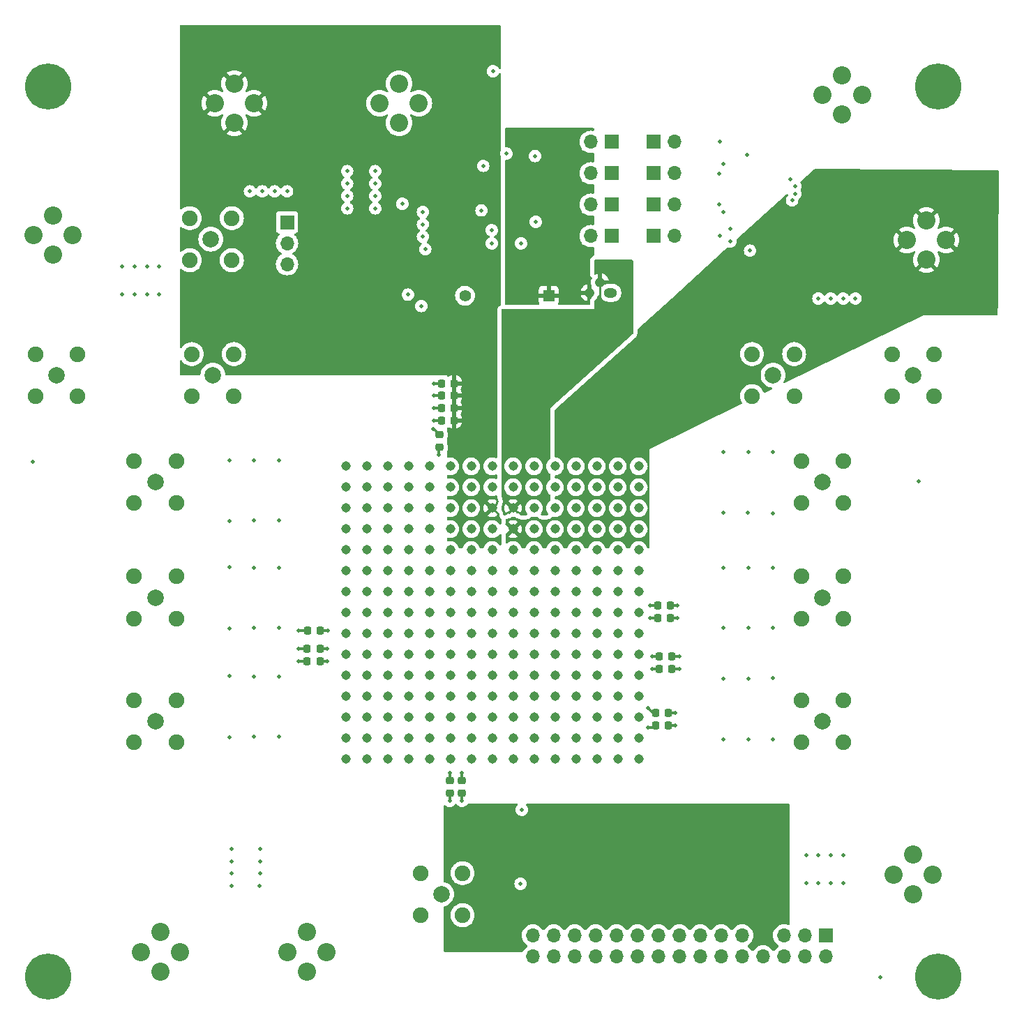
<source format=gbr>
%TF.GenerationSoftware,KiCad,Pcbnew,8.0.5*%
%TF.CreationDate,2024-11-07T20:20:18-05:00*%
%TF.ProjectId,huxley-rounded,6875786c-6579-42d7-926f-756e6465642e,rev?*%
%TF.SameCoordinates,Original*%
%TF.FileFunction,Copper,L4,Bot*%
%TF.FilePolarity,Positive*%
%FSLAX46Y46*%
G04 Gerber Fmt 4.6, Leading zero omitted, Abs format (unit mm)*
G04 Created by KiCad (PCBNEW 8.0.5) date 2024-11-07 20:20:18*
%MOMM*%
%LPD*%
G01*
G04 APERTURE LIST*
G04 Aperture macros list*
%AMRoundRect*
0 Rectangle with rounded corners*
0 $1 Rounding radius*
0 $2 $3 $4 $5 $6 $7 $8 $9 X,Y pos of 4 corners*
0 Add a 4 corners polygon primitive as box body*
4,1,4,$2,$3,$4,$5,$6,$7,$8,$9,$2,$3,0*
0 Add four circle primitives for the rounded corners*
1,1,$1+$1,$2,$3*
1,1,$1+$1,$4,$5*
1,1,$1+$1,$6,$7*
1,1,$1+$1,$8,$9*
0 Add four rect primitives between the rounded corners*
20,1,$1+$1,$2,$3,$4,$5,0*
20,1,$1+$1,$4,$5,$6,$7,0*
20,1,$1+$1,$6,$7,$8,$9,0*
20,1,$1+$1,$8,$9,$2,$3,0*%
G04 Aperture macros list end*
%TA.AperFunction,ComponentPad*%
%ADD10C,2.006600*%
%TD*%
%TA.AperFunction,ComponentPad*%
%ADD11C,1.905000*%
%TD*%
%TA.AperFunction,ComponentPad*%
%ADD12C,3.600000*%
%TD*%
%TA.AperFunction,ConnectorPad*%
%ADD13C,5.600000*%
%TD*%
%TA.AperFunction,ComponentPad*%
%ADD14C,1.397000*%
%TD*%
%TA.AperFunction,ComponentPad*%
%ADD15R,1.397000X1.397000*%
%TD*%
%TA.AperFunction,ComponentPad*%
%ADD16C,2.209800*%
%TD*%
%TA.AperFunction,ComponentPad*%
%ADD17R,1.700000X1.700000*%
%TD*%
%TA.AperFunction,ComponentPad*%
%ADD18O,1.700000X1.700000*%
%TD*%
%TA.AperFunction,ComponentPad*%
%ADD19C,1.143000*%
%TD*%
%TA.AperFunction,ComponentPad*%
%ADD20O,1.600000X1.200000*%
%TD*%
%TA.AperFunction,ComponentPad*%
%ADD21O,1.200000X1.200000*%
%TD*%
%TA.AperFunction,SMDPad,CuDef*%
%ADD22RoundRect,0.225000X0.225000X0.250000X-0.225000X0.250000X-0.225000X-0.250000X0.225000X-0.250000X0*%
%TD*%
%TA.AperFunction,SMDPad,CuDef*%
%ADD23RoundRect,0.225000X-0.225000X-0.250000X0.225000X-0.250000X0.225000X0.250000X-0.225000X0.250000X0*%
%TD*%
%TA.AperFunction,SMDPad,CuDef*%
%ADD24RoundRect,0.225000X-0.250000X0.225000X-0.250000X-0.225000X0.250000X-0.225000X0.250000X0.225000X0*%
%TD*%
%TA.AperFunction,SMDPad,CuDef*%
%ADD25RoundRect,0.225000X0.250000X-0.225000X0.250000X0.225000X-0.250000X0.225000X-0.250000X-0.225000X0*%
%TD*%
%TA.AperFunction,ViaPad*%
%ADD26C,0.508000*%
%TD*%
%TA.AperFunction,Conductor*%
%ADD27C,0.254000*%
%TD*%
%TA.AperFunction,Conductor*%
%ADD28C,0.304800*%
%TD*%
G04 APERTURE END LIST*
D10*
%TO.P,J19,1*%
%TO.N,vd1_dummy*%
X71000000Y-88000000D03*
D11*
%TO.P,J19,2*%
%TO.N,GND*%
X68447300Y-85447300D03*
%TO.P,J19,3,Ext*%
X68447300Y-90552700D03*
%TO.P,J19,4,Ext*%
X73552700Y-90552700D03*
%TO.P,J19,5,Ext*%
X73552700Y-85447300D03*
%TD*%
D10*
%TO.P,J5,1*%
%TO.N,CLK*%
X98750000Y-151000000D03*
D11*
%TO.P,J5,2*%
%TO.N,GND*%
X96197300Y-148447300D03*
%TO.P,J5,3,Ext*%
X96197300Y-153552700D03*
%TO.P,J5,4,Ext*%
X101302700Y-153552700D03*
%TO.P,J5,5,Ext*%
X101302700Y-148447300D03*
%TD*%
D12*
%TO.P,H3,1*%
%TO.N,N/C*%
X51000000Y-161000000D03*
D13*
X51000000Y-161000000D03*
%TD*%
D14*
%TO.P,D1,1,C*%
%TO.N,GND*%
X101600000Y-78359000D03*
D15*
%TO.P,D1,2,A*%
%TO.N,/ibias/ibias_m*%
X111760000Y-78359000D03*
%TD*%
D16*
%TO.P,J24,1,1*%
%TO.N,vlvl*%
X71224800Y-55000000D03*
%TO.P,J24,2,2*%
X76000000Y-55000000D03*
%TO.P,J24,3,3*%
X73612400Y-52612400D03*
%TO.P,J24,4,4*%
X73612400Y-57387600D03*
%TD*%
%TO.P,J39,1,1*%
%TO.N,vrbias*%
X155224800Y-71612400D03*
%TO.P,J39,2,2*%
X160000000Y-71612400D03*
%TO.P,J39,3,3*%
X157612400Y-69224800D03*
%TO.P,J39,4,4*%
X157612400Y-74000000D03*
%TD*%
%TO.P,J34,1,1*%
%TO.N,GND*%
X145000000Y-54000000D03*
%TO.P,J34,2,2*%
X149775200Y-54000000D03*
%TO.P,J34,3,3*%
X147387600Y-51612400D03*
%TO.P,J34,4,4*%
X147387600Y-56387600D03*
%TD*%
D17*
%TO.P,J6,1,Scope_Ch1+*%
%TO.N,scope_ch1+*%
X145400000Y-156000000D03*
D18*
%TO.P,J6,2,Scope_Ch1-*%
%TO.N,scope_ch1-*%
X145400000Y-158540000D03*
%TO.P,J6,3,Scope_Ch2+*%
%TO.N,scope_ch2+*%
X142860000Y-156000000D03*
%TO.P,J6,4,Scope_Ch2-*%
%TO.N,scope_ch2-*%
X142860000Y-158540000D03*
%TO.P,J6,5,GND*%
%TO.N,GND*%
X140320000Y-156000000D03*
%TO.P,J6,6,GND*%
X140320000Y-158540000D03*
%TO.P,J6,7,V+Power*%
%TO.N,PP_AD2_3V3*%
X137780000Y-156000000D03*
%TO.P,J6,8,V-Power*%
%TO.N,unconnected-(J6D-V-Power-Pad8)*%
X137780000Y-158540000D03*
%TO.P,J6,9,WaveformGen1*%
%TO.N,Net-(J6C-WaveformGen1)*%
X135240000Y-156000000D03*
%TO.P,J6,10,WaveformGen2*%
%TO.N,unconnected-(J6C-WaveformGen2-Pad10)*%
X135240000Y-158540000D03*
%TO.P,J6,11,GND*%
%TO.N,GND*%
X132700000Y-156000000D03*
%TO.P,J6,12,GND*%
X132700000Y-158540000D03*
%TO.P,J6,13,Trigger1*%
%TO.N,unconnected-(J6B-Trigger1-Pad13)*%
X130160000Y-156000000D03*
%TO.P,J6,14,Trigger2*%
%TO.N,unconnected-(J6B-Trigger2-Pad14)*%
X130160000Y-158540000D03*
%TO.P,J6,15,DIO0*%
%TO.N,unconnected-(J6A-DIO0-Pad15)*%
X127620000Y-156000000D03*
%TO.P,J6,16,DIO8*%
%TO.N,unconnected-(J6A-DIO8-Pad16)*%
X127620000Y-158540000D03*
%TO.P,J6,17,DIO1*%
%TO.N,IBIAS_SEL2*%
X125080000Y-156000000D03*
%TO.P,J6,18,DIO9*%
%TO.N,IBIAS_SEL1*%
X125080000Y-158540000D03*
%TO.P,J6,19,DIO2*%
%TO.N,IBIAS_SEL4*%
X122540000Y-156000000D03*
%TO.P,J6,20,DIO10*%
%TO.N,IBIAS_SEL3*%
X122540000Y-158540000D03*
%TO.P,J6,21,DIO3*%
%TO.N,SCAN_EN_3V3*%
X120000000Y-156000000D03*
%TO.P,J6,22,DIO11*%
%TO.N,RST_L_3V3*%
X120000000Y-158540000D03*
%TO.P,J6,23,DIO4*%
%TO.N,SPI_CLK_3V3*%
X117460000Y-156000000D03*
%TO.P,J6,24,DIO12*%
%TO.N,SPI_CS_L_3V3*%
X117460000Y-158540000D03*
%TO.P,J6,25,DIO5*%
%TO.N,SPI_COPI_3V3*%
X114920000Y-156000000D03*
%TO.P,J6,26,DIO13*%
%TO.N,SPI_CIPO_3V3*%
X114920000Y-158540000D03*
%TO.P,J6,27,DIO6*%
%TO.N,TSCAN_EN_3V3*%
X112380000Y-156000000D03*
%TO.P,J6,28,DIO14*%
%TO.N,IO_UCLK_3V3*%
X112380000Y-158540000D03*
%TO.P,J6,29,DIO7*%
%TO.N,LVLS_EN*%
X109840000Y-156000000D03*
%TO.P,J6,30,DIO15*%
%TO.N,TSCAN_OUT_3V3*%
X109840000Y-158540000D03*
%TD*%
D16*
%TO.P,J37,1,1*%
%TO.N,GND*%
X62224800Y-158000000D03*
%TO.P,J37,2,2*%
X67000000Y-158000000D03*
%TO.P,J37,3,3*%
X64612400Y-155612400D03*
%TO.P,J37,4,4*%
X64612400Y-160387600D03*
%TD*%
D17*
%TO.P,J27,1,Pin_1*%
%TO.N,/ibias/ibias_rset*%
X119380000Y-71120000D03*
D18*
%TO.P,J27,2,Pin_2*%
%TO.N,/ibias/R1_4*%
X116840000Y-71120000D03*
%TD*%
D10*
%TO.P,J13,1*%
%TO.N,output_4+*%
X64000000Y-115000000D03*
D11*
%TO.P,J13,2*%
%TO.N,output_4-*%
X61447300Y-112447300D03*
%TO.P,J13,3,Ext*%
X61447300Y-117552700D03*
%TO.P,J13,4,Ext*%
X66552700Y-117552700D03*
%TO.P,J13,5,Ext*%
X66552700Y-112447300D03*
%TD*%
D10*
%TO.P,J11,1*%
%TO.N,output_3+*%
X64000000Y-101000000D03*
D11*
%TO.P,J11,2*%
%TO.N,output_3-*%
X61447300Y-98447300D03*
%TO.P,J11,3,Ext*%
X61447300Y-103552700D03*
%TO.P,J11,4,Ext*%
X66552700Y-103552700D03*
%TO.P,J11,5,Ext*%
X66552700Y-98447300D03*
%TD*%
D10*
%TO.P,J17,1*%
%TO.N,vbias0*%
X139000000Y-88000000D03*
D11*
%TO.P,J17,2*%
%TO.N,GND*%
X136447300Y-85447300D03*
%TO.P,J17,3,Ext*%
X136447300Y-90552700D03*
%TO.P,J17,4,Ext*%
X141552700Y-90552700D03*
%TO.P,J17,5,Ext*%
X141552700Y-85447300D03*
%TD*%
D16*
%TO.P,J2,1,1*%
%TO.N,PP_TAVDD_1V8*%
X51612400Y-68612400D03*
%TO.P,J2,2,2*%
X51612400Y-73387600D03*
%TO.P,J2,3,3*%
X54000000Y-71000000D03*
%TO.P,J2,4,4*%
X49224800Y-71000000D03*
%TD*%
D19*
%TO.P,U1,*%
%TO.N,*%
X87122000Y-99060000D03*
X87122000Y-101600000D03*
X87122000Y-104140000D03*
X87122000Y-106680000D03*
X87122000Y-109220000D03*
X87122000Y-111760000D03*
X87122000Y-114300000D03*
X87122000Y-116840000D03*
X87122000Y-119380000D03*
X87122000Y-121920000D03*
X87122000Y-124460000D03*
X87122000Y-127000000D03*
X87122000Y-129540000D03*
X87122000Y-132080000D03*
X87122000Y-134620000D03*
X89662000Y-99060000D03*
X89662000Y-101600000D03*
X89662000Y-104140000D03*
X89662000Y-106680000D03*
X89662000Y-109220000D03*
X89662000Y-111760000D03*
X89662000Y-114300000D03*
X89662000Y-116840000D03*
X89662000Y-119380000D03*
X89662000Y-121920000D03*
X89662000Y-124460000D03*
X89662000Y-127000000D03*
X89662000Y-129540000D03*
X89662000Y-132080000D03*
X89662000Y-134620000D03*
X92202000Y-99060000D03*
X92202000Y-101600000D03*
X92202000Y-132080000D03*
X92202000Y-134620000D03*
X94742000Y-99060000D03*
X94742000Y-101600000D03*
X94742000Y-132080000D03*
X94742000Y-134620000D03*
X97282000Y-99060000D03*
X97282000Y-101600000D03*
X97282000Y-109220000D03*
X97282000Y-111760000D03*
X97282000Y-121920000D03*
X97282000Y-124460000D03*
X97282000Y-132080000D03*
X97282000Y-134620000D03*
X99822000Y-99060000D03*
X99822000Y-101600000D03*
X99822000Y-109220000D03*
X99822000Y-111760000D03*
X99822000Y-114300000D03*
X99822000Y-116840000D03*
X99822000Y-119380000D03*
X99822000Y-121920000D03*
X99822000Y-124460000D03*
X99822000Y-132080000D03*
X99822000Y-134620000D03*
X102362000Y-99060000D03*
X102362000Y-101600000D03*
X102362000Y-111760000D03*
X102362000Y-114300000D03*
X102362000Y-116840000D03*
X102362000Y-119380000D03*
X102362000Y-121920000D03*
X102362000Y-132080000D03*
X102362000Y-134620000D03*
X104902000Y-99060000D03*
X104902000Y-101600000D03*
X104902000Y-111760000D03*
X104902000Y-114300000D03*
X104902000Y-116840000D03*
X104902000Y-119380000D03*
X104902000Y-121920000D03*
X104902000Y-132080000D03*
X104902000Y-134620000D03*
X107442000Y-99060000D03*
X107442000Y-101600000D03*
X107442000Y-111760000D03*
X107442000Y-114300000D03*
X107442000Y-116840000D03*
X107442000Y-119380000D03*
X107442000Y-121920000D03*
X107442000Y-132080000D03*
X107442000Y-134620000D03*
X109982000Y-99060000D03*
X109982000Y-101600000D03*
X109982000Y-109220000D03*
X109982000Y-111760000D03*
X109982000Y-114300000D03*
X109982000Y-116840000D03*
X109982000Y-119380000D03*
X109982000Y-121920000D03*
X109982000Y-124460000D03*
X109982000Y-132080000D03*
X109982000Y-134620000D03*
X112522000Y-99060000D03*
X112522000Y-101600000D03*
X112522000Y-109220000D03*
X112522000Y-111760000D03*
X112522000Y-121920000D03*
X112522000Y-124460000D03*
X112522000Y-132080000D03*
X112522000Y-134620000D03*
X115062000Y-99060000D03*
X115062000Y-101600000D03*
X115062000Y-132080000D03*
X115062000Y-134620000D03*
X117602000Y-99060000D03*
X117602000Y-101600000D03*
X117602000Y-132080000D03*
X117602000Y-134620000D03*
X120142000Y-99060000D03*
X120142000Y-101600000D03*
X120142000Y-104140000D03*
X120142000Y-106680000D03*
X120142000Y-109220000D03*
X120142000Y-111760000D03*
X120142000Y-114300000D03*
X120142000Y-116840000D03*
X120142000Y-119380000D03*
X120142000Y-121920000D03*
X120142000Y-124460000D03*
X120142000Y-127000000D03*
X120142000Y-129540000D03*
X120142000Y-132080000D03*
X120142000Y-134620000D03*
X122682000Y-99060000D03*
X122682000Y-101600000D03*
X122682000Y-104140000D03*
X122682000Y-106680000D03*
X122682000Y-109220000D03*
X122682000Y-111760000D03*
X122682000Y-114300000D03*
X122682000Y-116840000D03*
X122682000Y-119380000D03*
X122682000Y-121920000D03*
X122682000Y-124460000D03*
X122682000Y-127000000D03*
X122682000Y-129540000D03*
X122682000Y-132080000D03*
X122682000Y-134620000D03*
%TO.P,U1,A1,VDDPST*%
%TO.N,PP_VDDIO_1V8*%
X117602000Y-129540000D03*
%TO.P,U1,A2*%
%TO.N,N/C*%
X115062000Y-129540000D03*
%TO.P,U1,A3,SPI_CS_L*%
%TO.N,SPI_CS_L*%
X112522000Y-129540000D03*
%TO.P,U1,A4,VSS*%
%TO.N,GND*%
X109982000Y-129540000D03*
%TO.P,U1,A5,VDD*%
%TO.N,PP_VDD_0V9*%
X107442000Y-129540000D03*
%TO.P,U1,A6,SPI_COPI*%
%TO.N,SPI_COPI*%
X104902000Y-129540000D03*
%TO.P,U1,A7,VDDPST_POC*%
%TO.N,PP_VDDIO_1V8*%
X102362000Y-129540000D03*
%TO.P,U1,A8,CLK*%
%TO.N,CLK*%
X99822000Y-129540000D03*
%TO.P,U1,A9*%
%TO.N,N/C*%
X97282000Y-129540000D03*
%TO.P,U1,A10*%
X94742000Y-129540000D03*
%TO.P,U1,A11,VSS*%
%TO.N,GND*%
X92202000Y-129540000D03*
%TO.P,U1,B1*%
%TO.N,N/C*%
X117602000Y-127000000D03*
%TO.P,U1,B2*%
X115062000Y-127000000D03*
%TO.P,U1,B3*%
X112522000Y-127000000D03*
%TO.P,U1,B4,SPI_CLK*%
%TO.N,SPI_CLK*%
X109982000Y-127000000D03*
%TO.P,U1,B5,SPI_CIPO*%
%TO.N,SPI_CIPO*%
X107442000Y-127000000D03*
%TO.P,U1,B6*%
%TO.N,N/C*%
X104902000Y-127000000D03*
%TO.P,U1,B7,IO_UCLK*%
%TO.N,IO_UCLK*%
X102362000Y-127000000D03*
%TO.P,U1,B8*%
%TO.N,N/C*%
X99822000Y-127000000D03*
%TO.P,U1,B9*%
X97282000Y-127000000D03*
%TO.P,U1,B10*%
X94742000Y-127000000D03*
%TO.P,U1,B11*%
X92202000Y-127000000D03*
%TO.P,U1,C1,RST_L*%
%TO.N,RST_L*%
X117602000Y-124460000D03*
%TO.P,U1,C2*%
%TO.N,N/C*%
X115062000Y-124460000D03*
%TO.P,U1,C5*%
X107442000Y-124460000D03*
%TO.P,U1,C6*%
X104902000Y-124460000D03*
%TO.P,U1,C7*%
X102362000Y-124460000D03*
%TO.P,U1,C10*%
X94742000Y-124460000D03*
%TO.P,U1,C11,TSCAN_OUT*%
%TO.N,TSCAN_OUT*%
X92202000Y-124460000D03*
%TO.P,U1,D1,VDD*%
%TO.N,PP_VDD_0V9*%
X117602000Y-121920000D03*
%TO.P,U1,D2,SCAN_EN*%
%TO.N,SCAN_EN*%
X115062000Y-121920000D03*
%TO.P,U1,D10,TSCAN_EN*%
%TO.N,TSCAN_EN*%
X94742000Y-121920000D03*
%TO.P,U1,D11,VDD*%
%TO.N,PP_VDD_0V9*%
X92202000Y-121920000D03*
%TO.P,U1,E1,output_0-*%
%TO.N,output_0-*%
X117602000Y-119380000D03*
%TO.P,U1,E2,output_0+*%
%TO.N,output_0+*%
X115062000Y-119380000D03*
%TO.P,U1,E3*%
%TO.N,N/C*%
X112522000Y-119380000D03*
%TO.P,U1,E9*%
X97282000Y-119380000D03*
%TO.P,U1,E10,output_5-*%
%TO.N,output_5-*%
X94742000Y-119380000D03*
%TO.P,U1,E11,TAVDD*%
%TO.N,PP_TAVDD_1V8*%
X92202000Y-119380000D03*
%TO.P,U1,F1*%
%TO.N,N/C*%
X117602000Y-116840000D03*
%TO.P,U1,F2*%
X115062000Y-116840000D03*
%TO.P,U1,F3*%
X112522000Y-116840000D03*
%TO.P,U1,F9*%
X97282000Y-116840000D03*
%TO.P,U1,F10,output_4+*%
%TO.N,output_4+*%
X94742000Y-116840000D03*
%TO.P,U1,F11,output_5+*%
%TO.N,output_5+*%
X92202000Y-116840000D03*
%TO.P,U1,G1,TAVDD*%
%TO.N,PP_TAVDD_1V8*%
X117602000Y-114300000D03*
%TO.P,U1,G2,output_1+*%
%TO.N,output_1+*%
X115062000Y-114300000D03*
%TO.P,U1,G3*%
%TO.N,N/C*%
X112522000Y-114300000D03*
%TO.P,U1,G9*%
X97282000Y-114300000D03*
%TO.P,U1,G10,output_3+*%
%TO.N,output_3+*%
X94742000Y-114300000D03*
%TO.P,U1,G11,output_4-*%
%TO.N,output_4-*%
X92202000Y-114300000D03*
%TO.P,U1,H1,output_1-*%
%TO.N,output_1-*%
X117602000Y-111760000D03*
%TO.P,U1,H2,output_2+*%
%TO.N,output_2+*%
X115062000Y-111760000D03*
%TO.P,U1,H10*%
%TO.N,N/C*%
X94742000Y-111760000D03*
%TO.P,U1,H11,output_3-*%
%TO.N,output_3-*%
X92202000Y-111760000D03*
%TO.P,U1,J1,output_2-*%
%TO.N,output_2-*%
X117602000Y-109220000D03*
%TO.P,U1,J2*%
%TO.N,N/C*%
X115062000Y-109220000D03*
%TO.P,U1,J5*%
X107442000Y-109220000D03*
%TO.P,U1,J6*%
X104902000Y-109220000D03*
%TO.P,U1,J7*%
X102362000Y-109220000D03*
%TO.P,U1,J10*%
X94742000Y-109220000D03*
%TO.P,U1,J11*%
X92202000Y-109220000D03*
%TO.P,U1,K1,VSS*%
%TO.N,GND*%
X117602000Y-106680000D03*
%TO.P,U1,K2*%
%TO.N,N/C*%
X115062000Y-106680000D03*
%TO.P,U1,K3*%
X112522000Y-106680000D03*
%TO.P,U1,K4*%
X109982000Y-106680000D03*
%TO.P,U1,K5,vrbias*%
%TO.N,vrbias*%
X107442000Y-106680000D03*
%TO.P,U1,K6,vbias0*%
%TO.N,vbias0*%
X104902000Y-106680000D03*
%TO.P,U1,K7*%
%TO.N,N/C*%
X102362000Y-106680000D03*
%TO.P,U1,K8*%
X99822000Y-106680000D03*
%TO.P,U1,K9,vd1_dummy*%
%TO.N,vd1_dummy*%
X97282000Y-106680000D03*
%TO.P,U1,K10*%
%TO.N,N/C*%
X94742000Y-106680000D03*
%TO.P,U1,K11*%
X92202000Y-106680000D03*
%TO.P,U1,L1,VSS*%
%TO.N,GND*%
X117602000Y-104140000D03*
%TO.P,U1,L2*%
%TO.N,N/C*%
X115062000Y-104140000D03*
%TO.P,U1,L3*%
X112522000Y-104140000D03*
%TO.P,U1,L4,vbias2*%
%TO.N,vbias2*%
X109982000Y-104140000D03*
%TO.P,U1,L5,vbias1*%
%TO.N,vbias1*%
X107442000Y-104140000D03*
%TO.P,U1,L6,vlvl*%
%TO.N,vlvl*%
X104902000Y-104140000D03*
%TO.P,U1,L7,VSS*%
%TO.N,GND*%
X102362000Y-104140000D03*
%TO.P,U1,L8,TAVDD*%
%TO.N,PP_TAVDD_1V8*%
X99822000Y-104140000D03*
%TO.P,U1,L9,iout_dummy*%
%TO.N,iout_dummy*%
X97282000Y-104140000D03*
%TO.P,U1,L10,vlvl_p_dummy*%
%TO.N,vlvl_p_dummy*%
X94742000Y-104140000D03*
%TO.P,U1,L11,VSS*%
%TO.N,GND*%
X92202000Y-104140000D03*
%TD*%
D17*
%TO.P,J30,1,Pin_1*%
%TO.N,/ibias/ibias_rset*%
X124460000Y-67310000D03*
D18*
%TO.P,J30,2,Pin_2*%
%TO.N,/ibias/R2_3*%
X127000000Y-67310000D03*
%TD*%
D17*
%TO.P,J31,1,Pin_1*%
%TO.N,/ibias/ibias_rset*%
X124460000Y-71120000D03*
D18*
%TO.P,J31,2,Pin_2*%
%TO.N,/ibias/R2_4*%
X127000000Y-71120000D03*
%TD*%
D17*
%TO.P,J28,1,Pin_1*%
%TO.N,/ibias/ibias_rset*%
X124460000Y-59690000D03*
D18*
%TO.P,J28,2,Pin_2*%
%TO.N,/ibias/R2_1*%
X127000000Y-59690000D03*
%TD*%
D10*
%TO.P,J18,1*%
%TO.N,vbias2*%
X156000000Y-88000000D03*
D11*
%TO.P,J18,2*%
%TO.N,GND*%
X153447300Y-85447300D03*
%TO.P,J18,3,Ext*%
X153447300Y-90552700D03*
%TO.P,J18,4,Ext*%
X158552700Y-90552700D03*
%TO.P,J18,5,Ext*%
X158552700Y-85447300D03*
%TD*%
D17*
%TO.P,J26,1,Pin_1*%
%TO.N,/ibias/ibias_rset*%
X119380000Y-67310000D03*
D18*
%TO.P,J26,2,Pin_2*%
%TO.N,/ibias/R1_3*%
X116840000Y-67310000D03*
%TD*%
D10*
%TO.P,J15,1*%
%TO.N,output_5+*%
X64000000Y-130000000D03*
D11*
%TO.P,J15,2*%
%TO.N,output_5-*%
X61447300Y-127447300D03*
%TO.P,J15,3,Ext*%
X61447300Y-132552700D03*
%TO.P,J15,4,Ext*%
X66552700Y-132552700D03*
%TO.P,J15,5,Ext*%
X66552700Y-127447300D03*
%TD*%
D17*
%TO.P,J32,1,Pin_1*%
%TO.N,iout_dummy_amp*%
X80000000Y-69450000D03*
D18*
%TO.P,J32,2,Pin_2*%
%TO.N,iout_dummy_amp_conn*%
X80000000Y-71990000D03*
%TO.P,J32,3,Pin_3*%
%TO.N,iout_dummy*%
X80000000Y-74530000D03*
%TD*%
D16*
%TO.P,J35,1,1*%
%TO.N,PP_SYS_3V3*%
X91224800Y-55000000D03*
%TO.P,J35,2,2*%
X96000000Y-55000000D03*
%TO.P,J35,3,3*%
X93612400Y-52612400D03*
%TO.P,J35,4,4*%
X93612400Y-57387600D03*
%TD*%
D17*
%TO.P,J29,1,Pin_1*%
%TO.N,/ibias/ibias_rset*%
X124460000Y-63500000D03*
D18*
%TO.P,J29,2,Pin_2*%
%TO.N,/ibias/R2_2*%
X127000000Y-63500000D03*
%TD*%
D12*
%TO.P,H1,1*%
%TO.N,N/C*%
X159000000Y-53000000D03*
D13*
X159000000Y-53000000D03*
%TD*%
D12*
%TO.P,H4,1*%
%TO.N,N/C*%
X51000000Y-53000000D03*
D13*
X51000000Y-53000000D03*
%TD*%
D10*
%TO.P,J4,1*%
%TO.N,output_0+*%
X145000000Y-130000000D03*
D11*
%TO.P,J4,2*%
%TO.N,output_0-*%
X142447300Y-127447300D03*
%TO.P,J4,3,Ext*%
X142447300Y-132552700D03*
%TO.P,J4,4,Ext*%
X147552700Y-132552700D03*
%TO.P,J4,5,Ext*%
X147552700Y-127447300D03*
%TD*%
D17*
%TO.P,J25,1,Pin_1*%
%TO.N,/ibias/ibias_rset*%
X119380000Y-63500000D03*
D18*
%TO.P,J25,2,Pin_2*%
%TO.N,/ibias/R1_2*%
X116840000Y-63500000D03*
%TD*%
D10*
%TO.P,J7,1*%
%TO.N,output_1+*%
X145000000Y-115000000D03*
D11*
%TO.P,J7,2*%
%TO.N,output_1-*%
X142447300Y-112447300D03*
%TO.P,J7,3,Ext*%
X142447300Y-117552700D03*
%TO.P,J7,4,Ext*%
X147552700Y-117552700D03*
%TO.P,J7,5,Ext*%
X147552700Y-112447300D03*
%TD*%
D12*
%TO.P,H2,1*%
%TO.N,N/C*%
X159000000Y-161000000D03*
D13*
X159000000Y-161000000D03*
%TD*%
D10*
%TO.P,J22,1*%
%TO.N,iout_dummy_amp_conn*%
X70750000Y-71500000D03*
D11*
%TO.P,J22,2*%
%TO.N,GND*%
X68197300Y-68947300D03*
%TO.P,J22,3,Ext*%
X68197300Y-74052700D03*
%TO.P,J22,4,Ext*%
X73302700Y-74052700D03*
%TO.P,J22,5,Ext*%
X73302700Y-68947300D03*
%TD*%
D16*
%TO.P,J1,1,1*%
%TO.N,PP_VDDIO_1V8*%
X156000000Y-151000000D03*
%TO.P,J1,2,2*%
X156000000Y-146224800D03*
%TO.P,J1,3,3*%
X153612400Y-148612400D03*
%TO.P,J1,4,4*%
X158387600Y-148612400D03*
%TD*%
D17*
%TO.P,J21,1,Pin_1*%
%TO.N,/ibias/ibias_rset*%
X119380000Y-59690000D03*
D18*
%TO.P,J21,2,Pin_2*%
%TO.N,/ibias/R1_1*%
X116840000Y-59690000D03*
%TD*%
D20*
%TO.P,U2,1,R*%
%TO.N,/ibias/ibias_rset*%
X119270000Y-78000000D03*
D21*
%TO.P,U2,2,+V*%
%TO.N,vbias1*%
X118000000Y-76730000D03*
%TO.P,U2,3,-V*%
%TO.N,/ibias/ibias_m*%
X116730000Y-78000000D03*
%TD*%
D16*
%TO.P,J3,1,1*%
%TO.N,PP_VDD_0V9*%
X80000000Y-158000000D03*
%TO.P,J3,2,2*%
X84775200Y-158000000D03*
%TO.P,J3,3,3*%
X82387600Y-155612400D03*
%TO.P,J3,4,4*%
X82387600Y-160387600D03*
%TD*%
D10*
%TO.P,J20,1*%
%TO.N,vlvl_p_dummy*%
X52000000Y-88000000D03*
D11*
%TO.P,J20,2*%
%TO.N,GND*%
X49447300Y-85447300D03*
%TO.P,J20,3,Ext*%
X49447300Y-90552700D03*
%TO.P,J20,4,Ext*%
X54552700Y-90552700D03*
%TO.P,J20,5,Ext*%
X54552700Y-85447300D03*
%TD*%
D10*
%TO.P,J9,1*%
%TO.N,output_2+*%
X145000000Y-101000000D03*
D11*
%TO.P,J9,2*%
%TO.N,output_2-*%
X142447300Y-98447300D03*
%TO.P,J9,3,Ext*%
X142447300Y-103552700D03*
%TO.P,J9,4,Ext*%
X147552700Y-103552700D03*
%TO.P,J9,5,Ext*%
X147552700Y-98447300D03*
%TD*%
D22*
%TO.P,C63,1*%
%TO.N,vlvl*%
X100275000Y-93500000D03*
%TO.P,C63,2*%
%TO.N,GND*%
X98725000Y-93500000D03*
%TD*%
%TO.P,C61,1*%
%TO.N,vlvl*%
X100275000Y-90500000D03*
%TO.P,C61,2*%
%TO.N,GND*%
X98725000Y-90500000D03*
%TD*%
D23*
%TO.P,C55,1*%
%TO.N,PP_TAVDD_1V8*%
X124975000Y-116000000D03*
%TO.P,C55,2*%
%TO.N,GND*%
X126525000Y-116000000D03*
%TD*%
D22*
%TO.P,C60,1*%
%TO.N,vlvl*%
X100275000Y-89000000D03*
%TO.P,C60,2*%
%TO.N,GND*%
X98725000Y-89000000D03*
%TD*%
D23*
%TO.P,C47,1*%
%TO.N,PP_VDD_0V9*%
X125175000Y-122150000D03*
%TO.P,C47,2*%
%TO.N,GND*%
X126725000Y-122150000D03*
%TD*%
D22*
%TO.P,C62,1*%
%TO.N,vlvl*%
X100275000Y-92000000D03*
%TO.P,C62,2*%
%TO.N,GND*%
X98725000Y-92000000D03*
%TD*%
D24*
%TO.P,C50,1*%
%TO.N,PP_VDDIO_1V8*%
X99750000Y-137225000D03*
%TO.P,C50,2*%
%TO.N,GND*%
X99750000Y-138775000D03*
%TD*%
D22*
%TO.P,C44,1*%
%TO.N,PP_VDD_0V9*%
X84000000Y-121250000D03*
%TO.P,C44,2*%
%TO.N,GND*%
X82450000Y-121250000D03*
%TD*%
%TO.P,C45,1*%
%TO.N,PP_VDD_0V9*%
X84000000Y-122750000D03*
%TO.P,C45,2*%
%TO.N,GND*%
X82450000Y-122750000D03*
%TD*%
D23*
%TO.P,C48,1*%
%TO.N,PP_VDDIO_1V8*%
X124725000Y-130500000D03*
%TO.P,C48,2*%
%TO.N,GND*%
X126275000Y-130500000D03*
%TD*%
D24*
%TO.P,C51,1*%
%TO.N,PP_VDDIO_1V8*%
X101250000Y-137225000D03*
%TO.P,C51,2*%
%TO.N,GND*%
X101250000Y-138775000D03*
%TD*%
D22*
%TO.P,C53,1*%
%TO.N,PP_TAVDD_1V8*%
X84025000Y-119000000D03*
%TO.P,C53,2*%
%TO.N,GND*%
X82475000Y-119000000D03*
%TD*%
D23*
%TO.P,C49,1*%
%TO.N,PP_VDDIO_1V8*%
X124725000Y-129000000D03*
%TO.P,C49,2*%
%TO.N,GND*%
X126275000Y-129000000D03*
%TD*%
%TO.P,C54,1*%
%TO.N,PP_TAVDD_1V8*%
X124975000Y-117500000D03*
%TO.P,C54,2*%
%TO.N,GND*%
X126525000Y-117500000D03*
%TD*%
D25*
%TO.P,C52,1*%
%TO.N,PP_TAVDD_1V8*%
X98500000Y-96775000D03*
%TO.P,C52,2*%
%TO.N,GND*%
X98500000Y-95225000D03*
%TD*%
D23*
%TO.P,C46,1*%
%TO.N,PP_VDD_0V9*%
X125175000Y-123650000D03*
%TO.P,C46,2*%
%TO.N,GND*%
X126725000Y-123650000D03*
%TD*%
D26*
%TO.N,GND*%
X127600000Y-122150000D03*
X147500000Y-149650000D03*
X135962000Y-104726000D03*
X73250000Y-150000000D03*
X61500000Y-78200000D03*
X133000000Y-97350000D03*
X133800000Y-70250000D03*
X63000000Y-78200000D03*
X104850000Y-70405000D03*
X87300000Y-67750000D03*
X144500000Y-149650000D03*
X147500000Y-78700000D03*
X133000000Y-132200000D03*
X49100000Y-98500000D03*
X64500000Y-78200000D03*
X76000000Y-131900000D03*
X127600000Y-123650000D03*
X73300000Y-147000000D03*
X132448803Y-67308134D03*
X76000000Y-105650000D03*
X87300000Y-63250000D03*
X79000000Y-124600000D03*
X136000000Y-111400000D03*
X76000000Y-118700000D03*
X127400000Y-116000000D03*
X87300000Y-64750000D03*
X96292000Y-79604000D03*
X106629200Y-61112400D03*
X81400000Y-121250000D03*
X96778000Y-72714000D03*
X73000000Y-105700000D03*
X127150000Y-130500000D03*
X81425000Y-119000000D03*
X79000000Y-105650000D03*
X133000000Y-111400000D03*
X152000000Y-161100000D03*
X97800000Y-93500000D03*
X80000000Y-65700000D03*
X139000000Y-132250000D03*
X97800000Y-92000000D03*
X136000000Y-132200000D03*
X104850000Y-72005000D03*
X73000000Y-98325000D03*
X96500000Y-71200000D03*
X75500000Y-65700000D03*
X76000000Y-111350000D03*
X133000000Y-118650000D03*
X79000000Y-111350000D03*
X139000000Y-97300000D03*
X73000000Y-111300000D03*
X133000000Y-104700000D03*
X97800000Y-90500000D03*
X97750000Y-94500000D03*
X139000000Y-111350000D03*
X127150000Y-129000000D03*
X78500000Y-65700000D03*
X79000000Y-98350000D03*
X73000000Y-118750000D03*
X60000000Y-78200000D03*
X144500000Y-78700000D03*
X87300000Y-66250000D03*
X139000000Y-118700000D03*
X146000000Y-149650000D03*
X132495000Y-71120000D03*
X135870000Y-61258800D03*
X136000000Y-124850000D03*
X133000000Y-124850000D03*
X96500000Y-69700000D03*
X133800000Y-71800000D03*
X73000000Y-131950000D03*
X156650000Y-100900000D03*
X139000000Y-104750000D03*
X81400000Y-122750000D03*
X132441200Y-63523292D03*
X94679600Y-78235600D03*
X101250000Y-139700000D03*
X76000000Y-124573000D03*
X73300000Y-148500000D03*
X76000000Y-98350000D03*
X149000000Y-78700000D03*
X79000000Y-118700000D03*
X146000000Y-78700000D03*
X73000000Y-124523000D03*
X143000000Y-149650000D03*
X97800000Y-89000000D03*
X79000000Y-131900000D03*
X139000000Y-124800000D03*
X77000000Y-65700000D03*
X132500000Y-59700000D03*
X105000000Y-51100000D03*
X96500000Y-68200000D03*
X73300000Y-145490000D03*
X136000000Y-118650000D03*
X108343401Y-149750000D03*
X136000000Y-97350000D03*
X99750000Y-139700000D03*
X127400000Y-117500000D03*
%TO.N,PP_SYS_3V3*%
X90700000Y-67750000D03*
X94000000Y-67200000D03*
X90700000Y-66250000D03*
X90700000Y-64750000D03*
X108400000Y-72000000D03*
X90700000Y-63250000D03*
X136200000Y-72900000D03*
%TO.N,PP_VDD_0V9*%
X84900000Y-121250000D03*
X76700000Y-147000000D03*
X124300000Y-122150000D03*
X124300000Y-123650000D03*
X76700000Y-145490000D03*
X76650000Y-150000000D03*
X76700000Y-148500000D03*
X84900000Y-122750000D03*
%TO.N,PP_TAVDD_1V8*%
X84925000Y-119000000D03*
X63000000Y-74850000D03*
X61500000Y-74850000D03*
X60000000Y-74850000D03*
X64500000Y-74850000D03*
X124050000Y-117500000D03*
X124050000Y-116000000D03*
X98450000Y-97700000D03*
%TO.N,PP_VDDIO_1V8*%
X101250000Y-136300000D03*
X147500000Y-146300000D03*
X144500000Y-146300000D03*
X99750000Y-136300000D03*
X123800000Y-128400000D03*
X146000000Y-146300000D03*
X143000000Y-146300000D03*
X123800000Y-130750000D03*
X108500000Y-140750000D03*
%TO.N,vlvl*%
X78500000Y-62300000D03*
X80000000Y-62300000D03*
X75500000Y-62300000D03*
X77000000Y-62300000D03*
%TO.N,vrbias*%
X149000000Y-75300000D03*
X144500000Y-75300000D03*
X147500000Y-75300000D03*
X146000000Y-75300000D03*
%TO.N,/ibias/ibias_m*%
X112200000Y-58500000D03*
X111400000Y-63500000D03*
X111400000Y-67310000D03*
X112205000Y-72150000D03*
%TO.N,IBIAS_SEL3*%
X141700000Y-66000000D03*
X103600000Y-68000000D03*
X133000000Y-68200000D03*
%TO.N,IBIAS_SEL4*%
X110200000Y-69400000D03*
X141300000Y-66800000D03*
%TO.N,IBIAS_SEL1*%
X110100000Y-61400000D03*
X141100000Y-64200000D03*
%TO.N,IBIAS_SEL2*%
X103800000Y-62600000D03*
X141700000Y-65100000D03*
X133000000Y-62400000D03*
%TO.N,PP_AD2_3V3*%
X109493001Y-146397250D03*
X103425000Y-142000000D03*
%TD*%
D27*
%TO.N,vlvl*%
X105578079Y-104816079D02*
G75*
G02*
X105600012Y-104869000I-52879J-52921D01*
G01*
X105221999Y-103819999D02*
G75*
G03*
X105221999Y-104460001I320001J-320001D01*
G01*
X105600000Y-105000000D02*
G75*
G02*
X105529285Y-105170706I-241400J0D01*
G01*
X105421000Y-103021000D02*
G75*
G02*
X105541992Y-103313119I-292100J-292100D01*
G01*
X105421000Y-103021000D02*
G75*
G03*
X105128880Y-102900008I-292100J-292100D01*
G01*
X105542000Y-103321000D02*
G75*
G02*
X105415439Y-103626584I-432200J0D01*
G01*
X105600000Y-104869000D02*
X105600000Y-104931000D01*
D28*
%TO.N,PP_VDDIO_1V8*%
X124285095Y-128885095D02*
G75*
G03*
X124562500Y-129000003I277405J277395D01*
G01*
X124600000Y-130625000D02*
G75*
G02*
X124298223Y-130750010I-301800J301800D01*
G01*
%TO.N,PP_TAVDD_1V8*%
X98475000Y-96800000D02*
G75*
G03*
X98449982Y-96860355I60400J-60400D01*
G01*
%TO.N,GND*%
X97783838Y-94508838D02*
G75*
G03*
X97762500Y-94500007I-21338J-21362D01*
G01*
D27*
%TO.N,vbias1*%
X118000000Y-79822218D02*
G75*
G03*
X118055005Y-79954995I187800J18D01*
G01*
X106917057Y-104664942D02*
G75*
G02*
X106591000Y-104800004I-326057J326042D01*
G01*
X107925930Y-104623930D02*
G75*
G03*
X108351000Y-104800011I425070J425030D01*
G01*
D28*
%TO.N,GND*%
X127600000Y-122150000D02*
X126725000Y-122150000D01*
X127600000Y-123650000D02*
X126725000Y-123650000D01*
%TO.N,PP_VDD_0V9*%
X124300000Y-123650000D02*
X125175000Y-123650000D01*
%TO.N,PP_TAVDD_1V8*%
X98450000Y-96860355D02*
X98450000Y-97700000D01*
X98475000Y-96800000D02*
X98500000Y-96775000D01*
%TO.N,GND*%
X97762500Y-94500000D02*
X97750000Y-94500000D01*
X97783838Y-94508838D02*
X98500000Y-95225000D01*
X97800000Y-93500000D02*
X98725000Y-93500000D01*
X97800000Y-92000000D02*
X98725000Y-92000000D01*
X97800000Y-90500000D02*
X98725000Y-90500000D01*
X97800000Y-89000000D02*
X98725000Y-89000000D01*
%TO.N,PP_VDDIO_1V8*%
X124562500Y-129000000D02*
X124725000Y-129000000D01*
X123800000Y-128400000D02*
X124285095Y-128885095D01*
X124298223Y-130750000D02*
X123800000Y-130750000D01*
X124600000Y-130625000D02*
X124725000Y-130500000D01*
%TO.N,GND*%
X127150000Y-130500000D02*
X126275000Y-130500000D01*
X127150000Y-129000000D02*
X126275000Y-129000000D01*
%TO.N,PP_VDD_0V9*%
X124300000Y-122150000D02*
X125175000Y-122150000D01*
%TO.N,GND*%
X127400000Y-117500000D02*
X126525000Y-117500000D01*
X127400000Y-116000000D02*
X126525000Y-116000000D01*
%TO.N,PP_TAVDD_1V8*%
X124050000Y-116000000D02*
X124975000Y-116000000D01*
X124050000Y-117500000D02*
X124975000Y-117500000D01*
%TO.N,GND*%
X99750000Y-139700000D02*
X99750000Y-138775000D01*
X101250000Y-139700000D02*
X101250000Y-138775000D01*
%TO.N,PP_VDDIO_1V8*%
X99750000Y-136300000D02*
X99750000Y-137225000D01*
X101250000Y-136300000D02*
X101250000Y-137225000D01*
%TO.N,PP_VDD_0V9*%
X84900000Y-122750000D02*
X84000000Y-122750000D01*
X84900000Y-121250000D02*
X84000000Y-121250000D01*
%TO.N,PP_TAVDD_1V8*%
X84925000Y-119000000D02*
X84025000Y-119000000D01*
%TO.N,GND*%
X81400000Y-122750000D02*
X82450000Y-122750000D01*
X81400000Y-121250000D02*
X82450000Y-121250000D01*
X81425000Y-119000000D02*
X82475000Y-119000000D01*
D27*
%TO.N,vlvl*%
X105578079Y-104816079D02*
X105222000Y-104460000D01*
X105128880Y-102900000D02*
X104800000Y-102900000D01*
X105221999Y-103819999D02*
X105415427Y-103626572D01*
X105542000Y-103313119D02*
X105542000Y-103321000D01*
X105600000Y-104931000D02*
X105600000Y-105000000D01*
X105529289Y-105170710D02*
X105300000Y-105400000D01*
%TO.N,vbias1*%
X118000000Y-79822218D02*
X118000000Y-76730000D01*
X106917057Y-104664942D02*
X107442000Y-104140000D01*
X108351000Y-104800000D02*
X108600000Y-104800000D01*
X107925930Y-104623930D02*
X107442000Y-104140000D01*
X106591000Y-104800000D02*
X106400000Y-104800000D01*
X118055000Y-79955000D02*
X118110000Y-80010000D01*
%TD*%
%TA.AperFunction,Conductor*%
%TO.N,/ibias/ibias_m*%
G36*
X117213039Y-58019685D02*
G01*
X117258794Y-58072489D01*
X117270000Y-58124000D01*
X117270000Y-58245477D01*
X117250315Y-58312516D01*
X117197511Y-58358271D01*
X117128353Y-58368215D01*
X117113909Y-58365252D01*
X117075419Y-58354939D01*
X117075403Y-58354936D01*
X116840001Y-58334341D01*
X116839999Y-58334341D01*
X116604596Y-58354936D01*
X116604586Y-58354938D01*
X116376344Y-58416094D01*
X116376335Y-58416098D01*
X116162171Y-58515964D01*
X116162169Y-58515965D01*
X115968597Y-58651505D01*
X115801505Y-58818597D01*
X115665965Y-59012169D01*
X115665964Y-59012171D01*
X115566098Y-59226335D01*
X115566094Y-59226344D01*
X115504938Y-59454586D01*
X115504936Y-59454596D01*
X115484341Y-59689999D01*
X115484341Y-59690000D01*
X115504936Y-59925403D01*
X115504938Y-59925413D01*
X115566094Y-60153655D01*
X115566096Y-60153659D01*
X115566097Y-60153663D01*
X115659108Y-60353126D01*
X115665965Y-60367830D01*
X115665967Y-60367834D01*
X115771659Y-60518776D01*
X115801505Y-60561401D01*
X115968599Y-60728495D01*
X116046383Y-60782960D01*
X116162165Y-60864032D01*
X116162167Y-60864033D01*
X116162170Y-60864035D01*
X116376337Y-60963903D01*
X116604592Y-61025063D01*
X116792918Y-61041539D01*
X116839999Y-61045659D01*
X116840000Y-61045659D01*
X116840001Y-61045659D01*
X116879234Y-61042226D01*
X117075408Y-61025063D01*
X117113908Y-61014747D01*
X117183756Y-61016410D01*
X117241619Y-61055572D01*
X117269123Y-61119801D01*
X117270000Y-61134522D01*
X117270000Y-62055477D01*
X117250315Y-62122516D01*
X117197511Y-62168271D01*
X117128353Y-62178215D01*
X117113909Y-62175252D01*
X117075419Y-62164939D01*
X117075403Y-62164936D01*
X116840001Y-62144341D01*
X116839999Y-62144341D01*
X116604596Y-62164936D01*
X116604586Y-62164938D01*
X116376344Y-62226094D01*
X116376335Y-62226098D01*
X116162171Y-62325964D01*
X116162169Y-62325965D01*
X115968597Y-62461505D01*
X115801505Y-62628597D01*
X115665965Y-62822169D01*
X115665964Y-62822171D01*
X115566098Y-63036335D01*
X115566094Y-63036344D01*
X115504938Y-63264586D01*
X115504936Y-63264596D01*
X115484341Y-63499999D01*
X115484341Y-63500000D01*
X115504936Y-63735403D01*
X115504938Y-63735413D01*
X115566094Y-63963655D01*
X115566096Y-63963659D01*
X115566097Y-63963663D01*
X115665965Y-64177830D01*
X115665967Y-64177834D01*
X115774281Y-64332521D01*
X115801505Y-64371401D01*
X115968599Y-64538495D01*
X116047530Y-64593763D01*
X116162165Y-64674032D01*
X116162167Y-64674033D01*
X116162170Y-64674035D01*
X116376337Y-64773903D01*
X116604592Y-64835063D01*
X116792918Y-64851539D01*
X116839999Y-64855659D01*
X116840000Y-64855659D01*
X116840001Y-64855659D01*
X116879234Y-64852226D01*
X117075408Y-64835063D01*
X117113908Y-64824747D01*
X117183756Y-64826410D01*
X117241619Y-64865572D01*
X117269123Y-64929801D01*
X117270000Y-64944522D01*
X117270000Y-65865477D01*
X117250315Y-65932516D01*
X117197511Y-65978271D01*
X117128353Y-65988215D01*
X117113909Y-65985252D01*
X117075419Y-65974939D01*
X117075403Y-65974936D01*
X116840001Y-65954341D01*
X116839999Y-65954341D01*
X116604596Y-65974936D01*
X116604586Y-65974938D01*
X116376344Y-66036094D01*
X116376335Y-66036098D01*
X116162171Y-66135964D01*
X116162169Y-66135965D01*
X115968597Y-66271505D01*
X115801505Y-66438597D01*
X115665965Y-66632169D01*
X115665964Y-66632171D01*
X115566098Y-66846335D01*
X115566094Y-66846344D01*
X115504938Y-67074586D01*
X115504936Y-67074596D01*
X115484341Y-67309999D01*
X115484341Y-67310000D01*
X115504936Y-67545403D01*
X115504938Y-67545413D01*
X115566094Y-67773655D01*
X115566096Y-67773659D01*
X115566097Y-67773663D01*
X115658319Y-67971433D01*
X115665965Y-67987830D01*
X115665967Y-67987834D01*
X115773331Y-68141164D01*
X115801505Y-68181401D01*
X115968599Y-68348495D01*
X116036309Y-68395906D01*
X116162165Y-68484032D01*
X116162167Y-68484033D01*
X116162170Y-68484035D01*
X116376337Y-68583903D01*
X116604592Y-68645063D01*
X116772610Y-68659763D01*
X116839999Y-68665659D01*
X116840000Y-68665659D01*
X116840001Y-68665659D01*
X116879234Y-68662226D01*
X117075408Y-68645063D01*
X117113908Y-68634747D01*
X117183756Y-68636410D01*
X117241619Y-68675572D01*
X117269123Y-68739801D01*
X117270000Y-68754522D01*
X117270000Y-69675477D01*
X117250315Y-69742516D01*
X117197511Y-69788271D01*
X117128353Y-69798215D01*
X117113909Y-69795252D01*
X117075419Y-69784939D01*
X117075403Y-69784936D01*
X116840001Y-69764341D01*
X116839999Y-69764341D01*
X116604596Y-69784936D01*
X116604586Y-69784938D01*
X116376344Y-69846094D01*
X116376335Y-69846098D01*
X116162171Y-69945964D01*
X116162169Y-69945965D01*
X115968597Y-70081505D01*
X115801505Y-70248597D01*
X115665965Y-70442169D01*
X115665964Y-70442171D01*
X115566098Y-70656335D01*
X115566094Y-70656344D01*
X115504938Y-70884586D01*
X115504936Y-70884596D01*
X115484341Y-71119999D01*
X115484341Y-71120000D01*
X115504936Y-71355403D01*
X115504938Y-71355413D01*
X115566094Y-71583655D01*
X115566096Y-71583659D01*
X115566097Y-71583663D01*
X115639754Y-71741620D01*
X115665965Y-71797830D01*
X115665967Y-71797834D01*
X115734899Y-71896278D01*
X115801505Y-71991401D01*
X115968599Y-72158495D01*
X116029168Y-72200906D01*
X116162165Y-72294032D01*
X116162167Y-72294033D01*
X116162170Y-72294035D01*
X116376337Y-72393903D01*
X116604592Y-72455063D01*
X116792918Y-72471539D01*
X116839999Y-72475659D01*
X116840000Y-72475659D01*
X116840001Y-72475659D01*
X116879234Y-72472226D01*
X117075408Y-72455063D01*
X117113908Y-72444747D01*
X117183756Y-72446410D01*
X117241619Y-72485572D01*
X117269123Y-72549801D01*
X117270000Y-72564522D01*
X117270000Y-73416204D01*
X117250315Y-73483243D01*
X117197511Y-73528998D01*
X117185159Y-73533858D01*
X117132502Y-73551383D01*
X117132496Y-73551386D01*
X117011462Y-73629171D01*
X117011451Y-73629179D01*
X116958659Y-73674923D01*
X116864433Y-73783664D01*
X116864430Y-73783668D01*
X116804664Y-73914534D01*
X116784976Y-73981582D01*
X116764500Y-74124001D01*
X116764500Y-75665586D01*
X116775166Y-75768878D01*
X116775169Y-75768894D01*
X116785522Y-75818491D01*
X116785526Y-75818503D01*
X116805975Y-75882628D01*
X116817074Y-75917431D01*
X116817075Y-75917433D01*
X116817077Y-75917437D01*
X116892813Y-76039757D01*
X116892818Y-76039763D01*
X116937668Y-76093315D01*
X116937667Y-76093315D01*
X116937674Y-76093321D01*
X116937678Y-76093326D01*
X116971025Y-76123217D01*
X117007805Y-76182620D01*
X117006630Y-76252480D01*
X116999258Y-76270819D01*
X116969420Y-76330743D01*
X116969419Y-76330746D01*
X116913602Y-76526917D01*
X116894785Y-76729999D01*
X116894785Y-76730000D01*
X116913602Y-76933082D01*
X116969417Y-77129248D01*
X116971490Y-77134598D01*
X116969570Y-77135341D01*
X116980000Y-77179666D01*
X116980000Y-77755025D01*
X116944905Y-77719930D01*
X116865095Y-77673852D01*
X116776078Y-77650000D01*
X116683922Y-77650000D01*
X116594905Y-77673852D01*
X116515095Y-77719930D01*
X116449930Y-77785095D01*
X116403852Y-77864905D01*
X116380000Y-77953922D01*
X116380000Y-78046078D01*
X116403852Y-78135095D01*
X116449930Y-78214905D01*
X116515095Y-78280070D01*
X116594905Y-78326148D01*
X116683922Y-78350000D01*
X116776078Y-78350000D01*
X116865095Y-78326148D01*
X116944905Y-78280070D01*
X116980000Y-78244975D01*
X116980000Y-78505645D01*
X116960315Y-78572684D01*
X116942948Y-78594054D01*
X116935244Y-78601630D01*
X116864435Y-78688749D01*
X116864433Y-78688753D01*
X116804663Y-78819626D01*
X116784976Y-78886671D01*
X116771325Y-78981617D01*
X116764530Y-79028884D01*
X116764500Y-79029090D01*
X116764500Y-79370500D01*
X116744815Y-79437539D01*
X116692011Y-79483294D01*
X116640500Y-79494500D01*
X113003665Y-79494500D01*
X112936626Y-79474815D01*
X112890871Y-79422011D01*
X112880927Y-79352853D01*
X112899368Y-79308335D01*
X112897603Y-79307372D01*
X112901854Y-79299586D01*
X112952096Y-79164879D01*
X112952098Y-79164872D01*
X112958499Y-79105344D01*
X112958500Y-79105327D01*
X112958500Y-78609000D01*
X112128927Y-78609000D01*
X112174208Y-78530571D01*
X112204500Y-78417520D01*
X112204500Y-78300480D01*
X112190974Y-78250000D01*
X115657472Y-78250000D01*
X115699885Y-78399065D01*
X115699890Y-78399078D01*
X115790754Y-78581556D01*
X115913608Y-78744242D01*
X116064260Y-78881578D01*
X116237584Y-78988897D01*
X116427678Y-79062539D01*
X116480000Y-79072320D01*
X116480000Y-78250000D01*
X115657472Y-78250000D01*
X112190974Y-78250000D01*
X112174208Y-78187429D01*
X112128927Y-78109000D01*
X112958500Y-78109000D01*
X112958500Y-77749999D01*
X115657471Y-77749999D01*
X115657472Y-77750000D01*
X116480000Y-77750000D01*
X116480000Y-76927679D01*
X116479998Y-76927677D01*
X116427690Y-76937456D01*
X116427684Y-76937458D01*
X116237586Y-77011101D01*
X116064260Y-77118421D01*
X115913608Y-77255757D01*
X115790754Y-77418443D01*
X115699890Y-77600921D01*
X115699885Y-77600934D01*
X115657471Y-77749999D01*
X112958500Y-77749999D01*
X112958500Y-77612672D01*
X112958499Y-77612655D01*
X112952098Y-77553127D01*
X112952096Y-77553120D01*
X112901854Y-77418413D01*
X112901850Y-77418406D01*
X112815690Y-77303312D01*
X112815687Y-77303309D01*
X112700593Y-77217149D01*
X112700586Y-77217145D01*
X112565879Y-77166903D01*
X112565872Y-77166901D01*
X112506344Y-77160500D01*
X112010000Y-77160500D01*
X112010000Y-77990072D01*
X111931571Y-77944792D01*
X111818520Y-77914500D01*
X111701480Y-77914500D01*
X111588429Y-77944792D01*
X111510000Y-77990072D01*
X111510000Y-77160500D01*
X111013655Y-77160500D01*
X110954127Y-77166901D01*
X110954120Y-77166903D01*
X110819413Y-77217145D01*
X110819406Y-77217149D01*
X110704312Y-77303309D01*
X110704309Y-77303312D01*
X110618149Y-77418406D01*
X110618145Y-77418413D01*
X110567903Y-77553120D01*
X110567901Y-77553127D01*
X110561500Y-77612655D01*
X110561500Y-78109000D01*
X111391073Y-78109000D01*
X111345792Y-78187429D01*
X111315500Y-78300480D01*
X111315500Y-78417520D01*
X111345792Y-78530571D01*
X111391073Y-78609000D01*
X110561500Y-78609000D01*
X110561500Y-79105344D01*
X110567901Y-79164872D01*
X110567903Y-79164879D01*
X110618145Y-79299586D01*
X110622397Y-79307372D01*
X110620216Y-79308562D01*
X110640019Y-79361649D01*
X110625169Y-79429923D01*
X110575766Y-79479330D01*
X110516335Y-79494500D01*
X106597977Y-79494500D01*
X106530938Y-79474815D01*
X106485183Y-79422011D01*
X106473977Y-79370632D01*
X106473967Y-79361649D01*
X106466135Y-71999997D01*
X107640726Y-71999997D01*
X107640726Y-72000002D01*
X107659761Y-72168951D01*
X107698659Y-72280114D01*
X107715918Y-72329437D01*
X107806376Y-72473400D01*
X107926600Y-72593624D01*
X108070563Y-72684082D01*
X108192521Y-72726756D01*
X108231048Y-72740238D01*
X108399997Y-72759274D01*
X108400000Y-72759274D01*
X108400003Y-72759274D01*
X108568951Y-72740238D01*
X108601596Y-72728815D01*
X108729437Y-72684082D01*
X108873400Y-72593624D01*
X108993624Y-72473400D01*
X109084082Y-72329437D01*
X109140237Y-72168954D01*
X109140237Y-72168953D01*
X109140238Y-72168951D01*
X109159274Y-72000002D01*
X109159274Y-71999997D01*
X109140238Y-71831048D01*
X109115683Y-71760875D01*
X109084082Y-71670563D01*
X108993624Y-71526600D01*
X108873400Y-71406376D01*
X108773087Y-71343345D01*
X108729439Y-71315919D01*
X108729438Y-71315918D01*
X108729437Y-71315918D01*
X108682788Y-71299595D01*
X108568951Y-71259761D01*
X108400003Y-71240726D01*
X108399997Y-71240726D01*
X108231048Y-71259761D01*
X108070560Y-71315919D01*
X107926599Y-71406376D01*
X107806376Y-71526599D01*
X107715919Y-71670560D01*
X107659761Y-71831048D01*
X107640726Y-71999997D01*
X106466135Y-71999997D01*
X106463369Y-69399997D01*
X109440726Y-69399997D01*
X109440726Y-69400002D01*
X109459761Y-69568951D01*
X109515919Y-69729439D01*
X109603582Y-69868954D01*
X109606376Y-69873400D01*
X109726600Y-69993624D01*
X109870563Y-70084082D01*
X109992521Y-70126756D01*
X110031048Y-70140238D01*
X110199997Y-70159274D01*
X110200000Y-70159274D01*
X110200003Y-70159274D01*
X110368951Y-70140238D01*
X110368954Y-70140237D01*
X110529437Y-70084082D01*
X110673400Y-69993624D01*
X110793624Y-69873400D01*
X110884082Y-69729437D01*
X110940237Y-69568954D01*
X110940237Y-69568953D01*
X110940238Y-69568951D01*
X110959274Y-69400002D01*
X110959274Y-69399997D01*
X110940238Y-69231048D01*
X110895707Y-69103787D01*
X110884082Y-69070563D01*
X110793624Y-68926600D01*
X110673400Y-68806376D01*
X110648630Y-68790812D01*
X110529439Y-68715919D01*
X110529438Y-68715918D01*
X110529437Y-68715918D01*
X110490912Y-68702437D01*
X110368951Y-68659761D01*
X110200003Y-68640726D01*
X110199997Y-68640726D01*
X110031048Y-68659761D01*
X109870560Y-68715919D01*
X109726599Y-68806376D01*
X109606376Y-68926599D01*
X109515919Y-69070560D01*
X109459761Y-69231048D01*
X109440726Y-69399997D01*
X106463369Y-69399997D01*
X106455487Y-61990988D01*
X106475100Y-61923929D01*
X106527856Y-61878117D01*
X106593371Y-61867637D01*
X106605433Y-61868996D01*
X106629199Y-61871674D01*
X106629200Y-61871674D01*
X106629203Y-61871674D01*
X106798151Y-61852638D01*
X106803064Y-61850919D01*
X106958637Y-61796482D01*
X107102600Y-61706024D01*
X107222824Y-61585800D01*
X107313282Y-61441837D01*
X107327922Y-61399997D01*
X109340726Y-61399997D01*
X109340726Y-61400002D01*
X109359761Y-61568951D01*
X109402437Y-61690912D01*
X109415918Y-61729437D01*
X109506376Y-61873400D01*
X109626600Y-61993624D01*
X109770563Y-62084082D01*
X109880402Y-62122516D01*
X109931048Y-62140238D01*
X110099997Y-62159274D01*
X110100000Y-62159274D01*
X110100003Y-62159274D01*
X110268951Y-62140238D01*
X110268954Y-62140237D01*
X110429437Y-62084082D01*
X110573400Y-61993624D01*
X110693624Y-61873400D01*
X110784082Y-61729437D01*
X110840237Y-61568954D01*
X110840237Y-61568953D01*
X110840238Y-61568951D01*
X110859274Y-61400002D01*
X110859274Y-61399997D01*
X110840238Y-61231048D01*
X110806462Y-61134522D01*
X110784082Y-61070563D01*
X110693624Y-60926600D01*
X110573400Y-60806376D01*
X110429439Y-60715919D01*
X110429438Y-60715918D01*
X110429437Y-60715918D01*
X110390912Y-60702437D01*
X110268951Y-60659761D01*
X110100003Y-60640726D01*
X110099997Y-60640726D01*
X109931048Y-60659761D01*
X109770560Y-60715919D01*
X109626599Y-60806376D01*
X109506376Y-60926599D01*
X109415919Y-61070560D01*
X109359761Y-61231048D01*
X109340726Y-61399997D01*
X107327922Y-61399997D01*
X107369437Y-61281354D01*
X107369437Y-61281353D01*
X107369438Y-61281351D01*
X107388474Y-61112402D01*
X107388474Y-61112397D01*
X107369438Y-60943448D01*
X107341650Y-60864035D01*
X107313282Y-60782963D01*
X107222824Y-60639000D01*
X107102600Y-60518776D01*
X106958637Y-60428318D01*
X106920112Y-60414837D01*
X106798151Y-60372161D01*
X106629203Y-60353126D01*
X106629196Y-60353126D01*
X106591500Y-60357373D01*
X106522678Y-60345318D01*
X106471299Y-60297969D01*
X106453617Y-60234288D01*
X106451373Y-58124132D01*
X106470986Y-58057072D01*
X106523742Y-58011260D01*
X106575373Y-58000000D01*
X117146000Y-58000000D01*
X117213039Y-58019685D01*
G37*
%TD.AperFunction*%
%TD*%
%TA.AperFunction,Conductor*%
%TO.N,vlvl*%
G36*
X105875614Y-45520185D02*
G01*
X105921369Y-45572989D01*
X105932575Y-45624368D01*
X105938045Y-50766404D01*
X105918432Y-50833464D01*
X105865676Y-50879276D01*
X105796529Y-50889293D01*
X105732942Y-50860335D01*
X105697003Y-50807490D01*
X105684081Y-50770561D01*
X105593623Y-50626599D01*
X105473400Y-50506376D01*
X105329439Y-50415919D01*
X105329438Y-50415918D01*
X105329437Y-50415918D01*
X105290912Y-50402437D01*
X105168951Y-50359761D01*
X105000003Y-50340726D01*
X104999997Y-50340726D01*
X104831048Y-50359761D01*
X104670560Y-50415919D01*
X104526599Y-50506376D01*
X104406376Y-50626599D01*
X104315919Y-50770560D01*
X104259761Y-50931048D01*
X104240726Y-51099997D01*
X104240726Y-51100002D01*
X104259761Y-51268951D01*
X104278121Y-51321419D01*
X104315918Y-51429437D01*
X104406376Y-51573400D01*
X104526600Y-51693624D01*
X104670563Y-51784082D01*
X104792521Y-51826756D01*
X104831048Y-51840238D01*
X104999997Y-51859274D01*
X105000000Y-51859274D01*
X105000003Y-51859274D01*
X105168951Y-51840238D01*
X105168954Y-51840237D01*
X105329437Y-51784082D01*
X105473400Y-51693624D01*
X105593624Y-51573400D01*
X105684082Y-51429437D01*
X105697710Y-51390487D01*
X105738431Y-51333713D01*
X105803383Y-51307964D01*
X105871945Y-51321419D01*
X105922348Y-51369806D01*
X105938752Y-51431310D01*
X105948668Y-60751615D01*
X105941710Y-60792701D01*
X105888962Y-60943447D01*
X105869926Y-61112397D01*
X105869926Y-61112402D01*
X105888961Y-61281351D01*
X105942480Y-61434297D01*
X105949438Y-61475120D01*
X105968536Y-79426544D01*
X105948923Y-79493604D01*
X105896167Y-79539416D01*
X105883696Y-79544330D01*
X105862500Y-79551384D01*
X105862496Y-79551386D01*
X105741462Y-79629171D01*
X105741451Y-79629179D01*
X105688659Y-79674923D01*
X105594433Y-79783664D01*
X105594430Y-79783668D01*
X105534664Y-79914534D01*
X105514976Y-79981582D01*
X105494500Y-80124001D01*
X105494500Y-97958884D01*
X105474815Y-98025923D01*
X105422011Y-98071678D01*
X105352853Y-98081622D01*
X105325707Y-98074511D01*
X105196629Y-98024506D01*
X105196624Y-98024505D01*
X105001335Y-97988000D01*
X104802665Y-97988000D01*
X104607376Y-98024505D01*
X104607374Y-98024505D01*
X104607372Y-98024506D01*
X104422121Y-98096272D01*
X104422119Y-98096273D01*
X104253206Y-98200861D01*
X104106389Y-98334701D01*
X103986662Y-98493246D01*
X103898107Y-98671088D01*
X103898104Y-98671094D01*
X103843738Y-98862174D01*
X103843737Y-98862177D01*
X103825407Y-99059999D01*
X103825407Y-99060000D01*
X103843737Y-99257822D01*
X103843738Y-99257825D01*
X103898104Y-99448905D01*
X103898107Y-99448911D01*
X103986662Y-99626753D01*
X104106389Y-99785298D01*
X104189065Y-99860666D01*
X104253208Y-99919140D01*
X104422121Y-100023727D01*
X104607376Y-100095495D01*
X104802665Y-100132000D01*
X104802668Y-100132000D01*
X105001332Y-100132000D01*
X105001335Y-100132000D01*
X105196624Y-100095495D01*
X105242931Y-100077555D01*
X105325706Y-100045489D01*
X105395329Y-100039626D01*
X105457069Y-100072336D01*
X105491324Y-100133232D01*
X105494500Y-100161115D01*
X105494500Y-100498884D01*
X105474815Y-100565923D01*
X105422011Y-100611678D01*
X105352853Y-100621622D01*
X105325707Y-100614511D01*
X105196629Y-100564506D01*
X105196624Y-100564505D01*
X105001335Y-100528000D01*
X104802665Y-100528000D01*
X104607376Y-100564505D01*
X104607374Y-100564505D01*
X104607372Y-100564506D01*
X104422121Y-100636272D01*
X104422119Y-100636273D01*
X104253206Y-100740861D01*
X104106389Y-100874701D01*
X103986662Y-101033246D01*
X103898107Y-101211088D01*
X103898104Y-101211094D01*
X103843738Y-101402174D01*
X103843737Y-101402177D01*
X103825407Y-101599999D01*
X103825407Y-101600000D01*
X103843737Y-101797822D01*
X103843738Y-101797825D01*
X103898104Y-101988905D01*
X103898107Y-101988911D01*
X103986662Y-102166753D01*
X104106389Y-102325298D01*
X104232693Y-102440438D01*
X104253208Y-102459140D01*
X104422121Y-102563727D01*
X104607376Y-102635495D01*
X104802665Y-102672000D01*
X104802668Y-102672000D01*
X105001332Y-102672000D01*
X105001335Y-102672000D01*
X105196624Y-102635495D01*
X105242931Y-102617555D01*
X105325706Y-102585489D01*
X105395329Y-102579626D01*
X105457069Y-102612336D01*
X105491324Y-102673232D01*
X105494107Y-102697666D01*
X105494208Y-102697660D01*
X105494362Y-102699910D01*
X105494500Y-102701115D01*
X105494500Y-102701912D01*
X105513473Y-102839097D01*
X105513476Y-102839110D01*
X105517858Y-102854652D01*
X105517855Y-102854863D01*
X105531675Y-102903650D01*
X105531715Y-102903791D01*
X105537520Y-102924379D01*
X105542446Y-102929411D01*
X105546561Y-102937907D01*
X105548897Y-102943238D01*
X105552700Y-102953025D01*
X105566249Y-102992805D01*
X105586839Y-103033229D01*
X105599725Y-103101900D01*
X105573439Y-103166637D01*
X105516327Y-103206886D01*
X105446521Y-103209868D01*
X105411070Y-103194936D01*
X105381658Y-103176725D01*
X105381651Y-103176722D01*
X105196488Y-103104990D01*
X105196483Y-103104989D01*
X105001287Y-103068500D01*
X104802713Y-103068500D01*
X104607516Y-103104989D01*
X104607511Y-103104990D01*
X104422350Y-103176721D01*
X104422341Y-103176725D01*
X104342015Y-103226461D01*
X104342014Y-103226462D01*
X104849153Y-103733600D01*
X104848496Y-103733600D01*
X104745135Y-103761295D01*
X104652464Y-103814799D01*
X104576799Y-103890464D01*
X104523295Y-103983135D01*
X104495600Y-104086496D01*
X104495600Y-104087153D01*
X103985383Y-103576936D01*
X103898580Y-103751260D01*
X103898575Y-103751273D01*
X103844231Y-103942269D01*
X103825910Y-104139999D01*
X103825910Y-104140000D01*
X103844231Y-104337730D01*
X103898575Y-104528726D01*
X103898580Y-104528739D01*
X103985383Y-104703062D01*
X103985384Y-104703062D01*
X104495600Y-104192846D01*
X104495600Y-104193504D01*
X104523295Y-104296865D01*
X104576799Y-104389536D01*
X104652464Y-104465201D01*
X104745135Y-104518705D01*
X104848496Y-104546400D01*
X104849151Y-104546400D01*
X104342015Y-105053536D01*
X104342015Y-105053537D01*
X104422341Y-105103274D01*
X104422348Y-105103277D01*
X104607511Y-105175009D01*
X104607516Y-105175010D01*
X104802713Y-105211500D01*
X105001287Y-105211500D01*
X105196483Y-105175010D01*
X105196488Y-105175009D01*
X105381651Y-105103277D01*
X105381656Y-105103275D01*
X105550491Y-104998736D01*
X105555063Y-104995284D01*
X105556012Y-104996540D01*
X105612109Y-104969177D01*
X105681498Y-104977358D01*
X105735449Y-105021754D01*
X105750527Y-105052264D01*
X105778900Y-105137507D01*
X105856682Y-105258537D01*
X105856691Y-105258548D01*
X105902434Y-105311340D01*
X105902441Y-105311346D01*
X105902442Y-105311347D01*
X105953427Y-105355526D01*
X105991199Y-105414301D01*
X105996222Y-105449104D01*
X105996787Y-105980779D01*
X105977174Y-106047840D01*
X105924418Y-106093651D01*
X105855270Y-106103668D01*
X105791684Y-106074710D01*
X105773833Y-106055637D01*
X105697613Y-105954705D01*
X105697611Y-105954702D01*
X105550793Y-105820861D01*
X105550792Y-105820860D01*
X105486467Y-105781031D01*
X105381880Y-105716273D01*
X105381878Y-105716272D01*
X105196627Y-105644506D01*
X105196626Y-105644505D01*
X105196624Y-105644505D01*
X105001335Y-105608000D01*
X104802665Y-105608000D01*
X104607376Y-105644505D01*
X104607374Y-105644505D01*
X104607372Y-105644506D01*
X104422121Y-105716272D01*
X104422119Y-105716273D01*
X104253206Y-105820861D01*
X104106389Y-105954701D01*
X103986662Y-106113246D01*
X103898107Y-106291088D01*
X103898104Y-106291094D01*
X103843738Y-106482174D01*
X103843737Y-106482177D01*
X103825407Y-106679999D01*
X103825407Y-106680000D01*
X103843737Y-106877822D01*
X103843738Y-106877825D01*
X103898104Y-107068905D01*
X103898107Y-107068911D01*
X103986662Y-107246753D01*
X104106389Y-107405298D01*
X104232693Y-107520438D01*
X104253208Y-107539140D01*
X104422121Y-107643727D01*
X104607376Y-107715495D01*
X104802665Y-107752000D01*
X104802668Y-107752000D01*
X105001332Y-107752000D01*
X105001335Y-107752000D01*
X105196624Y-107715495D01*
X105381879Y-107643727D01*
X105550792Y-107539140D01*
X105697612Y-107405296D01*
X105775320Y-107302393D01*
X105831427Y-107260758D01*
X105901139Y-107256066D01*
X105962321Y-107289808D01*
X105995549Y-107351271D01*
X105998273Y-107376989D01*
X105999493Y-108524362D01*
X105979880Y-108591423D01*
X105927124Y-108637234D01*
X105857976Y-108647251D01*
X105794390Y-108618293D01*
X105776539Y-108599220D01*
X105697613Y-108494705D01*
X105697611Y-108494702D01*
X105550793Y-108360861D01*
X105550792Y-108360860D01*
X105486467Y-108321031D01*
X105381880Y-108256273D01*
X105381878Y-108256272D01*
X105196627Y-108184506D01*
X105196626Y-108184505D01*
X105196624Y-108184505D01*
X105001335Y-108148000D01*
X104802665Y-108148000D01*
X104607376Y-108184505D01*
X104607374Y-108184505D01*
X104607372Y-108184506D01*
X104422121Y-108256272D01*
X104422119Y-108256273D01*
X104253206Y-108360861D01*
X104106389Y-108494701D01*
X103986662Y-108653246D01*
X103898107Y-108831087D01*
X103886476Y-108871966D01*
X103875673Y-108909935D01*
X103838396Y-108969027D01*
X103775087Y-108998585D01*
X103756408Y-109000000D01*
X103507592Y-109000000D01*
X103440553Y-108980315D01*
X103394798Y-108927511D01*
X103388328Y-108909942D01*
X103365893Y-108831090D01*
X103277338Y-108653247D01*
X103157612Y-108494704D01*
X103157610Y-108494701D01*
X103010793Y-108360861D01*
X103010792Y-108360860D01*
X102946467Y-108321031D01*
X102841880Y-108256273D01*
X102841878Y-108256272D01*
X102656627Y-108184506D01*
X102656626Y-108184505D01*
X102656624Y-108184505D01*
X102461335Y-108148000D01*
X102262665Y-108148000D01*
X102067376Y-108184505D01*
X102067374Y-108184505D01*
X102067372Y-108184506D01*
X101882121Y-108256272D01*
X101882119Y-108256273D01*
X101713206Y-108360861D01*
X101566389Y-108494701D01*
X101446662Y-108653246D01*
X101358107Y-108831087D01*
X101346476Y-108871966D01*
X101335673Y-108909935D01*
X101298396Y-108969027D01*
X101235087Y-108998585D01*
X101216408Y-109000000D01*
X100967592Y-109000000D01*
X100900553Y-108980315D01*
X100854798Y-108927511D01*
X100848328Y-108909942D01*
X100825893Y-108831090D01*
X100737338Y-108653247D01*
X100617612Y-108494704D01*
X100617610Y-108494701D01*
X100470793Y-108360861D01*
X100470792Y-108360860D01*
X100406467Y-108321031D01*
X100301880Y-108256273D01*
X100301878Y-108256272D01*
X100116627Y-108184506D01*
X100116626Y-108184505D01*
X100116624Y-108184505D01*
X99921335Y-108148000D01*
X99722665Y-108148000D01*
X99653217Y-108160981D01*
X99578784Y-108174895D01*
X99509269Y-108167863D01*
X99454591Y-108124365D01*
X99432109Y-108058211D01*
X99432000Y-108053006D01*
X99432000Y-107846993D01*
X99451685Y-107779954D01*
X99504489Y-107734199D01*
X99573647Y-107724255D01*
X99578748Y-107725098D01*
X99722665Y-107752000D01*
X99722668Y-107752000D01*
X99921332Y-107752000D01*
X99921335Y-107752000D01*
X100116624Y-107715495D01*
X100301879Y-107643727D01*
X100470792Y-107539140D01*
X100617612Y-107405296D01*
X100737338Y-107246753D01*
X100825893Y-107068910D01*
X100825893Y-107068907D01*
X100825895Y-107068905D01*
X100880261Y-106877825D01*
X100880262Y-106877822D01*
X100898593Y-106680000D01*
X100898593Y-106679999D01*
X101285407Y-106679999D01*
X101285407Y-106680000D01*
X101303737Y-106877822D01*
X101303738Y-106877825D01*
X101358104Y-107068905D01*
X101358107Y-107068911D01*
X101446662Y-107246753D01*
X101566389Y-107405298D01*
X101692693Y-107520438D01*
X101713208Y-107539140D01*
X101882121Y-107643727D01*
X102067376Y-107715495D01*
X102262665Y-107752000D01*
X102262668Y-107752000D01*
X102461332Y-107752000D01*
X102461335Y-107752000D01*
X102656624Y-107715495D01*
X102841879Y-107643727D01*
X103010792Y-107539140D01*
X103157612Y-107405296D01*
X103277338Y-107246753D01*
X103365893Y-107068910D01*
X103365893Y-107068907D01*
X103365895Y-107068905D01*
X103420261Y-106877825D01*
X103420262Y-106877822D01*
X103438593Y-106680000D01*
X103438593Y-106679999D01*
X103420262Y-106482177D01*
X103420261Y-106482174D01*
X103365895Y-106291094D01*
X103365892Y-106291088D01*
X103342258Y-106243624D01*
X103277338Y-106113247D01*
X103177303Y-105980779D01*
X103157610Y-105954701D01*
X103010793Y-105820861D01*
X103010792Y-105820860D01*
X102946467Y-105781031D01*
X102841880Y-105716273D01*
X102841878Y-105716272D01*
X102656627Y-105644506D01*
X102656626Y-105644505D01*
X102656624Y-105644505D01*
X102461335Y-105608000D01*
X102262665Y-105608000D01*
X102067376Y-105644505D01*
X102067374Y-105644505D01*
X102067372Y-105644506D01*
X101882121Y-105716272D01*
X101882119Y-105716273D01*
X101713206Y-105820861D01*
X101566389Y-105954701D01*
X101446662Y-106113246D01*
X101358107Y-106291088D01*
X101358104Y-106291094D01*
X101303738Y-106482174D01*
X101303737Y-106482177D01*
X101285407Y-106679999D01*
X100898593Y-106679999D01*
X100880262Y-106482177D01*
X100880261Y-106482174D01*
X100825895Y-106291094D01*
X100825892Y-106291088D01*
X100802258Y-106243624D01*
X100737338Y-106113247D01*
X100637303Y-105980779D01*
X100617610Y-105954701D01*
X100470793Y-105820861D01*
X100470792Y-105820860D01*
X100406467Y-105781031D01*
X100301880Y-105716273D01*
X100301878Y-105716272D01*
X100116627Y-105644506D01*
X100116626Y-105644505D01*
X100116624Y-105644505D01*
X99921335Y-105608000D01*
X99722665Y-105608000D01*
X99653217Y-105620981D01*
X99578784Y-105634895D01*
X99509269Y-105627863D01*
X99454591Y-105584365D01*
X99432109Y-105518211D01*
X99432000Y-105513006D01*
X99432000Y-105306993D01*
X99451685Y-105239954D01*
X99504489Y-105194199D01*
X99573647Y-105184255D01*
X99578748Y-105185098D01*
X99722665Y-105212000D01*
X99722668Y-105212000D01*
X99921332Y-105212000D01*
X99921335Y-105212000D01*
X100116624Y-105175495D01*
X100301879Y-105103727D01*
X100470792Y-104999140D01*
X100617612Y-104865296D01*
X100737338Y-104706753D01*
X100825893Y-104528910D01*
X100825893Y-104528907D01*
X100825895Y-104528905D01*
X100875848Y-104353335D01*
X100880262Y-104337823D01*
X100898593Y-104140000D01*
X100898593Y-104139999D01*
X101285407Y-104139999D01*
X101285407Y-104140000D01*
X101303737Y-104337822D01*
X101303738Y-104337825D01*
X101358104Y-104528905D01*
X101358107Y-104528911D01*
X101446662Y-104706753D01*
X101566389Y-104865298D01*
X101680340Y-104969177D01*
X101713208Y-104999140D01*
X101882121Y-105103727D01*
X102067376Y-105175495D01*
X102262665Y-105212000D01*
X102262668Y-105212000D01*
X102461332Y-105212000D01*
X102461335Y-105212000D01*
X102656624Y-105175495D01*
X102841879Y-105103727D01*
X103010792Y-104999140D01*
X103157612Y-104865296D01*
X103277338Y-104706753D01*
X103365893Y-104528910D01*
X103365893Y-104528907D01*
X103365895Y-104528905D01*
X103415848Y-104353335D01*
X103420262Y-104337823D01*
X103438593Y-104140000D01*
X103436150Y-104113641D01*
X103420262Y-103942177D01*
X103420261Y-103942174D01*
X103365895Y-103751094D01*
X103365892Y-103751088D01*
X103333475Y-103685986D01*
X103277338Y-103573247D01*
X103157612Y-103414704D01*
X103157610Y-103414701D01*
X103010793Y-103280861D01*
X103010792Y-103280860D01*
X102896137Y-103209868D01*
X102841880Y-103176273D01*
X102841878Y-103176272D01*
X102656627Y-103104506D01*
X102656626Y-103104505D01*
X102656624Y-103104505D01*
X102461335Y-103068000D01*
X102262665Y-103068000D01*
X102067376Y-103104505D01*
X102067374Y-103104505D01*
X102067372Y-103104506D01*
X101882121Y-103176272D01*
X101882119Y-103176273D01*
X101713206Y-103280861D01*
X101566389Y-103414701D01*
X101446662Y-103573246D01*
X101358107Y-103751088D01*
X101358104Y-103751094D01*
X101303738Y-103942174D01*
X101303737Y-103942177D01*
X101285407Y-104139999D01*
X100898593Y-104139999D01*
X100896150Y-104113641D01*
X100880262Y-103942177D01*
X100880261Y-103942174D01*
X100825895Y-103751094D01*
X100825892Y-103751088D01*
X100793475Y-103685986D01*
X100737338Y-103573247D01*
X100617612Y-103414704D01*
X100617610Y-103414701D01*
X100470793Y-103280861D01*
X100470792Y-103280860D01*
X100356137Y-103209868D01*
X100301880Y-103176273D01*
X100301878Y-103176272D01*
X100116627Y-103104506D01*
X100116626Y-103104505D01*
X100116624Y-103104505D01*
X99921335Y-103068000D01*
X99722665Y-103068000D01*
X99662241Y-103079295D01*
X99578784Y-103094895D01*
X99509269Y-103087863D01*
X99454591Y-103044365D01*
X99432109Y-102978211D01*
X99432000Y-102973006D01*
X99432000Y-102766993D01*
X99451685Y-102699954D01*
X99504489Y-102654199D01*
X99573647Y-102644255D01*
X99578748Y-102645098D01*
X99722665Y-102672000D01*
X99722668Y-102672000D01*
X99921332Y-102672000D01*
X99921335Y-102672000D01*
X100116624Y-102635495D01*
X100301879Y-102563727D01*
X100470792Y-102459140D01*
X100617612Y-102325296D01*
X100737338Y-102166753D01*
X100825893Y-101988910D01*
X100825893Y-101988907D01*
X100825895Y-101988905D01*
X100857025Y-101879491D01*
X100880262Y-101797823D01*
X100898593Y-101600000D01*
X100898593Y-101599999D01*
X101285407Y-101599999D01*
X101285407Y-101600000D01*
X101303737Y-101797822D01*
X101303738Y-101797825D01*
X101358104Y-101988905D01*
X101358107Y-101988911D01*
X101446662Y-102166753D01*
X101566389Y-102325298D01*
X101692693Y-102440438D01*
X101713208Y-102459140D01*
X101882121Y-102563727D01*
X102067376Y-102635495D01*
X102262665Y-102672000D01*
X102262668Y-102672000D01*
X102461332Y-102672000D01*
X102461335Y-102672000D01*
X102656624Y-102635495D01*
X102841879Y-102563727D01*
X103010792Y-102459140D01*
X103157612Y-102325296D01*
X103277338Y-102166753D01*
X103365893Y-101988910D01*
X103365893Y-101988907D01*
X103365895Y-101988905D01*
X103397025Y-101879491D01*
X103420262Y-101797823D01*
X103438593Y-101600000D01*
X103420262Y-101402177D01*
X103391331Y-101300495D01*
X103365895Y-101211094D01*
X103365892Y-101211088D01*
X103333475Y-101145986D01*
X103277338Y-101033247D01*
X103157612Y-100874704D01*
X103157610Y-100874701D01*
X103010793Y-100740861D01*
X103010792Y-100740860D01*
X102946467Y-100701031D01*
X102841880Y-100636273D01*
X102841878Y-100636272D01*
X102656627Y-100564506D01*
X102656626Y-100564505D01*
X102656624Y-100564505D01*
X102461335Y-100528000D01*
X102262665Y-100528000D01*
X102067376Y-100564505D01*
X102067374Y-100564505D01*
X102067372Y-100564506D01*
X101882121Y-100636272D01*
X101882119Y-100636273D01*
X101713206Y-100740861D01*
X101566389Y-100874701D01*
X101446662Y-101033246D01*
X101358107Y-101211088D01*
X101358104Y-101211094D01*
X101303738Y-101402174D01*
X101303737Y-101402177D01*
X101285407Y-101599999D01*
X100898593Y-101599999D01*
X100880262Y-101402177D01*
X100851331Y-101300495D01*
X100825895Y-101211094D01*
X100825892Y-101211088D01*
X100793475Y-101145986D01*
X100737338Y-101033247D01*
X100617612Y-100874704D01*
X100617610Y-100874701D01*
X100470793Y-100740861D01*
X100470792Y-100740860D01*
X100406467Y-100701031D01*
X100301880Y-100636273D01*
X100301878Y-100636272D01*
X100116627Y-100564506D01*
X100116626Y-100564505D01*
X100116624Y-100564505D01*
X99921335Y-100528000D01*
X99722665Y-100528000D01*
X99653217Y-100540981D01*
X99578784Y-100554895D01*
X99509269Y-100547863D01*
X99454591Y-100504365D01*
X99432109Y-100438211D01*
X99432000Y-100433006D01*
X99432000Y-100226993D01*
X99451685Y-100159954D01*
X99504489Y-100114199D01*
X99573647Y-100104255D01*
X99578748Y-100105098D01*
X99722665Y-100132000D01*
X99722668Y-100132000D01*
X99921332Y-100132000D01*
X99921335Y-100132000D01*
X100116624Y-100095495D01*
X100301879Y-100023727D01*
X100470792Y-99919140D01*
X100617612Y-99785296D01*
X100737338Y-99626753D01*
X100825893Y-99448910D01*
X100825893Y-99448907D01*
X100825895Y-99448905D01*
X100857025Y-99339491D01*
X100880262Y-99257823D01*
X100898593Y-99060000D01*
X100898593Y-99059999D01*
X101285407Y-99059999D01*
X101285407Y-99060000D01*
X101303737Y-99257822D01*
X101303738Y-99257825D01*
X101358104Y-99448905D01*
X101358107Y-99448911D01*
X101446662Y-99626753D01*
X101566389Y-99785298D01*
X101649065Y-99860666D01*
X101713208Y-99919140D01*
X101882121Y-100023727D01*
X102067376Y-100095495D01*
X102262665Y-100132000D01*
X102262668Y-100132000D01*
X102461332Y-100132000D01*
X102461335Y-100132000D01*
X102656624Y-100095495D01*
X102841879Y-100023727D01*
X103010792Y-99919140D01*
X103157612Y-99785296D01*
X103277338Y-99626753D01*
X103365893Y-99448910D01*
X103365893Y-99448907D01*
X103365895Y-99448905D01*
X103397025Y-99339491D01*
X103420262Y-99257823D01*
X103438593Y-99060000D01*
X103420262Y-98862177D01*
X103391331Y-98760495D01*
X103365895Y-98671094D01*
X103365892Y-98671088D01*
X103333475Y-98605986D01*
X103277338Y-98493247D01*
X103202104Y-98393621D01*
X103157610Y-98334701D01*
X103010793Y-98200861D01*
X103010792Y-98200860D01*
X102917229Y-98142928D01*
X102841880Y-98096273D01*
X102841878Y-98096272D01*
X102656627Y-98024506D01*
X102656626Y-98024505D01*
X102656624Y-98024505D01*
X102461335Y-97988000D01*
X102262665Y-97988000D01*
X102067376Y-98024505D01*
X102067374Y-98024505D01*
X102067372Y-98024506D01*
X101882121Y-98096272D01*
X101882119Y-98096273D01*
X101713206Y-98200861D01*
X101566389Y-98334701D01*
X101446662Y-98493246D01*
X101358107Y-98671088D01*
X101358104Y-98671094D01*
X101303738Y-98862174D01*
X101303737Y-98862177D01*
X101285407Y-99059999D01*
X100898593Y-99059999D01*
X100880262Y-98862177D01*
X100851331Y-98760495D01*
X100825895Y-98671094D01*
X100825892Y-98671088D01*
X100793475Y-98605986D01*
X100737338Y-98493247D01*
X100662104Y-98393621D01*
X100617610Y-98334701D01*
X100470793Y-98200861D01*
X100470792Y-98200860D01*
X100377229Y-98142928D01*
X100301880Y-98096273D01*
X100301878Y-98096272D01*
X100116627Y-98024506D01*
X100116626Y-98024505D01*
X100116624Y-98024505D01*
X99921335Y-97988000D01*
X99722665Y-97988000D01*
X99682206Y-97995563D01*
X99578784Y-98014895D01*
X99509269Y-98007863D01*
X99454591Y-97964365D01*
X99432109Y-97898211D01*
X99432000Y-97893006D01*
X99432000Y-97268359D01*
X99438294Y-97229355D01*
X99465349Y-97147708D01*
X99475500Y-97048345D01*
X99475499Y-96501656D01*
X99465349Y-96402292D01*
X99438294Y-96320644D01*
X99432000Y-96281640D01*
X99432000Y-95718359D01*
X99438294Y-95679355D01*
X99465349Y-95597708D01*
X99475500Y-95498345D01*
X99475499Y-94951656D01*
X99465349Y-94852292D01*
X99438294Y-94770644D01*
X99432000Y-94731640D01*
X99432000Y-94442809D01*
X99451685Y-94375770D01*
X99504489Y-94330015D01*
X99573647Y-94320071D01*
X99621098Y-94337271D01*
X99741511Y-94411544D01*
X99741518Y-94411547D01*
X99902393Y-94464855D01*
X100001683Y-94474999D01*
X100525000Y-94474999D01*
X100548308Y-94474999D01*
X100548322Y-94474998D01*
X100647607Y-94464855D01*
X100808481Y-94411547D01*
X100808492Y-94411542D01*
X100952728Y-94322575D01*
X100952732Y-94322572D01*
X101072572Y-94202732D01*
X101072575Y-94202728D01*
X101161542Y-94058492D01*
X101161547Y-94058481D01*
X101214855Y-93897606D01*
X101224999Y-93798322D01*
X101225000Y-93798309D01*
X101225000Y-93750000D01*
X100525000Y-93750000D01*
X100525000Y-94474999D01*
X100001683Y-94474999D01*
X100025000Y-94474998D01*
X100025000Y-93250000D01*
X100525000Y-93250000D01*
X101224999Y-93250000D01*
X101224999Y-93201692D01*
X101224998Y-93201677D01*
X101214855Y-93102392D01*
X101161547Y-92941518D01*
X101161544Y-92941511D01*
X101083570Y-92815098D01*
X101065129Y-92747705D01*
X101083570Y-92684902D01*
X101161544Y-92558488D01*
X101161547Y-92558481D01*
X101214855Y-92397606D01*
X101224999Y-92298322D01*
X101225000Y-92298309D01*
X101225000Y-92250000D01*
X100525000Y-92250000D01*
X100525000Y-93250000D01*
X100025000Y-93250000D01*
X100025000Y-91750000D01*
X100525000Y-91750000D01*
X101224999Y-91750000D01*
X101224999Y-91701692D01*
X101224998Y-91701677D01*
X101214855Y-91602392D01*
X101161547Y-91441518D01*
X101161544Y-91441511D01*
X101083570Y-91315098D01*
X101065129Y-91247705D01*
X101083570Y-91184902D01*
X101161544Y-91058488D01*
X101161547Y-91058481D01*
X101214855Y-90897606D01*
X101224999Y-90798322D01*
X101225000Y-90798309D01*
X101225000Y-90750000D01*
X100525000Y-90750000D01*
X100525000Y-91750000D01*
X100025000Y-91750000D01*
X100025000Y-90250000D01*
X100525000Y-90250000D01*
X101224999Y-90250000D01*
X101224999Y-90201692D01*
X101224998Y-90201677D01*
X101214855Y-90102392D01*
X101161547Y-89941518D01*
X101161544Y-89941511D01*
X101083570Y-89815098D01*
X101065129Y-89747705D01*
X101083570Y-89684902D01*
X101161544Y-89558488D01*
X101161547Y-89558481D01*
X101214855Y-89397606D01*
X101224999Y-89298322D01*
X101225000Y-89298309D01*
X101225000Y-89250000D01*
X100525000Y-89250000D01*
X100525000Y-90250000D01*
X100025000Y-90250000D01*
X100025000Y-88750000D01*
X100525000Y-88750000D01*
X101224999Y-88750000D01*
X101224999Y-88701692D01*
X101224998Y-88701677D01*
X101214855Y-88602392D01*
X101161547Y-88441518D01*
X101161542Y-88441507D01*
X101072575Y-88297271D01*
X101072572Y-88297267D01*
X100952732Y-88177427D01*
X100952728Y-88177424D01*
X100808492Y-88088457D01*
X100808481Y-88088452D01*
X100647606Y-88035144D01*
X100548322Y-88025000D01*
X100525000Y-88025000D01*
X100525000Y-88750000D01*
X100025000Y-88750000D01*
X100025000Y-88024999D01*
X100001693Y-88025000D01*
X100001674Y-88025001D01*
X99902392Y-88035144D01*
X99741518Y-88088452D01*
X99741507Y-88088457D01*
X99621097Y-88162728D01*
X99553705Y-88181169D01*
X99487041Y-88160247D01*
X99442271Y-88106605D01*
X99432000Y-88057190D01*
X99432000Y-88000000D01*
X72623074Y-88000000D01*
X72556035Y-87980315D01*
X72510280Y-87927511D01*
X72499456Y-87885729D01*
X72489878Y-87764026D01*
X72434621Y-87533863D01*
X72344039Y-87315178D01*
X72344039Y-87315177D01*
X72220365Y-87113359D01*
X72220364Y-87113358D01*
X72220363Y-87113357D01*
X72220362Y-87113355D01*
X72066635Y-86933365D01*
X71886645Y-86779638D01*
X71886643Y-86779636D01*
X71886641Y-86779635D01*
X71886640Y-86779634D01*
X71684822Y-86655960D01*
X71466136Y-86565378D01*
X71235977Y-86510122D01*
X71000000Y-86491550D01*
X70764022Y-86510122D01*
X70533863Y-86565378D01*
X70315177Y-86655960D01*
X70113359Y-86779634D01*
X70113358Y-86779635D01*
X69933365Y-86933365D01*
X69779635Y-87113358D01*
X69779634Y-87113359D01*
X69655960Y-87315177D01*
X69565378Y-87533863D01*
X69510122Y-87764022D01*
X69510122Y-87764026D01*
X69501310Y-87876000D01*
X69500544Y-87885729D01*
X69475660Y-87951018D01*
X69419428Y-87992488D01*
X69376926Y-88000000D01*
X67124000Y-88000000D01*
X67056961Y-87980315D01*
X67011206Y-87927511D01*
X67000000Y-87876000D01*
X67000000Y-86305110D01*
X67019685Y-86238071D01*
X67072489Y-86192316D01*
X67141647Y-86182372D01*
X67205203Y-86211397D01*
X67227809Y-86237289D01*
X67296746Y-86342807D01*
X67296748Y-86342809D01*
X67296749Y-86342810D01*
X67459837Y-86519971D01*
X67616208Y-86641679D01*
X67634557Y-86655961D01*
X67649861Y-86667872D01*
X67861636Y-86782479D01*
X67979898Y-86823078D01*
X68089383Y-86860665D01*
X68089385Y-86860665D01*
X68089387Y-86860666D01*
X68326901Y-86900300D01*
X68326902Y-86900300D01*
X68567698Y-86900300D01*
X68567699Y-86900300D01*
X68805213Y-86860666D01*
X69032964Y-86782479D01*
X69244739Y-86667872D01*
X69434763Y-86519971D01*
X69597851Y-86342810D01*
X69729555Y-86141222D01*
X69826283Y-85920705D01*
X69885395Y-85687276D01*
X69905280Y-85447300D01*
X69905280Y-85447294D01*
X72094720Y-85447294D01*
X72094720Y-85447305D01*
X72114604Y-85687272D01*
X72114604Y-85687275D01*
X72114605Y-85687276D01*
X72173717Y-85920705D01*
X72270445Y-86141222D01*
X72402149Y-86342810D01*
X72565237Y-86519971D01*
X72721608Y-86641679D01*
X72739957Y-86655961D01*
X72755261Y-86667872D01*
X72967036Y-86782479D01*
X73085298Y-86823078D01*
X73194783Y-86860665D01*
X73194785Y-86860665D01*
X73194787Y-86860666D01*
X73432301Y-86900300D01*
X73432302Y-86900300D01*
X73673098Y-86900300D01*
X73673099Y-86900300D01*
X73910613Y-86860666D01*
X74138364Y-86782479D01*
X74350139Y-86667872D01*
X74540163Y-86519971D01*
X74703251Y-86342810D01*
X74834955Y-86141222D01*
X74931683Y-85920705D01*
X74990795Y-85687276D01*
X75010680Y-85447300D01*
X74990795Y-85207324D01*
X74931683Y-84973895D01*
X74834955Y-84753378D01*
X74703251Y-84551790D01*
X74540163Y-84374629D01*
X74406058Y-84270251D01*
X74350141Y-84226729D01*
X74138365Y-84112121D01*
X74138356Y-84112118D01*
X73910616Y-84033934D01*
X73732477Y-84004208D01*
X73673099Y-83994300D01*
X73432301Y-83994300D01*
X73384798Y-84002226D01*
X73194783Y-84033934D01*
X72967043Y-84112118D01*
X72967034Y-84112121D01*
X72755258Y-84226729D01*
X72621156Y-84331105D01*
X72565237Y-84374629D01*
X72565234Y-84374631D01*
X72565234Y-84374632D01*
X72402149Y-84551790D01*
X72270443Y-84753381D01*
X72173717Y-84973894D01*
X72114604Y-85207327D01*
X72094720Y-85447294D01*
X69905280Y-85447294D01*
X69885395Y-85207324D01*
X69826283Y-84973895D01*
X69729555Y-84753378D01*
X69597851Y-84551790D01*
X69434763Y-84374629D01*
X69300658Y-84270251D01*
X69244741Y-84226729D01*
X69032965Y-84112121D01*
X69032956Y-84112118D01*
X68805216Y-84033934D01*
X68627077Y-84004208D01*
X68567699Y-83994300D01*
X68326901Y-83994300D01*
X68279398Y-84002226D01*
X68089383Y-84033934D01*
X67861643Y-84112118D01*
X67861634Y-84112121D01*
X67649858Y-84226729D01*
X67515756Y-84331105D01*
X67459837Y-84374629D01*
X67459834Y-84374631D01*
X67459834Y-84374632D01*
X67296749Y-84551790D01*
X67227809Y-84657311D01*
X67174662Y-84702667D01*
X67105431Y-84712091D01*
X67042095Y-84682589D01*
X67004764Y-84623529D01*
X67000000Y-84589489D01*
X67000000Y-79603997D01*
X95532726Y-79603997D01*
X95532726Y-79604002D01*
X95551761Y-79772951D01*
X95607919Y-79933439D01*
X95638171Y-79981584D01*
X95698376Y-80077400D01*
X95818600Y-80197624D01*
X95962563Y-80288082D01*
X96084521Y-80330756D01*
X96123048Y-80344238D01*
X96291997Y-80363274D01*
X96292000Y-80363274D01*
X96292003Y-80363274D01*
X96460951Y-80344238D01*
X96460954Y-80344237D01*
X96621437Y-80288082D01*
X96765400Y-80197624D01*
X96885624Y-80077400D01*
X96976082Y-79933437D01*
X97032237Y-79772954D01*
X97032237Y-79772953D01*
X97032238Y-79772951D01*
X97051274Y-79604002D01*
X97051274Y-79603997D01*
X97032238Y-79435048D01*
X97018756Y-79396521D01*
X96976082Y-79274563D01*
X96885624Y-79130600D01*
X96765400Y-79010376D01*
X96621437Y-78919918D01*
X96582912Y-78906437D01*
X96460951Y-78863761D01*
X96292003Y-78844726D01*
X96291997Y-78844726D01*
X96123048Y-78863761D01*
X95962560Y-78919919D01*
X95818599Y-79010376D01*
X95698376Y-79130599D01*
X95607919Y-79274560D01*
X95551761Y-79435048D01*
X95532726Y-79603997D01*
X67000000Y-79603997D01*
X67000000Y-78235597D01*
X93920326Y-78235597D01*
X93920326Y-78235602D01*
X93939361Y-78404551D01*
X93995519Y-78565039D01*
X94005083Y-78580260D01*
X94085976Y-78709000D01*
X94206200Y-78829224D01*
X94350163Y-78919682D01*
X94472121Y-78962356D01*
X94510648Y-78975838D01*
X94679597Y-78994874D01*
X94679600Y-78994874D01*
X94679603Y-78994874D01*
X94848551Y-78975838D01*
X94848554Y-78975837D01*
X95009037Y-78919682D01*
X95153000Y-78829224D01*
X95273224Y-78709000D01*
X95363682Y-78565037D01*
X95419837Y-78404554D01*
X95419837Y-78404553D01*
X95419838Y-78404551D01*
X95424970Y-78358999D01*
X100395863Y-78358999D01*
X100395863Y-78359000D01*
X100416365Y-78580259D01*
X100416366Y-78580261D01*
X100477174Y-78793979D01*
X100477180Y-78793994D01*
X100576222Y-78992896D01*
X100710133Y-79170224D01*
X100874344Y-79319921D01*
X100874346Y-79319923D01*
X101063266Y-79436897D01*
X101063272Y-79436900D01*
X101092206Y-79448109D01*
X101270472Y-79517170D01*
X101488896Y-79558000D01*
X101488899Y-79558000D01*
X101711101Y-79558000D01*
X101711104Y-79558000D01*
X101929528Y-79517170D01*
X102136730Y-79436899D01*
X102325655Y-79319922D01*
X102489868Y-79170222D01*
X102623778Y-78992896D01*
X102722824Y-78793984D01*
X102783634Y-78580260D01*
X102804137Y-78359000D01*
X102783634Y-78137740D01*
X102722824Y-77924016D01*
X102713934Y-77906163D01*
X102666513Y-77810927D01*
X102623778Y-77725104D01*
X102492693Y-77551519D01*
X102489866Y-77547775D01*
X102325655Y-77398078D01*
X102325653Y-77398076D01*
X102136733Y-77281102D01*
X102136727Y-77281099D01*
X102029080Y-77239397D01*
X101929528Y-77200830D01*
X101711104Y-77160000D01*
X101488896Y-77160000D01*
X101270472Y-77200830D01*
X101220695Y-77220113D01*
X101063272Y-77281099D01*
X101063266Y-77281102D01*
X100874346Y-77398076D01*
X100874344Y-77398078D01*
X100710133Y-77547775D01*
X100576222Y-77725103D01*
X100477180Y-77924005D01*
X100477174Y-77924020D01*
X100416366Y-78137738D01*
X100416365Y-78137740D01*
X100395863Y-78358999D01*
X95424970Y-78358999D01*
X95438874Y-78235602D01*
X95438874Y-78235597D01*
X95419838Y-78066648D01*
X95406356Y-78028121D01*
X95363682Y-77906163D01*
X95273224Y-77762200D01*
X95153000Y-77641976D01*
X95009037Y-77551518D01*
X94970512Y-77538037D01*
X94848551Y-77495361D01*
X94679603Y-77476326D01*
X94679597Y-77476326D01*
X94510648Y-77495361D01*
X94350160Y-77551519D01*
X94206199Y-77641976D01*
X94085976Y-77762199D01*
X93995519Y-77906160D01*
X93939361Y-78066648D01*
X93920326Y-78235597D01*
X67000000Y-78235597D01*
X67000000Y-75214893D01*
X67019685Y-75147854D01*
X67072489Y-75102099D01*
X67141647Y-75092155D01*
X67205203Y-75121180D01*
X67207983Y-75123664D01*
X67209832Y-75125366D01*
X67209837Y-75125371D01*
X67399861Y-75273272D01*
X67611636Y-75387879D01*
X67729898Y-75428478D01*
X67839383Y-75466065D01*
X67839385Y-75466065D01*
X67839387Y-75466066D01*
X68076901Y-75505700D01*
X68076902Y-75505700D01*
X68317698Y-75505700D01*
X68317699Y-75505700D01*
X68555213Y-75466066D01*
X68782964Y-75387879D01*
X68994739Y-75273272D01*
X69184763Y-75125371D01*
X69347851Y-74948210D01*
X69479555Y-74746622D01*
X69576283Y-74526105D01*
X69635395Y-74292676D01*
X69649372Y-74124000D01*
X69655280Y-74052705D01*
X69655280Y-74052694D01*
X71844720Y-74052694D01*
X71844720Y-74052705D01*
X71864604Y-74292672D01*
X71864604Y-74292675D01*
X71864605Y-74292676D01*
X71923717Y-74526105D01*
X72020445Y-74746622D01*
X72152149Y-74948210D01*
X72315237Y-75125371D01*
X72505261Y-75273272D01*
X72717036Y-75387879D01*
X72835298Y-75428478D01*
X72944783Y-75466065D01*
X72944785Y-75466065D01*
X72944787Y-75466066D01*
X73182301Y-75505700D01*
X73182302Y-75505700D01*
X73423098Y-75505700D01*
X73423099Y-75505700D01*
X73660613Y-75466066D01*
X73888364Y-75387879D01*
X74100139Y-75273272D01*
X74290163Y-75125371D01*
X74453251Y-74948210D01*
X74584955Y-74746622D01*
X74681683Y-74526105D01*
X74740795Y-74292676D01*
X74754772Y-74124000D01*
X74760680Y-74052705D01*
X74760680Y-74052694D01*
X74744064Y-73852171D01*
X74740795Y-73812724D01*
X74681683Y-73579295D01*
X74584955Y-73358778D01*
X74453251Y-73157190D01*
X74290163Y-72980029D01*
X74156058Y-72875651D01*
X74100141Y-72832129D01*
X73888365Y-72717521D01*
X73888356Y-72717518D01*
X73660616Y-72639334D01*
X73482477Y-72609608D01*
X73423099Y-72599700D01*
X73182301Y-72599700D01*
X73134798Y-72607626D01*
X72944783Y-72639334D01*
X72717043Y-72717518D01*
X72717034Y-72717521D01*
X72505258Y-72832129D01*
X72425482Y-72894222D01*
X72315237Y-72980029D01*
X72315234Y-72980031D01*
X72315234Y-72980032D01*
X72152149Y-73157190D01*
X72020443Y-73358781D01*
X71923717Y-73579294D01*
X71864604Y-73812727D01*
X71844720Y-74052694D01*
X69655280Y-74052694D01*
X69638664Y-73852171D01*
X69635395Y-73812724D01*
X69576283Y-73579295D01*
X69479555Y-73358778D01*
X69347851Y-73157190D01*
X69184763Y-72980029D01*
X69050658Y-72875651D01*
X68994741Y-72832129D01*
X68782965Y-72717521D01*
X68782956Y-72717518D01*
X68555216Y-72639334D01*
X68377077Y-72609608D01*
X68317699Y-72599700D01*
X68076901Y-72599700D01*
X68029398Y-72607626D01*
X67839383Y-72639334D01*
X67611643Y-72717518D01*
X67611634Y-72717521D01*
X67399858Y-72832129D01*
X67209832Y-72980033D01*
X67207975Y-72981743D01*
X67207048Y-72982200D01*
X67205791Y-72983179D01*
X67205589Y-72982920D01*
X67145317Y-73012660D01*
X67075892Y-73004793D01*
X67021740Y-72960642D01*
X67000056Y-72894222D01*
X67000000Y-72890506D01*
X67000000Y-71500000D01*
X69241550Y-71500000D01*
X69260122Y-71735977D01*
X69315378Y-71966136D01*
X69405960Y-72184822D01*
X69529634Y-72386640D01*
X69529635Y-72386641D01*
X69529636Y-72386643D01*
X69529638Y-72386645D01*
X69683365Y-72566635D01*
X69863355Y-72720362D01*
X69863357Y-72720363D01*
X69863358Y-72720364D01*
X69863359Y-72720365D01*
X70065177Y-72844039D01*
X70283863Y-72934621D01*
X70514026Y-72989878D01*
X70750000Y-73008450D01*
X70985974Y-72989878D01*
X71216137Y-72934621D01*
X71434822Y-72844039D01*
X71636645Y-72720362D01*
X71816635Y-72566635D01*
X71970362Y-72386645D01*
X72094039Y-72184822D01*
X72174737Y-71989999D01*
X78644341Y-71989999D01*
X78644341Y-71990000D01*
X78664936Y-72225403D01*
X78664938Y-72225413D01*
X78726094Y-72453655D01*
X78726096Y-72453659D01*
X78726097Y-72453663D01*
X78812677Y-72639334D01*
X78825965Y-72667830D01*
X78825967Y-72667834D01*
X78961501Y-72861395D01*
X78961506Y-72861402D01*
X79128597Y-73028493D01*
X79128603Y-73028498D01*
X79314158Y-73158425D01*
X79357783Y-73213002D01*
X79364977Y-73282500D01*
X79333454Y-73344855D01*
X79314158Y-73361575D01*
X79128597Y-73491505D01*
X78961505Y-73658597D01*
X78825965Y-73852169D01*
X78825964Y-73852171D01*
X78726098Y-74066335D01*
X78726094Y-74066344D01*
X78664938Y-74294586D01*
X78664936Y-74294596D01*
X78644341Y-74529999D01*
X78644341Y-74530000D01*
X78664936Y-74765403D01*
X78664938Y-74765413D01*
X78726094Y-74993655D01*
X78726096Y-74993659D01*
X78726097Y-74993663D01*
X78786718Y-75123664D01*
X78825965Y-75207830D01*
X78825967Y-75207834D01*
X78871788Y-75273272D01*
X78961505Y-75401401D01*
X79128599Y-75568495D01*
X79225384Y-75636265D01*
X79322165Y-75704032D01*
X79322167Y-75704033D01*
X79322170Y-75704035D01*
X79536337Y-75803903D01*
X79764592Y-75865063D01*
X79952918Y-75881539D01*
X79999999Y-75885659D01*
X80000000Y-75885659D01*
X80000001Y-75885659D01*
X80039234Y-75882226D01*
X80235408Y-75865063D01*
X80463663Y-75803903D01*
X80677830Y-75704035D01*
X80871401Y-75568495D01*
X81038495Y-75401401D01*
X81174035Y-75207830D01*
X81273903Y-74993663D01*
X81335063Y-74765408D01*
X81355659Y-74530000D01*
X81335063Y-74294592D01*
X81273903Y-74066337D01*
X81174035Y-73852171D01*
X81146417Y-73812727D01*
X81038494Y-73658597D01*
X80871402Y-73491506D01*
X80871396Y-73491501D01*
X80685842Y-73361575D01*
X80642217Y-73306998D01*
X80635023Y-73237500D01*
X80666546Y-73175145D01*
X80685842Y-73158425D01*
X80708026Y-73142891D01*
X80871401Y-73028495D01*
X81038495Y-72861401D01*
X81174035Y-72667830D01*
X81273903Y-72453663D01*
X81335063Y-72225408D01*
X81355659Y-71990000D01*
X81335063Y-71754592D01*
X81273903Y-71526337D01*
X81174035Y-71312171D01*
X81152434Y-71281322D01*
X81038496Y-71118600D01*
X81008978Y-71089082D01*
X80916567Y-70996671D01*
X80883084Y-70935351D01*
X80888068Y-70865659D01*
X80929939Y-70809725D01*
X80960915Y-70792810D01*
X81092331Y-70743796D01*
X81207546Y-70657546D01*
X81293796Y-70542331D01*
X81344091Y-70407483D01*
X81350500Y-70347873D01*
X81350499Y-68552128D01*
X81344091Y-68492517D01*
X81337145Y-68473895D01*
X81293797Y-68357671D01*
X81293793Y-68357664D01*
X81207547Y-68242455D01*
X81207544Y-68242452D01*
X81092335Y-68156206D01*
X81092328Y-68156202D01*
X80957482Y-68105908D01*
X80957483Y-68105908D01*
X80897883Y-68099501D01*
X80897881Y-68099500D01*
X80897873Y-68099500D01*
X80897864Y-68099500D01*
X79102129Y-68099500D01*
X79102123Y-68099501D01*
X79042516Y-68105908D01*
X78907671Y-68156202D01*
X78907664Y-68156206D01*
X78792455Y-68242452D01*
X78792452Y-68242455D01*
X78706206Y-68357664D01*
X78706202Y-68357671D01*
X78655908Y-68492517D01*
X78651939Y-68529439D01*
X78649501Y-68552123D01*
X78649500Y-68552135D01*
X78649500Y-70347870D01*
X78649501Y-70347876D01*
X78655908Y-70407483D01*
X78706202Y-70542328D01*
X78706206Y-70542335D01*
X78792452Y-70657544D01*
X78792455Y-70657547D01*
X78907664Y-70743793D01*
X78907671Y-70743797D01*
X79039081Y-70792810D01*
X79095015Y-70834681D01*
X79119432Y-70900145D01*
X79104580Y-70968418D01*
X79083430Y-70996673D01*
X78961503Y-71118600D01*
X78825965Y-71312169D01*
X78825964Y-71312171D01*
X78726098Y-71526335D01*
X78726094Y-71526344D01*
X78664938Y-71754586D01*
X78664936Y-71754596D01*
X78644341Y-71989999D01*
X72174737Y-71989999D01*
X72184621Y-71966137D01*
X72239878Y-71735974D01*
X72258450Y-71500000D01*
X72239878Y-71264026D01*
X72184621Y-71033863D01*
X72169217Y-70996674D01*
X72094039Y-70815177D01*
X71970365Y-70613359D01*
X71970364Y-70613358D01*
X71970363Y-70613357D01*
X71970362Y-70613355D01*
X71816635Y-70433365D01*
X71636645Y-70279638D01*
X71636643Y-70279636D01*
X71636641Y-70279635D01*
X71636640Y-70279634D01*
X71434822Y-70155960D01*
X71216136Y-70065378D01*
X70985977Y-70010122D01*
X70750000Y-69991550D01*
X70514022Y-70010122D01*
X70283863Y-70065378D01*
X70065177Y-70155960D01*
X69863359Y-70279634D01*
X69863358Y-70279635D01*
X69683365Y-70433365D01*
X69529635Y-70613358D01*
X69529634Y-70613359D01*
X69405960Y-70815177D01*
X69315378Y-71033863D01*
X69260122Y-71264022D01*
X69241550Y-71500000D01*
X67000000Y-71500000D01*
X67000000Y-70109493D01*
X67019685Y-70042454D01*
X67072489Y-69996699D01*
X67141647Y-69986755D01*
X67205203Y-70015780D01*
X67207983Y-70018264D01*
X67209832Y-70019966D01*
X67209837Y-70019971D01*
X67355755Y-70133543D01*
X67384557Y-70155961D01*
X67399861Y-70167872D01*
X67611636Y-70282479D01*
X67729898Y-70323078D01*
X67839383Y-70360665D01*
X67839385Y-70360665D01*
X67839387Y-70360666D01*
X68076901Y-70400300D01*
X68076902Y-70400300D01*
X68317698Y-70400300D01*
X68317699Y-70400300D01*
X68555213Y-70360666D01*
X68782964Y-70282479D01*
X68994739Y-70167872D01*
X69184763Y-70019971D01*
X69347851Y-69842810D01*
X69479555Y-69641222D01*
X69576283Y-69420705D01*
X69635395Y-69187276D01*
X69653698Y-68966395D01*
X69655280Y-68947305D01*
X69655280Y-68947294D01*
X71844720Y-68947294D01*
X71844720Y-68947305D01*
X71864604Y-69187272D01*
X71864604Y-69187275D01*
X71864605Y-69187276D01*
X71923717Y-69420705D01*
X72020445Y-69641222D01*
X72152149Y-69842810D01*
X72315237Y-70019971D01*
X72471608Y-70141679D01*
X72489957Y-70155961D01*
X72505261Y-70167872D01*
X72717036Y-70282479D01*
X72835298Y-70323078D01*
X72944783Y-70360665D01*
X72944785Y-70360665D01*
X72944787Y-70360666D01*
X73182301Y-70400300D01*
X73182302Y-70400300D01*
X73423098Y-70400300D01*
X73423099Y-70400300D01*
X73660613Y-70360666D01*
X73888364Y-70282479D01*
X74100139Y-70167872D01*
X74290163Y-70019971D01*
X74453251Y-69842810D01*
X74584955Y-69641222D01*
X74681683Y-69420705D01*
X74740795Y-69187276D01*
X74759098Y-68966395D01*
X74760680Y-68947305D01*
X74760680Y-68947294D01*
X74740795Y-68707327D01*
X74740795Y-68707324D01*
X74681683Y-68473895D01*
X74584955Y-68253378D01*
X74453251Y-68051790D01*
X74290163Y-67874629D01*
X74130035Y-67749997D01*
X74100141Y-67726729D01*
X73888365Y-67612121D01*
X73888356Y-67612118D01*
X73660616Y-67533934D01*
X73482477Y-67504208D01*
X73423099Y-67494300D01*
X73182301Y-67494300D01*
X73134798Y-67502226D01*
X72944783Y-67533934D01*
X72717043Y-67612118D01*
X72717034Y-67612121D01*
X72505258Y-67726729D01*
X72371233Y-67831046D01*
X72315237Y-67874629D01*
X72315234Y-67874631D01*
X72315234Y-67874632D01*
X72152149Y-68051790D01*
X72020443Y-68253381D01*
X71923717Y-68473894D01*
X71864604Y-68707327D01*
X71844720Y-68947294D01*
X69655280Y-68947294D01*
X69635395Y-68707327D01*
X69635395Y-68707324D01*
X69576283Y-68473895D01*
X69479555Y-68253378D01*
X69347851Y-68051790D01*
X69184763Y-67874629D01*
X69024635Y-67749997D01*
X68994741Y-67726729D01*
X68782965Y-67612121D01*
X68782956Y-67612118D01*
X68555216Y-67533934D01*
X68377077Y-67504208D01*
X68317699Y-67494300D01*
X68076901Y-67494300D01*
X68029398Y-67502226D01*
X67839383Y-67533934D01*
X67611643Y-67612118D01*
X67611634Y-67612121D01*
X67399858Y-67726729D01*
X67209832Y-67874633D01*
X67207975Y-67876343D01*
X67207048Y-67876800D01*
X67205791Y-67877779D01*
X67205589Y-67877520D01*
X67145317Y-67907260D01*
X67075892Y-67899393D01*
X67021740Y-67855242D01*
X67000056Y-67788822D01*
X67000000Y-67785106D01*
X67000000Y-65699997D01*
X74740726Y-65699997D01*
X74740726Y-65700002D01*
X74759761Y-65868951D01*
X74802437Y-65990912D01*
X74815918Y-66029437D01*
X74906376Y-66173400D01*
X75026600Y-66293624D01*
X75170563Y-66384082D01*
X75292521Y-66426756D01*
X75331048Y-66440238D01*
X75499997Y-66459274D01*
X75500000Y-66459274D01*
X75500003Y-66459274D01*
X75668951Y-66440238D01*
X75668954Y-66440237D01*
X75829437Y-66384082D01*
X75973400Y-66293624D01*
X76093624Y-66173400D01*
X76145006Y-66091625D01*
X76197341Y-66045335D01*
X76266395Y-66034687D01*
X76330243Y-66063062D01*
X76354993Y-66091625D01*
X76406376Y-66173400D01*
X76526600Y-66293624D01*
X76670563Y-66384082D01*
X76792521Y-66426756D01*
X76831048Y-66440238D01*
X76999997Y-66459274D01*
X77000000Y-66459274D01*
X77000003Y-66459274D01*
X77168951Y-66440238D01*
X77168954Y-66440237D01*
X77329437Y-66384082D01*
X77473400Y-66293624D01*
X77593624Y-66173400D01*
X77645006Y-66091625D01*
X77697341Y-66045335D01*
X77766395Y-66034687D01*
X77830243Y-66063062D01*
X77854993Y-66091625D01*
X77906376Y-66173400D01*
X78026600Y-66293624D01*
X78170563Y-66384082D01*
X78292521Y-66426756D01*
X78331048Y-66440238D01*
X78499997Y-66459274D01*
X78500000Y-66459274D01*
X78500003Y-66459274D01*
X78668951Y-66440238D01*
X78668954Y-66440237D01*
X78829437Y-66384082D01*
X78973400Y-66293624D01*
X79093624Y-66173400D01*
X79145006Y-66091625D01*
X79197341Y-66045335D01*
X79266395Y-66034687D01*
X79330243Y-66063062D01*
X79354993Y-66091625D01*
X79406376Y-66173400D01*
X79526600Y-66293624D01*
X79670563Y-66384082D01*
X79792521Y-66426756D01*
X79831048Y-66440238D01*
X79999997Y-66459274D01*
X80000000Y-66459274D01*
X80000003Y-66459274D01*
X80168951Y-66440238D01*
X80168954Y-66440237D01*
X80329437Y-66384082D01*
X80473400Y-66293624D01*
X80593624Y-66173400D01*
X80684082Y-66029437D01*
X80740237Y-65868954D01*
X80740237Y-65868953D01*
X80740238Y-65868951D01*
X80759274Y-65700002D01*
X80759274Y-65699997D01*
X80740238Y-65531048D01*
X80706308Y-65434082D01*
X80684082Y-65370563D01*
X80593624Y-65226600D01*
X80473400Y-65106376D01*
X80329437Y-65015918D01*
X80290912Y-65002437D01*
X80168951Y-64959761D01*
X80000003Y-64940726D01*
X79999997Y-64940726D01*
X79831048Y-64959761D01*
X79670560Y-65015919D01*
X79526599Y-65106376D01*
X79406374Y-65226601D01*
X79354993Y-65308374D01*
X79302658Y-65354664D01*
X79233605Y-65365312D01*
X79169757Y-65336937D01*
X79145007Y-65308374D01*
X79093625Y-65226601D01*
X78973400Y-65106376D01*
X78829439Y-65015919D01*
X78829438Y-65015918D01*
X78829437Y-65015918D01*
X78790912Y-65002437D01*
X78668951Y-64959761D01*
X78500003Y-64940726D01*
X78499997Y-64940726D01*
X78331048Y-64959761D01*
X78170560Y-65015919D01*
X78026599Y-65106376D01*
X77906374Y-65226601D01*
X77854993Y-65308374D01*
X77802658Y-65354664D01*
X77733605Y-65365312D01*
X77669757Y-65336937D01*
X77645007Y-65308374D01*
X77593625Y-65226601D01*
X77473400Y-65106376D01*
X77329439Y-65015919D01*
X77329438Y-65015918D01*
X77329437Y-65015918D01*
X77290912Y-65002437D01*
X77168951Y-64959761D01*
X77000003Y-64940726D01*
X76999997Y-64940726D01*
X76831048Y-64959761D01*
X76670560Y-65015919D01*
X76526599Y-65106376D01*
X76406374Y-65226601D01*
X76354993Y-65308374D01*
X76302658Y-65354664D01*
X76233605Y-65365312D01*
X76169757Y-65336937D01*
X76145007Y-65308374D01*
X76093625Y-65226601D01*
X75973400Y-65106376D01*
X75829439Y-65015919D01*
X75829438Y-65015918D01*
X75829437Y-65015918D01*
X75790912Y-65002437D01*
X75668951Y-64959761D01*
X75500003Y-64940726D01*
X75499997Y-64940726D01*
X75331048Y-64959761D01*
X75170560Y-65015919D01*
X75026599Y-65106376D01*
X74906376Y-65226599D01*
X74815919Y-65370560D01*
X74759761Y-65531048D01*
X74740726Y-65699997D01*
X67000000Y-65699997D01*
X67000000Y-63249997D01*
X86540726Y-63249997D01*
X86540726Y-63250002D01*
X86559761Y-63418951D01*
X86615919Y-63579439D01*
X86706376Y-63723400D01*
X86826601Y-63843625D01*
X86908374Y-63895007D01*
X86954664Y-63947342D01*
X86965312Y-64016395D01*
X86936937Y-64080243D01*
X86908374Y-64104993D01*
X86826601Y-64156374D01*
X86706376Y-64276599D01*
X86615919Y-64420560D01*
X86559761Y-64581048D01*
X86540726Y-64749997D01*
X86540726Y-64750002D01*
X86559761Y-64918951D01*
X86615919Y-65079439D01*
X86706376Y-65223400D01*
X86826601Y-65343625D01*
X86908374Y-65395007D01*
X86954664Y-65447342D01*
X86965312Y-65516395D01*
X86936937Y-65580243D01*
X86908374Y-65604993D01*
X86826601Y-65656374D01*
X86706376Y-65776599D01*
X86615919Y-65920560D01*
X86559761Y-66081048D01*
X86540726Y-66249997D01*
X86540726Y-66250002D01*
X86559761Y-66418951D01*
X86615919Y-66579439D01*
X86706376Y-66723400D01*
X86826601Y-66843625D01*
X86908374Y-66895007D01*
X86954664Y-66947342D01*
X86965312Y-67016395D01*
X86936937Y-67080243D01*
X86908374Y-67104993D01*
X86826601Y-67156374D01*
X86706376Y-67276599D01*
X86615919Y-67420560D01*
X86559761Y-67581048D01*
X86540726Y-67749997D01*
X86540726Y-67750002D01*
X86559761Y-67918951D01*
X86598985Y-68031046D01*
X86615918Y-68079437D01*
X86706376Y-68223400D01*
X86826600Y-68343624D01*
X86970563Y-68434082D01*
X87082928Y-68473400D01*
X87131048Y-68490238D01*
X87299997Y-68509274D01*
X87300000Y-68509274D01*
X87300003Y-68509274D01*
X87468951Y-68490238D01*
X87468954Y-68490237D01*
X87629437Y-68434082D01*
X87773400Y-68343624D01*
X87893624Y-68223400D01*
X87984082Y-68079437D01*
X88040237Y-67918954D01*
X88040237Y-67918953D01*
X88040238Y-67918951D01*
X88059274Y-67750002D01*
X88059274Y-67749997D01*
X88040238Y-67581048D01*
X88009883Y-67494300D01*
X87984082Y-67420563D01*
X87893624Y-67276600D01*
X87773400Y-67156376D01*
X87691625Y-67104993D01*
X87645335Y-67052659D01*
X87634687Y-66983605D01*
X87663062Y-66919757D01*
X87691626Y-66895006D01*
X87773400Y-66843624D01*
X87893624Y-66723400D01*
X87984082Y-66579437D01*
X88040237Y-66418954D01*
X88040237Y-66418953D01*
X88040238Y-66418951D01*
X88059274Y-66250002D01*
X88059274Y-66249997D01*
X88040238Y-66081048D01*
X88022178Y-66029437D01*
X87984082Y-65920563D01*
X87893624Y-65776600D01*
X87773400Y-65656376D01*
X87691625Y-65604993D01*
X87645335Y-65552659D01*
X87634687Y-65483605D01*
X87663062Y-65419757D01*
X87691626Y-65395006D01*
X87773400Y-65343624D01*
X87893624Y-65223400D01*
X87984082Y-65079437D01*
X88040237Y-64918954D01*
X88040237Y-64918953D01*
X88040238Y-64918951D01*
X88059274Y-64750002D01*
X88059274Y-64749997D01*
X88040238Y-64581048D01*
X88026756Y-64542521D01*
X87984082Y-64420563D01*
X87893624Y-64276600D01*
X87773400Y-64156376D01*
X87691625Y-64104993D01*
X87645335Y-64052659D01*
X87634687Y-63983605D01*
X87663062Y-63919757D01*
X87691626Y-63895006D01*
X87773400Y-63843624D01*
X87893624Y-63723400D01*
X87984082Y-63579437D01*
X88040237Y-63418954D01*
X88040237Y-63418953D01*
X88040238Y-63418951D01*
X88059274Y-63250002D01*
X88059274Y-63249997D01*
X89940726Y-63249997D01*
X89940726Y-63250002D01*
X89959761Y-63418951D01*
X90015919Y-63579439D01*
X90106376Y-63723400D01*
X90226601Y-63843625D01*
X90308374Y-63895007D01*
X90354664Y-63947342D01*
X90365312Y-64016395D01*
X90336937Y-64080243D01*
X90308374Y-64104993D01*
X90226601Y-64156374D01*
X90106376Y-64276599D01*
X90015919Y-64420560D01*
X89959761Y-64581048D01*
X89940726Y-64749997D01*
X89940726Y-64750002D01*
X89959761Y-64918951D01*
X90015919Y-65079439D01*
X90106376Y-65223400D01*
X90226601Y-65343625D01*
X90308374Y-65395007D01*
X90354664Y-65447342D01*
X90365312Y-65516395D01*
X90336937Y-65580243D01*
X90308374Y-65604993D01*
X90226601Y-65656374D01*
X90106376Y-65776599D01*
X90015919Y-65920560D01*
X89959761Y-66081048D01*
X89940726Y-66249997D01*
X89940726Y-66250002D01*
X89959761Y-66418951D01*
X90015919Y-66579439D01*
X90106376Y-66723400D01*
X90226601Y-66843625D01*
X90308374Y-66895007D01*
X90354664Y-66947342D01*
X90365312Y-67016395D01*
X90336937Y-67080243D01*
X90308374Y-67104993D01*
X90226601Y-67156374D01*
X90106376Y-67276599D01*
X90015919Y-67420560D01*
X89959761Y-67581048D01*
X89940726Y-67749997D01*
X89940726Y-67750002D01*
X89959761Y-67918951D01*
X89998985Y-68031046D01*
X90015918Y-68079437D01*
X90106376Y-68223400D01*
X90226600Y-68343624D01*
X90370563Y-68434082D01*
X90482928Y-68473400D01*
X90531048Y-68490238D01*
X90699997Y-68509274D01*
X90700000Y-68509274D01*
X90700003Y-68509274D01*
X90868951Y-68490238D01*
X90868954Y-68490237D01*
X91029437Y-68434082D01*
X91173400Y-68343624D01*
X91293624Y-68223400D01*
X91308329Y-68199997D01*
X95740726Y-68199997D01*
X95740726Y-68200002D01*
X95759761Y-68368951D01*
X95815919Y-68529439D01*
X95906376Y-68673400D01*
X96026601Y-68793625D01*
X96108374Y-68845007D01*
X96154664Y-68897342D01*
X96165312Y-68966395D01*
X96136937Y-69030243D01*
X96108374Y-69054993D01*
X96026601Y-69106374D01*
X95906376Y-69226599D01*
X95815919Y-69370560D01*
X95759761Y-69531048D01*
X95740726Y-69699997D01*
X95740726Y-69700002D01*
X95759761Y-69868951D01*
X95800983Y-69986755D01*
X95812604Y-70019967D01*
X95815919Y-70029439D01*
X95906376Y-70173400D01*
X96026601Y-70293625D01*
X96108374Y-70345007D01*
X96154664Y-70397342D01*
X96165312Y-70466395D01*
X96136937Y-70530243D01*
X96108374Y-70554993D01*
X96026601Y-70606374D01*
X95906376Y-70726599D01*
X95815919Y-70870560D01*
X95759761Y-71031048D01*
X95740726Y-71199997D01*
X95740726Y-71200002D01*
X95759761Y-71368951D01*
X95802437Y-71490912D01*
X95815918Y-71529437D01*
X95906376Y-71673400D01*
X96026600Y-71793624D01*
X96170563Y-71884082D01*
X96197270Y-71893427D01*
X96258628Y-71914897D01*
X96315404Y-71955619D01*
X96341152Y-72020571D01*
X96327696Y-72089133D01*
X96305356Y-72119620D01*
X96184375Y-72240601D01*
X96093919Y-72384560D01*
X96037761Y-72545048D01*
X96018726Y-72713997D01*
X96018726Y-72714002D01*
X96037761Y-72882951D01*
X96072490Y-72982200D01*
X96093918Y-73043437D01*
X96184376Y-73187400D01*
X96304600Y-73307624D01*
X96448563Y-73398082D01*
X96570521Y-73440756D01*
X96609048Y-73454238D01*
X96777997Y-73473274D01*
X96778000Y-73473274D01*
X96778003Y-73473274D01*
X96946951Y-73454238D01*
X96946954Y-73454237D01*
X97107437Y-73398082D01*
X97251400Y-73307624D01*
X97371624Y-73187400D01*
X97462082Y-73043437D01*
X97518237Y-72882954D01*
X97518237Y-72882953D01*
X97518238Y-72882951D01*
X97537274Y-72714002D01*
X97537274Y-72713997D01*
X97518238Y-72545048D01*
X97486258Y-72453655D01*
X97462082Y-72384563D01*
X97371624Y-72240600D01*
X97251400Y-72120376D01*
X97250197Y-72119620D01*
X97107437Y-72029917D01*
X97107433Y-72029916D01*
X97019370Y-71999101D01*
X96962594Y-71958380D01*
X96936847Y-71893427D01*
X96950303Y-71824865D01*
X96972644Y-71794378D01*
X96973394Y-71793627D01*
X96973400Y-71793624D01*
X97093624Y-71673400D01*
X97184082Y-71529437D01*
X97240237Y-71368954D01*
X97240237Y-71368953D01*
X97240238Y-71368951D01*
X97259274Y-71200002D01*
X97259274Y-71199997D01*
X97240238Y-71031048D01*
X97226756Y-70992521D01*
X97184082Y-70870563D01*
X97093624Y-70726600D01*
X96973400Y-70606376D01*
X96891625Y-70554993D01*
X96845335Y-70502659D01*
X96834687Y-70433605D01*
X96847401Y-70404997D01*
X104090726Y-70404997D01*
X104090726Y-70405002D01*
X104109761Y-70573951D01*
X104123551Y-70613359D01*
X104163175Y-70726599D01*
X104165919Y-70734439D01*
X104248370Y-70865659D01*
X104256376Y-70878400D01*
X104376600Y-70998624D01*
X104428199Y-71031046D01*
X104520562Y-71089082D01*
X104526836Y-71092103D01*
X104525884Y-71094078D01*
X104574132Y-71128688D01*
X104599875Y-71193642D01*
X104586413Y-71262203D01*
X104538022Y-71312602D01*
X104526762Y-71317743D01*
X104526836Y-71317897D01*
X104520562Y-71320917D01*
X104376599Y-71411376D01*
X104256376Y-71531599D01*
X104165919Y-71675560D01*
X104109761Y-71836048D01*
X104090726Y-72004997D01*
X104090726Y-72005002D01*
X104109761Y-72173951D01*
X104152437Y-72295912D01*
X104165918Y-72334437D01*
X104256376Y-72478400D01*
X104376600Y-72598624D01*
X104520563Y-72689082D01*
X104642521Y-72731756D01*
X104681048Y-72745238D01*
X104849997Y-72764274D01*
X104850000Y-72764274D01*
X104850003Y-72764274D01*
X105018951Y-72745238D01*
X105018954Y-72745237D01*
X105179437Y-72689082D01*
X105323400Y-72598624D01*
X105443624Y-72478400D01*
X105534082Y-72334437D01*
X105590237Y-72173954D01*
X105590237Y-72173953D01*
X105590238Y-72173951D01*
X105609274Y-72005002D01*
X105609274Y-72004997D01*
X105590238Y-71836048D01*
X105575393Y-71793623D01*
X105534082Y-71675563D01*
X105443624Y-71531600D01*
X105323400Y-71411376D01*
X105179437Y-71320917D01*
X105173164Y-71317897D01*
X105174115Y-71315921D01*
X105125874Y-71281322D01*
X105100125Y-71216369D01*
X105113580Y-71147807D01*
X105161967Y-71097404D01*
X105173237Y-71092256D01*
X105173164Y-71092103D01*
X105179437Y-71089082D01*
X105267317Y-71033863D01*
X105323400Y-70998624D01*
X105443624Y-70878400D01*
X105534082Y-70734437D01*
X105590237Y-70573954D01*
X105590237Y-70573953D01*
X105590238Y-70573951D01*
X105609274Y-70405002D01*
X105609274Y-70404997D01*
X105590238Y-70236048D01*
X105562214Y-70155960D01*
X105534082Y-70075563D01*
X105443624Y-69931600D01*
X105323400Y-69811376D01*
X105179437Y-69720918D01*
X105140912Y-69707437D01*
X105018951Y-69664761D01*
X104850003Y-69645726D01*
X104849997Y-69645726D01*
X104681048Y-69664761D01*
X104520560Y-69720919D01*
X104376599Y-69811376D01*
X104256376Y-69931599D01*
X104165919Y-70075560D01*
X104109761Y-70236048D01*
X104090726Y-70404997D01*
X96847401Y-70404997D01*
X96863062Y-70369757D01*
X96891626Y-70345006D01*
X96973400Y-70293624D01*
X97093624Y-70173400D01*
X97184082Y-70029437D01*
X97240237Y-69868954D01*
X97240237Y-69868953D01*
X97240238Y-69868951D01*
X97259274Y-69700002D01*
X97259274Y-69699997D01*
X97240238Y-69531048D01*
X97201627Y-69420705D01*
X97184082Y-69370563D01*
X97093624Y-69226600D01*
X96973400Y-69106376D01*
X96891625Y-69054993D01*
X96845335Y-69002659D01*
X96834687Y-68933605D01*
X96863062Y-68869757D01*
X96891626Y-68845006D01*
X96973400Y-68793624D01*
X97093624Y-68673400D01*
X97184082Y-68529437D01*
X97240237Y-68368954D01*
X97240237Y-68368953D01*
X97240238Y-68368951D01*
X97259274Y-68200002D01*
X97259274Y-68199997D01*
X97240238Y-68031048D01*
X97229373Y-67999997D01*
X102840726Y-67999997D01*
X102840726Y-68000002D01*
X102859761Y-68168951D01*
X102915919Y-68329439D01*
X102940746Y-68368951D01*
X103006376Y-68473400D01*
X103126600Y-68593624D01*
X103270563Y-68684082D01*
X103392521Y-68726756D01*
X103431048Y-68740238D01*
X103599997Y-68759274D01*
X103600000Y-68759274D01*
X103600003Y-68759274D01*
X103768951Y-68740238D01*
X103768954Y-68740237D01*
X103929437Y-68684082D01*
X104073400Y-68593624D01*
X104193624Y-68473400D01*
X104284082Y-68329437D01*
X104340237Y-68168954D01*
X104340237Y-68168953D01*
X104340238Y-68168951D01*
X104359274Y-68000002D01*
X104359274Y-67999997D01*
X104340238Y-67831048D01*
X104324162Y-67785106D01*
X104284082Y-67670563D01*
X104193624Y-67526600D01*
X104073400Y-67406376D01*
X104013843Y-67368954D01*
X103929439Y-67315919D01*
X103929438Y-67315918D01*
X103929437Y-67315918D01*
X103890912Y-67302437D01*
X103768951Y-67259761D01*
X103600003Y-67240726D01*
X103599997Y-67240726D01*
X103431048Y-67259761D01*
X103270560Y-67315919D01*
X103126599Y-67406376D01*
X103006376Y-67526599D01*
X102915919Y-67670560D01*
X102859761Y-67831048D01*
X102840726Y-67999997D01*
X97229373Y-67999997D01*
X97208462Y-67940238D01*
X97184082Y-67870563D01*
X97093624Y-67726600D01*
X96973400Y-67606376D01*
X96933088Y-67581046D01*
X96829439Y-67515919D01*
X96829438Y-67515918D01*
X96829437Y-67515918D01*
X96767656Y-67494300D01*
X96668951Y-67459761D01*
X96500003Y-67440726D01*
X96499997Y-67440726D01*
X96331048Y-67459761D01*
X96170560Y-67515919D01*
X96026599Y-67606376D01*
X95906376Y-67726599D01*
X95815919Y-67870560D01*
X95759761Y-68031048D01*
X95740726Y-68199997D01*
X91308329Y-68199997D01*
X91384082Y-68079437D01*
X91440237Y-67918954D01*
X91440237Y-67918953D01*
X91440238Y-67918951D01*
X91459274Y-67750002D01*
X91459274Y-67749997D01*
X91440238Y-67581048D01*
X91409883Y-67494300D01*
X91384082Y-67420563D01*
X91293624Y-67276600D01*
X91217021Y-67199997D01*
X93240726Y-67199997D01*
X93240726Y-67200002D01*
X93259761Y-67368951D01*
X93291538Y-67459763D01*
X93314925Y-67526600D01*
X93315919Y-67529439D01*
X93348346Y-67581046D01*
X93406376Y-67673400D01*
X93526600Y-67793624D01*
X93670563Y-67884082D01*
X93792521Y-67926756D01*
X93831048Y-67940238D01*
X93999997Y-67959274D01*
X94000000Y-67959274D01*
X94000003Y-67959274D01*
X94168951Y-67940238D01*
X94168954Y-67940237D01*
X94329437Y-67884082D01*
X94473400Y-67793624D01*
X94593624Y-67673400D01*
X94684082Y-67529437D01*
X94740237Y-67368954D01*
X94740237Y-67368953D01*
X94740238Y-67368951D01*
X94759274Y-67200002D01*
X94759274Y-67199997D01*
X94740238Y-67031048D01*
X94706308Y-66934082D01*
X94684082Y-66870563D01*
X94593624Y-66726600D01*
X94473400Y-66606376D01*
X94329437Y-66515918D01*
X94290912Y-66502437D01*
X94168951Y-66459761D01*
X94000003Y-66440726D01*
X93999997Y-66440726D01*
X93831048Y-66459761D01*
X93670560Y-66515919D01*
X93526599Y-66606376D01*
X93406376Y-66726599D01*
X93315919Y-66870560D01*
X93259761Y-67031048D01*
X93240726Y-67199997D01*
X91217021Y-67199997D01*
X91173400Y-67156376D01*
X91091625Y-67104993D01*
X91045335Y-67052659D01*
X91034687Y-66983605D01*
X91063062Y-66919757D01*
X91091626Y-66895006D01*
X91173400Y-66843624D01*
X91293624Y-66723400D01*
X91384082Y-66579437D01*
X91440237Y-66418954D01*
X91440237Y-66418953D01*
X91440238Y-66418951D01*
X91459274Y-66250002D01*
X91459274Y-66249997D01*
X91440238Y-66081048D01*
X91422178Y-66029437D01*
X91384082Y-65920563D01*
X91293624Y-65776600D01*
X91173400Y-65656376D01*
X91091625Y-65604993D01*
X91045335Y-65552659D01*
X91034687Y-65483605D01*
X91063062Y-65419757D01*
X91091626Y-65395006D01*
X91173400Y-65343624D01*
X91293624Y-65223400D01*
X91384082Y-65079437D01*
X91440237Y-64918954D01*
X91440237Y-64918953D01*
X91440238Y-64918951D01*
X91459274Y-64750002D01*
X91459274Y-64749997D01*
X91440238Y-64581048D01*
X91426756Y-64542521D01*
X91384082Y-64420563D01*
X91293624Y-64276600D01*
X91173400Y-64156376D01*
X91091625Y-64104993D01*
X91045335Y-64052659D01*
X91034687Y-63983605D01*
X91063062Y-63919757D01*
X91091626Y-63895006D01*
X91173400Y-63843624D01*
X91293624Y-63723400D01*
X91384082Y-63579437D01*
X91440237Y-63418954D01*
X91440237Y-63418953D01*
X91440238Y-63418951D01*
X91459274Y-63250002D01*
X91459274Y-63249997D01*
X91440238Y-63081048D01*
X91426756Y-63042521D01*
X91384082Y-62920563D01*
X91293624Y-62776600D01*
X91173400Y-62656376D01*
X91083674Y-62599997D01*
X103040726Y-62599997D01*
X103040726Y-62600002D01*
X103059761Y-62768951D01*
X103062438Y-62776600D01*
X103115918Y-62929437D01*
X103206376Y-63073400D01*
X103326600Y-63193624D01*
X103470563Y-63284082D01*
X103592521Y-63326756D01*
X103631048Y-63340238D01*
X103799997Y-63359274D01*
X103800000Y-63359274D01*
X103800003Y-63359274D01*
X103968951Y-63340238D01*
X103968954Y-63340237D01*
X104129437Y-63284082D01*
X104273400Y-63193624D01*
X104393624Y-63073400D01*
X104484082Y-62929437D01*
X104540237Y-62768954D01*
X104540237Y-62768953D01*
X104540238Y-62768951D01*
X104559274Y-62600002D01*
X104559274Y-62599997D01*
X104540238Y-62431048D01*
X104526756Y-62392521D01*
X104484082Y-62270563D01*
X104393624Y-62126600D01*
X104273400Y-62006376D01*
X104129437Y-61915918D01*
X104090912Y-61902437D01*
X103968951Y-61859761D01*
X103800003Y-61840726D01*
X103799997Y-61840726D01*
X103631048Y-61859761D01*
X103470560Y-61915919D01*
X103326599Y-62006376D01*
X103206376Y-62126599D01*
X103115919Y-62270560D01*
X103059761Y-62431048D01*
X103040726Y-62599997D01*
X91083674Y-62599997D01*
X91029439Y-62565919D01*
X91029438Y-62565918D01*
X91029437Y-62565918D01*
X90990912Y-62552437D01*
X90868951Y-62509761D01*
X90700003Y-62490726D01*
X90699997Y-62490726D01*
X90531048Y-62509761D01*
X90370560Y-62565919D01*
X90226599Y-62656376D01*
X90106376Y-62776599D01*
X90015919Y-62920560D01*
X89959761Y-63081048D01*
X89940726Y-63249997D01*
X88059274Y-63249997D01*
X88040238Y-63081048D01*
X88026756Y-63042521D01*
X87984082Y-62920563D01*
X87893624Y-62776600D01*
X87773400Y-62656376D01*
X87629439Y-62565919D01*
X87629438Y-62565918D01*
X87629437Y-62565918D01*
X87590912Y-62552437D01*
X87468951Y-62509761D01*
X87300003Y-62490726D01*
X87299997Y-62490726D01*
X87131048Y-62509761D01*
X86970560Y-62565919D01*
X86826599Y-62656376D01*
X86706376Y-62776599D01*
X86615919Y-62920560D01*
X86559761Y-63081048D01*
X86540726Y-63249997D01*
X67000000Y-63249997D01*
X67000000Y-55000000D01*
X69614937Y-55000000D01*
X69634756Y-55251835D01*
X69693727Y-55497470D01*
X69790399Y-55730858D01*
X69922392Y-55946252D01*
X69923590Y-55947655D01*
X70469995Y-55401249D01*
X70470742Y-55403052D01*
X70563863Y-55542417D01*
X70682383Y-55660937D01*
X70821748Y-55754058D01*
X70823547Y-55754803D01*
X70277143Y-56301208D01*
X70277143Y-56301209D01*
X70278543Y-56302405D01*
X70278550Y-56302410D01*
X70493938Y-56434399D01*
X70727329Y-56531072D01*
X70972965Y-56590043D01*
X70972964Y-56590043D01*
X71224800Y-56609862D01*
X71476635Y-56590043D01*
X71722270Y-56531072D01*
X71955663Y-56434398D01*
X72089498Y-56352384D01*
X72156944Y-56334139D01*
X72223546Y-56355255D01*
X72268160Y-56409027D01*
X72276620Y-56478383D01*
X72260016Y-56522900D01*
X72178001Y-56656738D01*
X72081327Y-56890129D01*
X72022356Y-57135764D01*
X72002537Y-57387600D01*
X72022356Y-57639435D01*
X72081327Y-57885070D01*
X72177999Y-58118458D01*
X72309992Y-58333852D01*
X72311190Y-58335255D01*
X72857595Y-57788849D01*
X72858342Y-57790652D01*
X72951463Y-57930017D01*
X73069983Y-58048537D01*
X73209348Y-58141658D01*
X73211148Y-58142403D01*
X72664743Y-58688808D01*
X72664743Y-58688809D01*
X72666143Y-58690005D01*
X72666150Y-58690010D01*
X72881538Y-58821999D01*
X73114929Y-58918672D01*
X73360565Y-58977643D01*
X73360564Y-58977643D01*
X73612400Y-58997462D01*
X73864235Y-58977643D01*
X74109870Y-58918672D01*
X74343258Y-58822000D01*
X74558656Y-58690004D01*
X74560055Y-58688808D01*
X74560056Y-58688808D01*
X74013651Y-58142403D01*
X74015452Y-58141658D01*
X74154817Y-58048537D01*
X74273337Y-57930017D01*
X74366458Y-57790652D01*
X74367203Y-57788851D01*
X74913608Y-58335256D01*
X74913608Y-58335255D01*
X74914804Y-58333856D01*
X75046800Y-58118458D01*
X75143472Y-57885070D01*
X75202443Y-57639435D01*
X75222262Y-57387600D01*
X75202443Y-57135764D01*
X75143472Y-56890129D01*
X75046800Y-56656741D01*
X74964783Y-56522901D01*
X74946539Y-56455455D01*
X74967656Y-56388852D01*
X75021427Y-56344239D01*
X75090783Y-56335779D01*
X75135301Y-56352383D01*
X75269141Y-56434400D01*
X75502529Y-56531072D01*
X75748165Y-56590043D01*
X75748164Y-56590043D01*
X76000000Y-56609862D01*
X76251835Y-56590043D01*
X76497470Y-56531072D01*
X76730858Y-56434400D01*
X76946256Y-56302404D01*
X76947655Y-56301208D01*
X76947656Y-56301208D01*
X76401251Y-55754803D01*
X76403052Y-55754058D01*
X76542417Y-55660937D01*
X76660937Y-55542417D01*
X76754058Y-55403052D01*
X76754803Y-55401251D01*
X77301208Y-55947656D01*
X77301208Y-55947655D01*
X77302404Y-55946256D01*
X77434400Y-55730858D01*
X77531072Y-55497470D01*
X77590043Y-55251835D01*
X77609862Y-55000000D01*
X89614436Y-55000000D01*
X89634261Y-55251912D01*
X89693252Y-55497630D01*
X89789954Y-55731090D01*
X89921984Y-55946542D01*
X89921985Y-55946544D01*
X89921986Y-55946546D01*
X89921988Y-55946548D01*
X90086101Y-56138699D01*
X90278252Y-56302812D01*
X90278254Y-56302813D01*
X90278255Y-56302814D01*
X90278257Y-56302815D01*
X90493709Y-56434845D01*
X90727169Y-56531547D01*
X90788598Y-56546294D01*
X90972884Y-56590538D01*
X91224800Y-56610364D01*
X91476716Y-56590538D01*
X91722430Y-56531547D01*
X91955890Y-56434845D01*
X92087987Y-56353895D01*
X92155431Y-56335651D01*
X92222034Y-56356767D01*
X92266648Y-56410539D01*
X92275108Y-56479894D01*
X92258504Y-56524412D01*
X92177553Y-56656511D01*
X92080852Y-56889969D01*
X92021861Y-57135687D01*
X92002036Y-57387600D01*
X92021861Y-57639512D01*
X92080852Y-57885230D01*
X92177554Y-58118690D01*
X92309584Y-58334142D01*
X92309585Y-58334144D01*
X92309586Y-58334146D01*
X92309588Y-58334148D01*
X92473701Y-58526299D01*
X92665852Y-58690412D01*
X92665854Y-58690413D01*
X92665855Y-58690414D01*
X92665857Y-58690415D01*
X92881309Y-58822445D01*
X93114769Y-58919147D01*
X93176198Y-58933894D01*
X93360484Y-58978138D01*
X93612400Y-58997964D01*
X93864316Y-58978138D01*
X94110030Y-58919147D01*
X94343490Y-58822445D01*
X94558948Y-58690412D01*
X94751099Y-58526299D01*
X94915212Y-58334148D01*
X95047245Y-58118690D01*
X95143947Y-57885230D01*
X95202938Y-57639516D01*
X95222764Y-57387600D01*
X95202938Y-57135684D01*
X95143947Y-56889970D01*
X95076304Y-56726663D01*
X95047245Y-56656509D01*
X94966296Y-56524413D01*
X94948051Y-56456967D01*
X94969167Y-56390365D01*
X95022939Y-56345751D01*
X95092295Y-56337291D01*
X95136813Y-56353896D01*
X95268909Y-56434845D01*
X95502369Y-56531547D01*
X95563798Y-56546294D01*
X95748084Y-56590538D01*
X96000000Y-56610364D01*
X96251916Y-56590538D01*
X96497630Y-56531547D01*
X96731090Y-56434845D01*
X96946548Y-56302812D01*
X97138699Y-56138699D01*
X97302812Y-55946548D01*
X97434845Y-55731090D01*
X97531547Y-55497630D01*
X97590538Y-55251916D01*
X97610364Y-55000000D01*
X97590538Y-54748084D01*
X97531547Y-54502370D01*
X97463904Y-54339063D01*
X97434845Y-54268909D01*
X97302815Y-54053457D01*
X97302814Y-54053455D01*
X97302813Y-54053454D01*
X97302812Y-54053452D01*
X97138699Y-53861301D01*
X96946548Y-53697188D01*
X96946546Y-53697186D01*
X96946544Y-53697185D01*
X96946542Y-53697184D01*
X96731090Y-53565154D01*
X96497630Y-53468452D01*
X96251912Y-53409461D01*
X96251913Y-53409461D01*
X96000000Y-53389636D01*
X95748087Y-53409461D01*
X95502369Y-53468452D01*
X95268911Y-53565153D01*
X95136812Y-53646104D01*
X95069367Y-53664348D01*
X95002764Y-53643231D01*
X94958151Y-53589459D01*
X94949691Y-53520104D01*
X94966296Y-53475586D01*
X95006515Y-53409956D01*
X95047245Y-53343490D01*
X95143947Y-53110030D01*
X95202938Y-52864316D01*
X95222764Y-52612400D01*
X95202938Y-52360484D01*
X95143947Y-52114770D01*
X95076304Y-51951463D01*
X95047245Y-51881309D01*
X94915215Y-51665857D01*
X94915214Y-51665855D01*
X94915213Y-51665854D01*
X94915212Y-51665852D01*
X94751099Y-51473701D01*
X94558948Y-51309588D01*
X94558946Y-51309586D01*
X94558944Y-51309585D01*
X94558942Y-51309584D01*
X94343490Y-51177554D01*
X94110030Y-51080852D01*
X93864312Y-51021861D01*
X93864313Y-51021861D01*
X93612400Y-51002036D01*
X93360487Y-51021861D01*
X93114769Y-51080852D01*
X92881309Y-51177554D01*
X92665857Y-51309584D01*
X92665855Y-51309585D01*
X92473701Y-51473701D01*
X92309585Y-51665855D01*
X92309584Y-51665857D01*
X92177554Y-51881309D01*
X92080852Y-52114769D01*
X92021861Y-52360487D01*
X92002036Y-52612400D01*
X92021861Y-52864312D01*
X92080852Y-53110030D01*
X92177554Y-53343490D01*
X92258503Y-53475586D01*
X92276748Y-53543032D01*
X92255632Y-53609634D01*
X92201860Y-53654248D01*
X92132504Y-53662708D01*
X92087986Y-53646103D01*
X91955890Y-53565154D01*
X91722430Y-53468452D01*
X91476712Y-53409461D01*
X91476713Y-53409461D01*
X91224800Y-53389636D01*
X90972887Y-53409461D01*
X90727169Y-53468452D01*
X90493709Y-53565154D01*
X90278257Y-53697184D01*
X90278255Y-53697185D01*
X90086101Y-53861301D01*
X89921985Y-54053455D01*
X89921984Y-54053457D01*
X89789954Y-54268909D01*
X89693252Y-54502369D01*
X89634261Y-54748087D01*
X89614436Y-55000000D01*
X77609862Y-55000000D01*
X77590043Y-54748164D01*
X77531072Y-54502529D01*
X77434399Y-54269138D01*
X77302410Y-54053750D01*
X77302405Y-54053743D01*
X77301209Y-54052343D01*
X77301208Y-54052343D01*
X76754803Y-54598747D01*
X76754058Y-54596948D01*
X76660937Y-54457583D01*
X76542417Y-54339063D01*
X76403052Y-54245942D01*
X76401250Y-54245195D01*
X76947655Y-53698790D01*
X76946252Y-53697592D01*
X76730858Y-53565599D01*
X76497470Y-53468927D01*
X76251834Y-53409956D01*
X76251835Y-53409956D01*
X76000000Y-53390137D01*
X75748164Y-53409956D01*
X75502529Y-53468927D01*
X75269138Y-53565601D01*
X75135300Y-53647616D01*
X75067854Y-53665860D01*
X75001252Y-53644743D01*
X74956639Y-53590971D01*
X74948179Y-53521615D01*
X74964784Y-53477098D01*
X75046798Y-53343263D01*
X75143472Y-53109870D01*
X75202443Y-52864235D01*
X75222262Y-52612400D01*
X75202443Y-52360564D01*
X75143472Y-52114929D01*
X75046799Y-51881538D01*
X74914810Y-51666150D01*
X74914805Y-51666143D01*
X74913609Y-51664743D01*
X74913608Y-51664743D01*
X74367203Y-52211147D01*
X74366458Y-52209348D01*
X74273337Y-52069983D01*
X74154817Y-51951463D01*
X74015452Y-51858342D01*
X74013651Y-51857596D01*
X74560056Y-51311190D01*
X74558652Y-51309992D01*
X74343258Y-51177999D01*
X74109870Y-51081327D01*
X73864234Y-51022356D01*
X73864235Y-51022356D01*
X73612400Y-51002537D01*
X73360564Y-51022356D01*
X73114929Y-51081327D01*
X72881536Y-51178001D01*
X72666148Y-51309991D01*
X72664742Y-51311190D01*
X73211148Y-51857596D01*
X73209348Y-51858342D01*
X73069983Y-51951463D01*
X72951463Y-52069983D01*
X72858342Y-52209348D01*
X72857596Y-52211148D01*
X72311190Y-51664742D01*
X72309991Y-51666148D01*
X72178001Y-51881536D01*
X72081327Y-52114929D01*
X72022356Y-52360564D01*
X72002537Y-52612400D01*
X72022356Y-52864235D01*
X72081327Y-53109870D01*
X72178000Y-53343261D01*
X72260016Y-53477099D01*
X72278260Y-53544544D01*
X72257143Y-53611147D01*
X72203371Y-53655760D01*
X72134016Y-53664220D01*
X72089499Y-53647616D01*
X71955661Y-53565600D01*
X71722270Y-53468927D01*
X71476634Y-53409956D01*
X71476635Y-53409956D01*
X71224800Y-53390137D01*
X70972964Y-53409956D01*
X70727329Y-53468927D01*
X70493936Y-53565601D01*
X70278548Y-53697591D01*
X70277142Y-53698790D01*
X70823548Y-54245196D01*
X70821748Y-54245942D01*
X70682383Y-54339063D01*
X70563863Y-54457583D01*
X70470742Y-54596948D01*
X70469996Y-54598748D01*
X69923590Y-54052342D01*
X69922391Y-54053748D01*
X69790401Y-54269136D01*
X69693727Y-54502529D01*
X69634756Y-54748164D01*
X69614937Y-55000000D01*
X67000000Y-55000000D01*
X67000000Y-45624500D01*
X67019685Y-45557461D01*
X67072489Y-45511706D01*
X67124000Y-45500500D01*
X105808575Y-45500500D01*
X105875614Y-45520185D01*
G37*
%TD.AperFunction*%
%TD*%
%TA.AperFunction,Conductor*%
%TO.N,vbias1*%
G36*
X121943039Y-74019685D02*
G01*
X121988794Y-74072489D01*
X122000000Y-74124000D01*
X122000000Y-82944775D01*
X121980315Y-83011814D01*
X121958952Y-83036943D01*
X112000000Y-91999999D01*
X112000000Y-98053285D01*
X111980315Y-98120324D01*
X111941279Y-98158711D01*
X111873208Y-98200859D01*
X111873207Y-98200860D01*
X111726389Y-98334701D01*
X111606662Y-98493246D01*
X111518107Y-98671088D01*
X111518104Y-98671094D01*
X111463738Y-98862174D01*
X111463737Y-98862177D01*
X111445407Y-99059999D01*
X111445407Y-99060000D01*
X111463737Y-99257822D01*
X111463738Y-99257825D01*
X111518104Y-99448905D01*
X111518107Y-99448911D01*
X111606662Y-99626753D01*
X111726389Y-99785298D01*
X111873204Y-99919137D01*
X111873206Y-99919138D01*
X111873208Y-99919140D01*
X111941280Y-99961288D01*
X111987913Y-100013313D01*
X112000000Y-100066713D01*
X112000000Y-100593285D01*
X111980315Y-100660324D01*
X111941279Y-100698711D01*
X111873208Y-100740859D01*
X111873207Y-100740860D01*
X111726389Y-100874701D01*
X111606662Y-101033246D01*
X111518107Y-101211088D01*
X111518104Y-101211094D01*
X111463738Y-101402174D01*
X111463737Y-101402177D01*
X111445407Y-101599999D01*
X111445407Y-101600000D01*
X111463737Y-101797822D01*
X111463738Y-101797825D01*
X111518104Y-101988905D01*
X111518107Y-101988911D01*
X111606662Y-102166753D01*
X111726389Y-102325298D01*
X111873204Y-102459137D01*
X111873206Y-102459138D01*
X111873208Y-102459140D01*
X111941280Y-102501288D01*
X111987913Y-102553313D01*
X112000000Y-102606713D01*
X112000000Y-103133285D01*
X111980315Y-103200324D01*
X111941279Y-103238711D01*
X111873208Y-103280859D01*
X111873207Y-103280860D01*
X111726389Y-103414701D01*
X111606662Y-103573246D01*
X111518107Y-103751088D01*
X111518104Y-103751094D01*
X111463738Y-103942174D01*
X111463737Y-103942177D01*
X111445407Y-104139999D01*
X111445407Y-104140000D01*
X111463737Y-104337822D01*
X111463738Y-104337825D01*
X111518104Y-104528905D01*
X111518107Y-104528911D01*
X111606662Y-104706753D01*
X111678040Y-104801273D01*
X111702732Y-104866635D01*
X111688167Y-104934969D01*
X111638969Y-104984582D01*
X111579086Y-105000000D01*
X110924914Y-105000000D01*
X110857875Y-104980315D01*
X110812120Y-104927511D01*
X110802176Y-104858353D01*
X110825960Y-104801273D01*
X110859218Y-104757232D01*
X110897338Y-104706753D01*
X110985893Y-104528910D01*
X110985893Y-104528907D01*
X110985895Y-104528905D01*
X111040261Y-104337825D01*
X111040262Y-104337822D01*
X111058593Y-104140000D01*
X111058593Y-104139999D01*
X111040262Y-103942177D01*
X111040261Y-103942174D01*
X110985895Y-103751094D01*
X110985892Y-103751088D01*
X110974261Y-103727730D01*
X110897338Y-103573247D01*
X110777612Y-103414704D01*
X110777610Y-103414701D01*
X110630793Y-103280861D01*
X110630792Y-103280860D01*
X110500723Y-103200324D01*
X110461880Y-103176273D01*
X110461878Y-103176272D01*
X110276627Y-103104506D01*
X110276626Y-103104505D01*
X110276624Y-103104505D01*
X110081335Y-103068000D01*
X109882665Y-103068000D01*
X109687376Y-103104505D01*
X109687374Y-103104505D01*
X109687372Y-103104506D01*
X109502121Y-103176272D01*
X109502119Y-103176273D01*
X109333206Y-103280861D01*
X109186389Y-103414701D01*
X109066662Y-103573246D01*
X108978107Y-103751088D01*
X108978104Y-103751094D01*
X108923738Y-103942174D01*
X108923737Y-103942177D01*
X108905407Y-104139999D01*
X108905407Y-104140000D01*
X108923737Y-104337822D01*
X108923738Y-104337825D01*
X108978104Y-104528905D01*
X108978107Y-104528911D01*
X109066662Y-104706753D01*
X109138040Y-104801273D01*
X109162732Y-104866635D01*
X109148167Y-104934969D01*
X109098969Y-104984582D01*
X109039086Y-105000000D01*
X108384286Y-105000000D01*
X108317247Y-104980315D01*
X108271492Y-104927511D01*
X108261548Y-104858353D01*
X108285332Y-104801273D01*
X108356908Y-104706490D01*
X108356915Y-104706478D01*
X108445420Y-104528735D01*
X108445424Y-104528726D01*
X108499768Y-104337730D01*
X108518090Y-104140000D01*
X108518090Y-104139999D01*
X108499768Y-103942269D01*
X108499767Y-103942267D01*
X108445427Y-103751281D01*
X108445421Y-103751266D01*
X108358615Y-103576937D01*
X108358614Y-103576937D01*
X107848400Y-104087151D01*
X107848400Y-104086496D01*
X107820705Y-103983135D01*
X107767201Y-103890464D01*
X107691536Y-103814799D01*
X107598865Y-103761295D01*
X107495504Y-103733600D01*
X107494848Y-103733600D01*
X108001984Y-103226462D01*
X107921655Y-103176724D01*
X107921651Y-103176722D01*
X107736488Y-103104990D01*
X107736483Y-103104989D01*
X107541287Y-103068500D01*
X107342713Y-103068500D01*
X107147516Y-103104989D01*
X107147511Y-103104990D01*
X106962350Y-103176721D01*
X106962341Y-103176725D01*
X106882015Y-103226461D01*
X106882014Y-103226462D01*
X107389153Y-103733600D01*
X107388496Y-103733600D01*
X107285135Y-103761295D01*
X107192464Y-103814799D01*
X107116799Y-103890464D01*
X107063295Y-103983135D01*
X107035600Y-104086496D01*
X107035600Y-104087153D01*
X106525383Y-103576936D01*
X106438580Y-103751260D01*
X106438575Y-103751273D01*
X106384231Y-103942269D01*
X106365910Y-104139999D01*
X106365910Y-104140000D01*
X106384231Y-104337730D01*
X106438575Y-104528726D01*
X106438579Y-104528735D01*
X106527084Y-104706478D01*
X106527091Y-104706490D01*
X106598668Y-104801273D01*
X106623360Y-104866635D01*
X106608795Y-104934969D01*
X106559597Y-104984582D01*
X106499714Y-105000000D01*
X106351512Y-105000000D01*
X106284473Y-104980315D01*
X106238718Y-104927511D01*
X106227512Y-104876008D01*
X106227507Y-104799797D01*
X106227507Y-104799794D01*
X106200491Y-104664043D01*
X106147497Y-104536177D01*
X106147496Y-104536175D01*
X106147495Y-104536173D01*
X106082762Y-104439356D01*
X106070565Y-104421113D01*
X106036347Y-104386919D01*
X106002843Y-104325608D01*
X106000000Y-104299209D01*
X106000000Y-103937708D01*
X106015815Y-103881633D01*
X106013960Y-103880688D01*
X106016172Y-103876347D01*
X106091881Y-103727740D01*
X106140874Y-103576937D01*
X106143413Y-103569123D01*
X106143414Y-103569119D01*
X106169501Y-103404391D01*
X106169500Y-103321000D01*
X106169500Y-103244808D01*
X106169500Y-103236919D01*
X106169494Y-103236839D01*
X106169495Y-103231247D01*
X106143876Y-103069460D01*
X106093263Y-102913674D01*
X106018901Y-102767724D01*
X106018897Y-102767716D01*
X106018268Y-102766690D01*
X106018136Y-102766224D01*
X106016689Y-102763383D01*
X106017254Y-102763095D01*
X106000000Y-102701908D01*
X106000000Y-101599999D01*
X106365407Y-101599999D01*
X106365407Y-101600000D01*
X106383737Y-101797822D01*
X106383738Y-101797825D01*
X106438104Y-101988905D01*
X106438107Y-101988911D01*
X106526662Y-102166753D01*
X106646389Y-102325298D01*
X106706178Y-102379802D01*
X106793208Y-102459140D01*
X106962121Y-102563727D01*
X107147376Y-102635495D01*
X107342665Y-102672000D01*
X107342668Y-102672000D01*
X107541332Y-102672000D01*
X107541335Y-102672000D01*
X107736624Y-102635495D01*
X107921879Y-102563727D01*
X108090792Y-102459140D01*
X108237612Y-102325296D01*
X108357338Y-102166753D01*
X108445893Y-101988910D01*
X108445893Y-101988907D01*
X108445895Y-101988905D01*
X108500261Y-101797825D01*
X108500262Y-101797822D01*
X108518593Y-101600000D01*
X108518593Y-101599999D01*
X108905407Y-101599999D01*
X108905407Y-101600000D01*
X108923737Y-101797822D01*
X108923738Y-101797825D01*
X108978104Y-101988905D01*
X108978107Y-101988911D01*
X109066662Y-102166753D01*
X109186389Y-102325298D01*
X109246178Y-102379802D01*
X109333208Y-102459140D01*
X109502121Y-102563727D01*
X109687376Y-102635495D01*
X109882665Y-102672000D01*
X109882668Y-102672000D01*
X110081332Y-102672000D01*
X110081335Y-102672000D01*
X110276624Y-102635495D01*
X110461879Y-102563727D01*
X110630792Y-102459140D01*
X110777612Y-102325296D01*
X110897338Y-102166753D01*
X110985893Y-101988910D01*
X110985893Y-101988907D01*
X110985895Y-101988905D01*
X111040261Y-101797825D01*
X111040262Y-101797822D01*
X111058593Y-101600000D01*
X111058593Y-101599999D01*
X111040262Y-101402177D01*
X111040261Y-101402174D01*
X110985895Y-101211094D01*
X110985892Y-101211088D01*
X110897338Y-101033247D01*
X110777612Y-100874704D01*
X110777610Y-100874701D01*
X110630793Y-100740861D01*
X110630792Y-100740860D01*
X110500723Y-100660324D01*
X110461880Y-100636273D01*
X110461878Y-100636272D01*
X110276627Y-100564506D01*
X110276626Y-100564505D01*
X110276624Y-100564505D01*
X110081335Y-100528000D01*
X109882665Y-100528000D01*
X109687376Y-100564505D01*
X109687374Y-100564505D01*
X109687372Y-100564506D01*
X109502121Y-100636272D01*
X109502119Y-100636273D01*
X109333206Y-100740861D01*
X109186389Y-100874701D01*
X109066662Y-101033246D01*
X108978107Y-101211088D01*
X108978104Y-101211094D01*
X108923738Y-101402174D01*
X108923737Y-101402177D01*
X108905407Y-101599999D01*
X108518593Y-101599999D01*
X108500262Y-101402177D01*
X108500261Y-101402174D01*
X108445895Y-101211094D01*
X108445892Y-101211088D01*
X108357338Y-101033247D01*
X108237612Y-100874704D01*
X108237610Y-100874701D01*
X108090793Y-100740861D01*
X108090792Y-100740860D01*
X107960723Y-100660324D01*
X107921880Y-100636273D01*
X107921878Y-100636272D01*
X107736627Y-100564506D01*
X107736626Y-100564505D01*
X107736624Y-100564505D01*
X107541335Y-100528000D01*
X107342665Y-100528000D01*
X107147376Y-100564505D01*
X107147374Y-100564505D01*
X107147372Y-100564506D01*
X106962121Y-100636272D01*
X106962119Y-100636273D01*
X106793206Y-100740861D01*
X106646389Y-100874701D01*
X106526662Y-101033246D01*
X106438107Y-101211088D01*
X106438104Y-101211094D01*
X106383738Y-101402174D01*
X106383737Y-101402177D01*
X106365407Y-101599999D01*
X106000000Y-101599999D01*
X106000000Y-99059999D01*
X106365407Y-99059999D01*
X106365407Y-99060000D01*
X106383737Y-99257822D01*
X106383738Y-99257825D01*
X106438104Y-99448905D01*
X106438107Y-99448911D01*
X106526662Y-99626753D01*
X106646389Y-99785298D01*
X106772693Y-99900438D01*
X106793208Y-99919140D01*
X106962121Y-100023727D01*
X107147376Y-100095495D01*
X107342665Y-100132000D01*
X107342668Y-100132000D01*
X107541332Y-100132000D01*
X107541335Y-100132000D01*
X107736624Y-100095495D01*
X107921879Y-100023727D01*
X108090792Y-99919140D01*
X108237612Y-99785296D01*
X108357338Y-99626753D01*
X108445893Y-99448910D01*
X108445893Y-99448907D01*
X108445895Y-99448905D01*
X108500261Y-99257825D01*
X108500262Y-99257822D01*
X108518593Y-99060000D01*
X108518593Y-99059999D01*
X108905407Y-99059999D01*
X108905407Y-99060000D01*
X108923737Y-99257822D01*
X108923738Y-99257825D01*
X108978104Y-99448905D01*
X108978107Y-99448911D01*
X109066662Y-99626753D01*
X109186389Y-99785298D01*
X109312693Y-99900438D01*
X109333208Y-99919140D01*
X109502121Y-100023727D01*
X109687376Y-100095495D01*
X109882665Y-100132000D01*
X109882668Y-100132000D01*
X110081332Y-100132000D01*
X110081335Y-100132000D01*
X110276624Y-100095495D01*
X110461879Y-100023727D01*
X110630792Y-99919140D01*
X110777612Y-99785296D01*
X110897338Y-99626753D01*
X110985893Y-99448910D01*
X110985893Y-99448907D01*
X110985895Y-99448905D01*
X111040261Y-99257825D01*
X111040262Y-99257822D01*
X111058593Y-99060000D01*
X111058593Y-99059999D01*
X111040262Y-98862177D01*
X111040261Y-98862174D01*
X110985895Y-98671094D01*
X110985892Y-98671088D01*
X110897338Y-98493247D01*
X110777612Y-98334704D01*
X110777610Y-98334701D01*
X110630793Y-98200861D01*
X110630792Y-98200860D01*
X110500723Y-98120324D01*
X110461880Y-98096273D01*
X110461878Y-98096272D01*
X110276627Y-98024506D01*
X110276626Y-98024505D01*
X110276624Y-98024505D01*
X110081335Y-97988000D01*
X109882665Y-97988000D01*
X109687376Y-98024505D01*
X109687374Y-98024505D01*
X109687372Y-98024506D01*
X109502121Y-98096272D01*
X109502119Y-98096273D01*
X109333206Y-98200861D01*
X109186389Y-98334701D01*
X109066662Y-98493246D01*
X108978107Y-98671088D01*
X108978104Y-98671094D01*
X108923738Y-98862174D01*
X108923737Y-98862177D01*
X108905407Y-99059999D01*
X108518593Y-99059999D01*
X108500262Y-98862177D01*
X108500261Y-98862174D01*
X108445895Y-98671094D01*
X108445892Y-98671088D01*
X108357338Y-98493247D01*
X108237612Y-98334704D01*
X108237610Y-98334701D01*
X108090793Y-98200861D01*
X108090792Y-98200860D01*
X107960723Y-98120324D01*
X107921880Y-98096273D01*
X107921878Y-98096272D01*
X107736627Y-98024506D01*
X107736626Y-98024505D01*
X107736624Y-98024505D01*
X107541335Y-97988000D01*
X107342665Y-97988000D01*
X107147376Y-98024505D01*
X107147374Y-98024505D01*
X107147372Y-98024506D01*
X106962121Y-98096272D01*
X106962119Y-98096273D01*
X106793206Y-98200861D01*
X106646389Y-98334701D01*
X106526662Y-98493246D01*
X106438107Y-98671088D01*
X106438104Y-98671094D01*
X106383738Y-98862174D01*
X106383737Y-98862177D01*
X106365407Y-99059999D01*
X106000000Y-99059999D01*
X106000000Y-80124000D01*
X106019685Y-80056961D01*
X106072489Y-80011206D01*
X106124000Y-80000000D01*
X117270000Y-80000000D01*
X117270000Y-79029089D01*
X117289685Y-78962050D01*
X117328718Y-78923664D01*
X117396041Y-78881981D01*
X117546764Y-78744579D01*
X117669673Y-78581821D01*
X117760582Y-78399250D01*
X117780839Y-78328053D01*
X117818115Y-78268966D01*
X117881425Y-78239408D01*
X117950665Y-78248770D01*
X118003851Y-78294079D01*
X118018034Y-78323674D01*
X118050128Y-78422449D01*
X118128768Y-78576788D01*
X118230586Y-78716928D01*
X118353072Y-78839414D01*
X118493212Y-78941232D01*
X118647555Y-79019873D01*
X118812299Y-79073402D01*
X118983389Y-79100500D01*
X118983390Y-79100500D01*
X119556610Y-79100500D01*
X119556611Y-79100500D01*
X119727701Y-79073402D01*
X119892445Y-79019873D01*
X120046788Y-78941232D01*
X120186928Y-78839414D01*
X120309414Y-78716928D01*
X120411232Y-78576788D01*
X120489873Y-78422445D01*
X120543402Y-78257701D01*
X120570500Y-78086611D01*
X120570500Y-77913389D01*
X120543402Y-77742299D01*
X120489873Y-77577555D01*
X120411232Y-77423212D01*
X120309414Y-77283072D01*
X120186928Y-77160586D01*
X120046788Y-77058768D01*
X119892445Y-76980127D01*
X119727701Y-76926598D01*
X119727699Y-76926597D01*
X119727698Y-76926597D01*
X119596271Y-76905781D01*
X119556611Y-76899500D01*
X118983389Y-76899500D01*
X118951192Y-76904599D01*
X118812301Y-76926597D01*
X118666624Y-76973931D01*
X118628306Y-76980000D01*
X118244975Y-76980000D01*
X118280070Y-76944905D01*
X118326148Y-76865095D01*
X118350000Y-76776078D01*
X118350000Y-76683922D01*
X118326148Y-76594905D01*
X118280070Y-76515095D01*
X118214905Y-76449930D01*
X118135095Y-76403852D01*
X118046078Y-76380000D01*
X117953922Y-76380000D01*
X117864905Y-76403852D01*
X117785095Y-76449930D01*
X117750000Y-76485025D01*
X117750000Y-75657679D01*
X118250000Y-75657679D01*
X118250000Y-76480000D01*
X119072528Y-76480000D01*
X119072528Y-76479999D01*
X119030114Y-76330934D01*
X119030109Y-76330921D01*
X118939245Y-76148443D01*
X118816391Y-75985757D01*
X118665739Y-75848421D01*
X118492413Y-75741101D01*
X118302315Y-75667458D01*
X118302309Y-75667456D01*
X118250001Y-75657677D01*
X118250000Y-75657679D01*
X117750000Y-75657679D01*
X117749998Y-75657677D01*
X117697690Y-75667456D01*
X117697684Y-75667458D01*
X117507584Y-75741101D01*
X117507582Y-75741103D01*
X117459277Y-75771012D01*
X117391916Y-75789567D01*
X117325217Y-75768759D01*
X117280356Y-75715194D01*
X117270000Y-75665585D01*
X117270000Y-74124000D01*
X117289685Y-74056961D01*
X117342489Y-74011206D01*
X117394000Y-74000000D01*
X121876000Y-74000000D01*
X121943039Y-74019685D01*
G37*
%TD.AperFunction*%
%TD*%
%TA.AperFunction,Conductor*%
%TO.N,vrbias*%
G36*
X166281882Y-63152749D02*
G01*
X166348785Y-63172893D01*
X166394177Y-63226009D01*
X166405028Y-63277716D01*
X166323106Y-73748164D01*
X166280658Y-79173400D01*
X166269363Y-80616970D01*
X166249155Y-80683854D01*
X166195994Y-80729194D01*
X166145367Y-80740000D01*
X157226000Y-80740000D01*
X140449814Y-88949858D01*
X140380946Y-88961645D01*
X140316637Y-88934328D01*
X140277306Y-88876580D01*
X140275440Y-88806735D01*
X140289581Y-88773690D01*
X140344039Y-88684822D01*
X140421512Y-88497785D01*
X140434621Y-88466137D01*
X140489878Y-88235974D01*
X140508450Y-88000000D01*
X140489878Y-87764026D01*
X140434621Y-87533863D01*
X140344039Y-87315177D01*
X140220365Y-87113359D01*
X140220364Y-87113358D01*
X140220363Y-87113357D01*
X140220362Y-87113355D01*
X140066635Y-86933365D01*
X139886645Y-86779638D01*
X139886643Y-86779636D01*
X139886641Y-86779635D01*
X139886640Y-86779634D01*
X139684822Y-86655960D01*
X139466136Y-86565378D01*
X139235977Y-86510122D01*
X139000000Y-86491550D01*
X138764022Y-86510122D01*
X138533863Y-86565378D01*
X138315177Y-86655960D01*
X138113359Y-86779634D01*
X138113358Y-86779635D01*
X137933365Y-86933365D01*
X137779635Y-87113358D01*
X137779634Y-87113359D01*
X137655960Y-87315177D01*
X137565378Y-87533863D01*
X137510122Y-87764022D01*
X137491550Y-88000000D01*
X137510122Y-88235977D01*
X137565378Y-88466136D01*
X137655960Y-88684822D01*
X137779634Y-88886640D01*
X137779635Y-88886641D01*
X137779636Y-88886643D01*
X137779638Y-88886645D01*
X137933365Y-89066635D01*
X138113355Y-89220362D01*
X138113357Y-89220363D01*
X138113358Y-89220364D01*
X138113359Y-89220365D01*
X138315177Y-89344039D01*
X138533863Y-89434621D01*
X138764026Y-89489878D01*
X138813417Y-89493765D01*
X138878702Y-89518648D01*
X138920173Y-89574879D01*
X138924660Y-89644604D01*
X138890738Y-89705687D01*
X138858191Y-89728760D01*
X137997856Y-90149787D01*
X137928988Y-90161574D01*
X137864679Y-90134257D01*
X137829433Y-90083513D01*
X137828343Y-90083992D01*
X137826283Y-90079295D01*
X137729555Y-89858778D01*
X137597851Y-89657190D01*
X137434763Y-89480029D01*
X137300658Y-89375651D01*
X137244741Y-89332129D01*
X137032965Y-89217521D01*
X137032956Y-89217518D01*
X136805216Y-89139334D01*
X136627077Y-89109608D01*
X136567699Y-89099700D01*
X136326901Y-89099700D01*
X136279398Y-89107626D01*
X136089383Y-89139334D01*
X135861643Y-89217518D01*
X135861634Y-89217521D01*
X135649858Y-89332129D01*
X135518177Y-89434621D01*
X135459837Y-89480029D01*
X135459834Y-89480031D01*
X135459834Y-89480032D01*
X135296749Y-89657190D01*
X135165043Y-89858781D01*
X135068317Y-90079294D01*
X135009204Y-90312727D01*
X134989320Y-90552694D01*
X134989320Y-90552705D01*
X135009204Y-90792672D01*
X135068317Y-91026105D01*
X135165044Y-91246621D01*
X135231581Y-91348464D01*
X135251769Y-91415353D01*
X135232588Y-91482539D01*
X135182278Y-91527663D01*
X124000000Y-96999998D01*
X124000000Y-98983117D01*
X123980315Y-99050156D01*
X123969774Y-99059289D01*
X123997693Y-99113074D01*
X124000000Y-99136882D01*
X124000000Y-101523117D01*
X123980315Y-101590156D01*
X123969774Y-101599289D01*
X123997693Y-101653074D01*
X124000000Y-101676882D01*
X124000000Y-104063117D01*
X123980315Y-104130156D01*
X123969774Y-104139289D01*
X123997693Y-104193074D01*
X124000000Y-104216882D01*
X124000000Y-106603117D01*
X123980315Y-106670156D01*
X123969774Y-106679289D01*
X123997693Y-106733074D01*
X124000000Y-106756882D01*
X124000000Y-108876000D01*
X123980315Y-108943039D01*
X123927511Y-108988794D01*
X123876000Y-109000000D01*
X123827592Y-109000000D01*
X123760553Y-108980315D01*
X123714798Y-108927511D01*
X123708328Y-108909942D01*
X123685893Y-108831090D01*
X123597338Y-108653247D01*
X123477612Y-108494704D01*
X123477610Y-108494701D01*
X123330793Y-108360861D01*
X123330792Y-108360860D01*
X123211537Y-108287020D01*
X123161880Y-108256273D01*
X123161878Y-108256272D01*
X122976627Y-108184506D01*
X122976626Y-108184505D01*
X122976624Y-108184505D01*
X122781335Y-108148000D01*
X122582665Y-108148000D01*
X122387376Y-108184505D01*
X122387374Y-108184505D01*
X122387372Y-108184506D01*
X122202121Y-108256272D01*
X122202119Y-108256273D01*
X122033206Y-108360861D01*
X121886389Y-108494701D01*
X121766662Y-108653246D01*
X121678107Y-108831087D01*
X121668669Y-108864262D01*
X121655673Y-108909935D01*
X121618396Y-108969027D01*
X121555087Y-108998585D01*
X121536408Y-109000000D01*
X121287592Y-109000000D01*
X121220553Y-108980315D01*
X121174798Y-108927511D01*
X121168328Y-108909942D01*
X121145893Y-108831090D01*
X121057338Y-108653247D01*
X120937612Y-108494704D01*
X120937610Y-108494701D01*
X120790793Y-108360861D01*
X120790792Y-108360860D01*
X120671537Y-108287020D01*
X120621880Y-108256273D01*
X120621878Y-108256272D01*
X120436627Y-108184506D01*
X120436626Y-108184505D01*
X120436624Y-108184505D01*
X120241335Y-108148000D01*
X120042665Y-108148000D01*
X119847376Y-108184505D01*
X119847374Y-108184505D01*
X119847372Y-108184506D01*
X119662121Y-108256272D01*
X119662119Y-108256273D01*
X119493206Y-108360861D01*
X119346389Y-108494701D01*
X119226662Y-108653246D01*
X119138107Y-108831087D01*
X119128669Y-108864262D01*
X119115673Y-108909935D01*
X119078396Y-108969027D01*
X119015087Y-108998585D01*
X118996408Y-109000000D01*
X118747592Y-109000000D01*
X118680553Y-108980315D01*
X118634798Y-108927511D01*
X118628328Y-108909942D01*
X118605893Y-108831090D01*
X118517338Y-108653247D01*
X118397612Y-108494704D01*
X118397610Y-108494701D01*
X118250793Y-108360861D01*
X118250792Y-108360860D01*
X118131537Y-108287020D01*
X118081880Y-108256273D01*
X118081878Y-108256272D01*
X117896627Y-108184506D01*
X117896626Y-108184505D01*
X117896624Y-108184505D01*
X117701335Y-108148000D01*
X117502665Y-108148000D01*
X117307376Y-108184505D01*
X117307374Y-108184505D01*
X117307372Y-108184506D01*
X117122121Y-108256272D01*
X117122119Y-108256273D01*
X116953206Y-108360861D01*
X116806389Y-108494701D01*
X116686662Y-108653246D01*
X116598107Y-108831087D01*
X116588669Y-108864262D01*
X116575673Y-108909935D01*
X116538396Y-108969027D01*
X116475087Y-108998585D01*
X116456408Y-109000000D01*
X116207592Y-109000000D01*
X116140553Y-108980315D01*
X116094798Y-108927511D01*
X116088328Y-108909942D01*
X116065893Y-108831090D01*
X115977338Y-108653247D01*
X115857612Y-108494704D01*
X115857610Y-108494701D01*
X115710793Y-108360861D01*
X115710792Y-108360860D01*
X115591537Y-108287020D01*
X115541880Y-108256273D01*
X115541878Y-108256272D01*
X115356627Y-108184506D01*
X115356626Y-108184505D01*
X115356624Y-108184505D01*
X115161335Y-108148000D01*
X114962665Y-108148000D01*
X114767376Y-108184505D01*
X114767374Y-108184505D01*
X114767372Y-108184506D01*
X114582121Y-108256272D01*
X114582119Y-108256273D01*
X114413206Y-108360861D01*
X114266389Y-108494701D01*
X114146662Y-108653246D01*
X114058107Y-108831087D01*
X114048669Y-108864262D01*
X114035673Y-108909935D01*
X113998396Y-108969027D01*
X113935087Y-108998585D01*
X113916408Y-109000000D01*
X113667592Y-109000000D01*
X113600553Y-108980315D01*
X113554798Y-108927511D01*
X113548328Y-108909942D01*
X113525893Y-108831090D01*
X113437338Y-108653247D01*
X113317612Y-108494704D01*
X113317610Y-108494701D01*
X113170793Y-108360861D01*
X113170792Y-108360860D01*
X113051537Y-108287020D01*
X113001880Y-108256273D01*
X113001878Y-108256272D01*
X112816627Y-108184506D01*
X112816626Y-108184505D01*
X112816624Y-108184505D01*
X112621335Y-108148000D01*
X112422665Y-108148000D01*
X112227376Y-108184505D01*
X112227374Y-108184505D01*
X112227372Y-108184506D01*
X112042121Y-108256272D01*
X112042119Y-108256273D01*
X111873206Y-108360861D01*
X111726389Y-108494701D01*
X111606662Y-108653246D01*
X111518107Y-108831087D01*
X111508669Y-108864262D01*
X111495673Y-108909935D01*
X111458396Y-108969027D01*
X111395087Y-108998585D01*
X111376408Y-109000000D01*
X111127592Y-109000000D01*
X111060553Y-108980315D01*
X111014798Y-108927511D01*
X111008328Y-108909942D01*
X110985893Y-108831090D01*
X110897338Y-108653247D01*
X110777612Y-108494704D01*
X110777610Y-108494701D01*
X110630793Y-108360861D01*
X110630792Y-108360860D01*
X110511537Y-108287020D01*
X110461880Y-108256273D01*
X110461878Y-108256272D01*
X110276627Y-108184506D01*
X110276626Y-108184505D01*
X110276624Y-108184505D01*
X110081335Y-108148000D01*
X109882665Y-108148000D01*
X109687376Y-108184505D01*
X109687374Y-108184505D01*
X109687372Y-108184506D01*
X109502121Y-108256272D01*
X109502119Y-108256273D01*
X109333206Y-108360861D01*
X109186389Y-108494701D01*
X109066662Y-108653246D01*
X108978107Y-108831087D01*
X108968669Y-108864262D01*
X108955673Y-108909935D01*
X108918396Y-108969027D01*
X108855087Y-108998585D01*
X108836408Y-109000000D01*
X108587592Y-109000000D01*
X108520553Y-108980315D01*
X108474798Y-108927511D01*
X108468328Y-108909942D01*
X108445893Y-108831090D01*
X108357338Y-108653247D01*
X108237612Y-108494704D01*
X108237610Y-108494701D01*
X108090793Y-108360861D01*
X108090792Y-108360860D01*
X107971537Y-108287020D01*
X107921880Y-108256273D01*
X107921878Y-108256272D01*
X107736627Y-108184506D01*
X107736626Y-108184505D01*
X107736624Y-108184505D01*
X107541335Y-108148000D01*
X107342665Y-108148000D01*
X107147376Y-108184505D01*
X107147374Y-108184505D01*
X107147372Y-108184506D01*
X106962121Y-108256272D01*
X106962119Y-108256273D01*
X106793206Y-108360861D01*
X106712339Y-108434581D01*
X106649535Y-108465198D01*
X106580148Y-108457000D01*
X106526208Y-108412590D01*
X106504840Y-108346068D01*
X106504801Y-108343076D01*
X106504509Y-108068795D01*
X106503773Y-107376452D01*
X106501056Y-107325531D01*
X106517141Y-107257540D01*
X106537199Y-107231246D01*
X107035600Y-106732846D01*
X107035600Y-106733504D01*
X107063295Y-106836865D01*
X107116799Y-106929536D01*
X107192464Y-107005201D01*
X107285135Y-107058705D01*
X107388496Y-107086400D01*
X107389153Y-107086400D01*
X106882015Y-107593536D01*
X106882015Y-107593537D01*
X106962341Y-107643274D01*
X106962348Y-107643277D01*
X107147511Y-107715009D01*
X107147516Y-107715010D01*
X107342713Y-107751500D01*
X107541287Y-107751500D01*
X107736483Y-107715010D01*
X107736484Y-107715010D01*
X107921654Y-107643275D01*
X107921664Y-107643270D01*
X108001983Y-107593537D01*
X108001984Y-107593536D01*
X107494848Y-107086400D01*
X107495504Y-107086400D01*
X107598865Y-107058705D01*
X107691536Y-107005201D01*
X107767201Y-106929536D01*
X107820705Y-106836865D01*
X107848400Y-106733504D01*
X107848400Y-106732847D01*
X108358614Y-107243061D01*
X108358615Y-107243061D01*
X108445421Y-107068733D01*
X108445427Y-107068718D01*
X108499767Y-106877732D01*
X108499768Y-106877730D01*
X108518090Y-106680000D01*
X108518090Y-106679999D01*
X108905407Y-106679999D01*
X108905407Y-106680000D01*
X108923737Y-106877822D01*
X108923738Y-106877825D01*
X108978104Y-107068905D01*
X108978107Y-107068911D01*
X109066662Y-107246753D01*
X109186389Y-107405298D01*
X109297576Y-107506657D01*
X109333208Y-107539140D01*
X109502121Y-107643727D01*
X109687376Y-107715495D01*
X109882665Y-107752000D01*
X109882668Y-107752000D01*
X110081332Y-107752000D01*
X110081335Y-107752000D01*
X110276624Y-107715495D01*
X110461879Y-107643727D01*
X110630792Y-107539140D01*
X110777612Y-107405296D01*
X110897338Y-107246753D01*
X110985893Y-107068910D01*
X110985893Y-107068907D01*
X110985895Y-107068905D01*
X111017025Y-106959491D01*
X111040262Y-106877823D01*
X111058593Y-106680000D01*
X111058593Y-106679999D01*
X111445407Y-106679999D01*
X111445407Y-106680000D01*
X111463737Y-106877822D01*
X111463738Y-106877825D01*
X111518104Y-107068905D01*
X111518107Y-107068911D01*
X111606662Y-107246753D01*
X111726389Y-107405298D01*
X111837576Y-107506657D01*
X111873208Y-107539140D01*
X112042121Y-107643727D01*
X112227376Y-107715495D01*
X112422665Y-107752000D01*
X112422668Y-107752000D01*
X112621332Y-107752000D01*
X112621335Y-107752000D01*
X112816624Y-107715495D01*
X113001879Y-107643727D01*
X113170792Y-107539140D01*
X113317612Y-107405296D01*
X113437338Y-107246753D01*
X113525893Y-107068910D01*
X113525893Y-107068907D01*
X113525895Y-107068905D01*
X113557025Y-106959491D01*
X113580262Y-106877823D01*
X113598593Y-106680000D01*
X113598593Y-106679999D01*
X113985407Y-106679999D01*
X113985407Y-106680000D01*
X114003737Y-106877822D01*
X114003738Y-106877825D01*
X114058104Y-107068905D01*
X114058107Y-107068911D01*
X114146662Y-107246753D01*
X114266389Y-107405298D01*
X114377576Y-107506657D01*
X114413208Y-107539140D01*
X114582121Y-107643727D01*
X114767376Y-107715495D01*
X114962665Y-107752000D01*
X114962668Y-107752000D01*
X115161332Y-107752000D01*
X115161335Y-107752000D01*
X115356624Y-107715495D01*
X115541879Y-107643727D01*
X115710792Y-107539140D01*
X115857612Y-107405296D01*
X115977338Y-107246753D01*
X116065893Y-107068910D01*
X116065893Y-107068907D01*
X116065895Y-107068905D01*
X116097025Y-106959491D01*
X116120262Y-106877823D01*
X116138593Y-106680000D01*
X116138593Y-106679999D01*
X116525407Y-106679999D01*
X116525407Y-106680000D01*
X116543737Y-106877822D01*
X116543738Y-106877825D01*
X116598104Y-107068905D01*
X116598107Y-107068911D01*
X116686662Y-107246753D01*
X116806389Y-107405298D01*
X116917576Y-107506657D01*
X116953208Y-107539140D01*
X117122121Y-107643727D01*
X117307376Y-107715495D01*
X117502665Y-107752000D01*
X117502668Y-107752000D01*
X117701332Y-107752000D01*
X117701335Y-107752000D01*
X117896624Y-107715495D01*
X118081879Y-107643727D01*
X118250792Y-107539140D01*
X118397612Y-107405296D01*
X118517338Y-107246753D01*
X118605893Y-107068910D01*
X118605893Y-107068907D01*
X118605895Y-107068905D01*
X118637025Y-106959491D01*
X118660262Y-106877823D01*
X118678593Y-106680000D01*
X118678593Y-106679999D01*
X119065407Y-106679999D01*
X119065407Y-106680000D01*
X119083737Y-106877822D01*
X119083738Y-106877825D01*
X119138104Y-107068905D01*
X119138107Y-107068911D01*
X119226662Y-107246753D01*
X119346389Y-107405298D01*
X119457576Y-107506657D01*
X119493208Y-107539140D01*
X119662121Y-107643727D01*
X119847376Y-107715495D01*
X120042665Y-107752000D01*
X120042668Y-107752000D01*
X120241332Y-107752000D01*
X120241335Y-107752000D01*
X120436624Y-107715495D01*
X120621879Y-107643727D01*
X120790792Y-107539140D01*
X120937612Y-107405296D01*
X121057338Y-107246753D01*
X121145893Y-107068910D01*
X121145893Y-107068907D01*
X121145895Y-107068905D01*
X121177025Y-106959491D01*
X121200262Y-106877823D01*
X121218593Y-106680000D01*
X121218593Y-106679999D01*
X121605407Y-106679999D01*
X121605407Y-106680000D01*
X121623737Y-106877822D01*
X121623738Y-106877825D01*
X121678104Y-107068905D01*
X121678107Y-107068911D01*
X121766662Y-107246753D01*
X121886389Y-107405298D01*
X121997576Y-107506657D01*
X122033208Y-107539140D01*
X122202121Y-107643727D01*
X122387376Y-107715495D01*
X122582665Y-107752000D01*
X122582668Y-107752000D01*
X122781332Y-107752000D01*
X122781335Y-107752000D01*
X122976624Y-107715495D01*
X123161879Y-107643727D01*
X123330792Y-107539140D01*
X123477612Y-107405296D01*
X123597338Y-107246753D01*
X123685893Y-107068910D01*
X123685893Y-107068907D01*
X123685895Y-107068905D01*
X123717025Y-106959491D01*
X123740262Y-106877823D01*
X123752529Y-106745441D01*
X123778315Y-106680504D01*
X123782416Y-106677565D01*
X123757023Y-106638052D01*
X123752529Y-106614558D01*
X123740262Y-106482177D01*
X123740261Y-106482174D01*
X123685895Y-106291094D01*
X123685892Y-106291088D01*
X123653475Y-106225986D01*
X123597338Y-106113247D01*
X123496898Y-105980243D01*
X123477610Y-105954701D01*
X123330793Y-105820861D01*
X123330792Y-105820860D01*
X123211537Y-105747020D01*
X123161880Y-105716273D01*
X123161878Y-105716272D01*
X122976627Y-105644506D01*
X122976626Y-105644505D01*
X122976624Y-105644505D01*
X122781335Y-105608000D01*
X122582665Y-105608000D01*
X122387376Y-105644505D01*
X122387374Y-105644505D01*
X122387372Y-105644506D01*
X122202121Y-105716272D01*
X122202119Y-105716273D01*
X122033206Y-105820861D01*
X121886389Y-105954701D01*
X121766662Y-106113246D01*
X121678107Y-106291088D01*
X121678104Y-106291094D01*
X121623738Y-106482174D01*
X121623737Y-106482177D01*
X121605407Y-106679999D01*
X121218593Y-106679999D01*
X121200262Y-106482177D01*
X121182609Y-106420134D01*
X121145895Y-106291094D01*
X121145892Y-106291088D01*
X121113475Y-106225986D01*
X121057338Y-106113247D01*
X120956898Y-105980243D01*
X120937610Y-105954701D01*
X120790793Y-105820861D01*
X120790792Y-105820860D01*
X120671537Y-105747020D01*
X120621880Y-105716273D01*
X120621878Y-105716272D01*
X120436627Y-105644506D01*
X120436626Y-105644505D01*
X120436624Y-105644505D01*
X120241335Y-105608000D01*
X120042665Y-105608000D01*
X119847376Y-105644505D01*
X119847374Y-105644505D01*
X119847372Y-105644506D01*
X119662121Y-105716272D01*
X119662119Y-105716273D01*
X119493206Y-105820861D01*
X119346389Y-105954701D01*
X119226662Y-106113246D01*
X119138107Y-106291088D01*
X119138104Y-106291094D01*
X119083738Y-106482174D01*
X119083737Y-106482177D01*
X119065407Y-106679999D01*
X118678593Y-106679999D01*
X118660262Y-106482177D01*
X118642609Y-106420134D01*
X118605895Y-106291094D01*
X118605892Y-106291088D01*
X118573475Y-106225986D01*
X118517338Y-106113247D01*
X118416898Y-105980243D01*
X118397610Y-105954701D01*
X118250793Y-105820861D01*
X118250792Y-105820860D01*
X118131537Y-105747020D01*
X118081880Y-105716273D01*
X118081878Y-105716272D01*
X117896627Y-105644506D01*
X117896626Y-105644505D01*
X117896624Y-105644505D01*
X117701335Y-105608000D01*
X117502665Y-105608000D01*
X117307376Y-105644505D01*
X117307374Y-105644505D01*
X117307372Y-105644506D01*
X117122121Y-105716272D01*
X117122119Y-105716273D01*
X116953206Y-105820861D01*
X116806389Y-105954701D01*
X116686662Y-106113246D01*
X116598107Y-106291088D01*
X116598104Y-106291094D01*
X116543738Y-106482174D01*
X116543737Y-106482177D01*
X116525407Y-106679999D01*
X116138593Y-106679999D01*
X116120262Y-106482177D01*
X116102609Y-106420134D01*
X116065895Y-106291094D01*
X116065892Y-106291088D01*
X116033475Y-106225986D01*
X115977338Y-106113247D01*
X115876898Y-105980243D01*
X115857610Y-105954701D01*
X115710793Y-105820861D01*
X115710792Y-105820860D01*
X115591537Y-105747020D01*
X115541880Y-105716273D01*
X115541878Y-105716272D01*
X115356627Y-105644506D01*
X115356626Y-105644505D01*
X115356624Y-105644505D01*
X115161335Y-105608000D01*
X114962665Y-105608000D01*
X114767376Y-105644505D01*
X114767374Y-105644505D01*
X114767372Y-105644506D01*
X114582121Y-105716272D01*
X114582119Y-105716273D01*
X114413206Y-105820861D01*
X114266389Y-105954701D01*
X114146662Y-106113246D01*
X114058107Y-106291088D01*
X114058104Y-106291094D01*
X114003738Y-106482174D01*
X114003737Y-106482177D01*
X113985407Y-106679999D01*
X113598593Y-106679999D01*
X113580262Y-106482177D01*
X113562609Y-106420134D01*
X113525895Y-106291094D01*
X113525892Y-106291088D01*
X113493475Y-106225986D01*
X113437338Y-106113247D01*
X113336898Y-105980243D01*
X113317610Y-105954701D01*
X113170793Y-105820861D01*
X113170792Y-105820860D01*
X113051537Y-105747020D01*
X113001880Y-105716273D01*
X113001878Y-105716272D01*
X112816627Y-105644506D01*
X112816626Y-105644505D01*
X112816624Y-105644505D01*
X112621335Y-105608000D01*
X112422665Y-105608000D01*
X112227376Y-105644505D01*
X112227374Y-105644505D01*
X112227372Y-105644506D01*
X112042121Y-105716272D01*
X112042119Y-105716273D01*
X111873206Y-105820861D01*
X111726389Y-105954701D01*
X111606662Y-106113246D01*
X111518107Y-106291088D01*
X111518104Y-106291094D01*
X111463738Y-106482174D01*
X111463737Y-106482177D01*
X111445407Y-106679999D01*
X111058593Y-106679999D01*
X111040262Y-106482177D01*
X111022609Y-106420134D01*
X110985895Y-106291094D01*
X110985892Y-106291088D01*
X110953475Y-106225986D01*
X110897338Y-106113247D01*
X110796898Y-105980243D01*
X110777610Y-105954701D01*
X110630793Y-105820861D01*
X110630792Y-105820860D01*
X110511537Y-105747020D01*
X110461880Y-105716273D01*
X110461878Y-105716272D01*
X110276627Y-105644506D01*
X110276626Y-105644505D01*
X110276624Y-105644505D01*
X110081335Y-105608000D01*
X109882665Y-105608000D01*
X109687376Y-105644505D01*
X109687374Y-105644505D01*
X109687372Y-105644506D01*
X109502121Y-105716272D01*
X109502119Y-105716273D01*
X109333206Y-105820861D01*
X109186389Y-105954701D01*
X109066662Y-106113246D01*
X108978107Y-106291088D01*
X108978104Y-106291094D01*
X108923738Y-106482174D01*
X108923737Y-106482177D01*
X108905407Y-106679999D01*
X108518090Y-106679999D01*
X108499768Y-106482269D01*
X108499767Y-106482267D01*
X108445427Y-106291281D01*
X108445421Y-106291266D01*
X108358615Y-106116937D01*
X108358614Y-106116937D01*
X107848400Y-106627151D01*
X107848400Y-106626496D01*
X107820705Y-106523135D01*
X107767201Y-106430464D01*
X107691536Y-106354799D01*
X107598865Y-106301295D01*
X107495504Y-106273600D01*
X107494848Y-106273600D01*
X108001984Y-105766462D01*
X107921655Y-105716724D01*
X107921651Y-105716722D01*
X107736488Y-105644990D01*
X107736483Y-105644989D01*
X107541287Y-105608500D01*
X107342713Y-105608500D01*
X107147516Y-105644989D01*
X107147511Y-105644990D01*
X106962350Y-105716721D01*
X106962341Y-105716725D01*
X106882015Y-105766461D01*
X106882014Y-105766462D01*
X107389153Y-106273600D01*
X107388496Y-106273600D01*
X107285135Y-106301295D01*
X107192464Y-106354799D01*
X107116799Y-106430464D01*
X107063295Y-106523135D01*
X107035600Y-106626496D01*
X107035600Y-106627153D01*
X106531933Y-106123486D01*
X106498448Y-106062163D01*
X106496858Y-106018287D01*
X106502287Y-105980242D01*
X106501898Y-105614637D01*
X106521511Y-105547579D01*
X106574266Y-105501768D01*
X106610318Y-105491490D01*
X106625754Y-105489535D01*
X106685637Y-105474117D01*
X106803719Y-105427227D01*
X106816902Y-105417271D01*
X106853305Y-105398296D01*
X107008890Y-105347743D01*
X107161567Y-105269947D01*
X107218867Y-105228313D01*
X107284673Y-105204833D01*
X107314536Y-105206741D01*
X107342665Y-105212000D01*
X107342667Y-105212000D01*
X107541334Y-105212000D01*
X107541335Y-105212000D01*
X107579411Y-105204882D01*
X107648925Y-105211911D01*
X107675084Y-105226453D01*
X107707039Y-105249672D01*
X107879355Y-105337477D01*
X107993086Y-105374433D01*
X108035966Y-105398649D01*
X108038329Y-105400696D01*
X108043950Y-105405567D01*
X108043954Y-105405569D01*
X108119864Y-105440237D01*
X108174827Y-105465338D01*
X108241866Y-105485023D01*
X108241870Y-105485024D01*
X108384286Y-105505500D01*
X108384289Y-105505500D01*
X109039086Y-105505500D01*
X109165126Y-105489535D01*
X109225009Y-105474117D01*
X109343091Y-105427227D01*
X109457910Y-105340520D01*
X109507108Y-105290907D01*
X109558172Y-105222091D01*
X109613927Y-105179988D01*
X109681663Y-105174856D01*
X109681741Y-105174441D01*
X109683300Y-105174732D01*
X109683597Y-105174710D01*
X109684856Y-105175023D01*
X109687371Y-105175493D01*
X109687376Y-105175495D01*
X109882665Y-105212000D01*
X109882668Y-105212000D01*
X110081332Y-105212000D01*
X110081335Y-105212000D01*
X110276624Y-105175495D01*
X110276627Y-105175493D01*
X110282259Y-105174441D01*
X110282680Y-105176695D01*
X110342545Y-105177166D01*
X110401024Y-105215402D01*
X110410990Y-105228824D01*
X110430092Y-105258548D01*
X110430094Y-105258549D01*
X110475837Y-105311340D01*
X110475840Y-105311343D01*
X110475844Y-105311347D01*
X110584578Y-105405567D01*
X110584581Y-105405568D01*
X110584582Y-105405569D01*
X110660492Y-105440237D01*
X110715455Y-105465338D01*
X110782494Y-105485023D01*
X110782498Y-105485024D01*
X110924914Y-105505500D01*
X110924917Y-105505500D01*
X111579086Y-105505500D01*
X111705126Y-105489535D01*
X111765009Y-105474117D01*
X111883091Y-105427227D01*
X111997910Y-105340520D01*
X112047108Y-105290907D01*
X112098172Y-105222091D01*
X112153927Y-105179988D01*
X112221663Y-105174856D01*
X112221741Y-105174441D01*
X112223300Y-105174732D01*
X112223597Y-105174710D01*
X112224856Y-105175023D01*
X112227371Y-105175493D01*
X112227376Y-105175495D01*
X112422665Y-105212000D01*
X112422668Y-105212000D01*
X112621332Y-105212000D01*
X112621335Y-105212000D01*
X112816624Y-105175495D01*
X113001879Y-105103727D01*
X113170792Y-104999140D01*
X113297097Y-104883997D01*
X113317610Y-104865298D01*
X113317612Y-104865296D01*
X113437338Y-104706753D01*
X113525893Y-104528910D01*
X113525893Y-104528907D01*
X113525895Y-104528905D01*
X113563549Y-104396563D01*
X113580262Y-104337823D01*
X113598593Y-104140000D01*
X113598593Y-104139999D01*
X113985407Y-104139999D01*
X113985407Y-104140000D01*
X114003737Y-104337822D01*
X114003738Y-104337825D01*
X114058104Y-104528905D01*
X114058107Y-104528911D01*
X114146662Y-104706753D01*
X114266389Y-104865298D01*
X114377576Y-104966657D01*
X114413208Y-104999140D01*
X114582121Y-105103727D01*
X114767376Y-105175495D01*
X114962665Y-105212000D01*
X114962668Y-105212000D01*
X115161332Y-105212000D01*
X115161335Y-105212000D01*
X115356624Y-105175495D01*
X115541879Y-105103727D01*
X115710792Y-104999140D01*
X115837097Y-104883997D01*
X115857610Y-104865298D01*
X115857612Y-104865296D01*
X115977338Y-104706753D01*
X116065893Y-104528910D01*
X116065893Y-104528907D01*
X116065895Y-104528905D01*
X116103549Y-104396563D01*
X116120262Y-104337823D01*
X116138593Y-104140000D01*
X116138593Y-104139999D01*
X116525407Y-104139999D01*
X116525407Y-104140000D01*
X116543737Y-104337822D01*
X116543738Y-104337825D01*
X116598104Y-104528905D01*
X116598107Y-104528911D01*
X116686662Y-104706753D01*
X116806389Y-104865298D01*
X116917576Y-104966657D01*
X116953208Y-104999140D01*
X117122121Y-105103727D01*
X117307376Y-105175495D01*
X117502665Y-105212000D01*
X117502668Y-105212000D01*
X117701332Y-105212000D01*
X117701335Y-105212000D01*
X117896624Y-105175495D01*
X118081879Y-105103727D01*
X118250792Y-104999140D01*
X118377097Y-104883997D01*
X118397610Y-104865298D01*
X118397612Y-104865296D01*
X118517338Y-104706753D01*
X118605893Y-104528910D01*
X118605893Y-104528907D01*
X118605895Y-104528905D01*
X118643549Y-104396563D01*
X118660262Y-104337823D01*
X118678593Y-104140000D01*
X118678593Y-104139999D01*
X119065407Y-104139999D01*
X119065407Y-104140000D01*
X119083737Y-104337822D01*
X119083738Y-104337825D01*
X119138104Y-104528905D01*
X119138107Y-104528911D01*
X119226662Y-104706753D01*
X119346389Y-104865298D01*
X119457576Y-104966657D01*
X119493208Y-104999140D01*
X119662121Y-105103727D01*
X119847376Y-105175495D01*
X120042665Y-105212000D01*
X120042668Y-105212000D01*
X120241332Y-105212000D01*
X120241335Y-105212000D01*
X120436624Y-105175495D01*
X120621879Y-105103727D01*
X120790792Y-104999140D01*
X120917097Y-104883997D01*
X120937610Y-104865298D01*
X120937612Y-104865296D01*
X121057338Y-104706753D01*
X121145893Y-104528910D01*
X121145893Y-104528907D01*
X121145895Y-104528905D01*
X121183549Y-104396563D01*
X121200262Y-104337823D01*
X121218593Y-104140000D01*
X121218593Y-104139999D01*
X121605407Y-104139999D01*
X121605407Y-104140000D01*
X121623737Y-104337822D01*
X121623738Y-104337825D01*
X121678104Y-104528905D01*
X121678107Y-104528911D01*
X121766662Y-104706753D01*
X121886389Y-104865298D01*
X121997576Y-104966657D01*
X122033208Y-104999140D01*
X122202121Y-105103727D01*
X122387376Y-105175495D01*
X122582665Y-105212000D01*
X122582668Y-105212000D01*
X122781332Y-105212000D01*
X122781335Y-105212000D01*
X122976624Y-105175495D01*
X123161879Y-105103727D01*
X123330792Y-104999140D01*
X123457097Y-104883997D01*
X123477610Y-104865298D01*
X123477612Y-104865296D01*
X123597338Y-104706753D01*
X123685893Y-104528910D01*
X123685893Y-104528907D01*
X123685895Y-104528905D01*
X123723549Y-104396563D01*
X123740262Y-104337823D01*
X123752529Y-104205441D01*
X123778315Y-104140504D01*
X123782416Y-104137565D01*
X123757023Y-104098052D01*
X123752529Y-104074558D01*
X123740262Y-103942177D01*
X123740261Y-103942174D01*
X123685895Y-103751094D01*
X123685892Y-103751088D01*
X123653475Y-103685986D01*
X123597338Y-103573247D01*
X123477612Y-103414704D01*
X123477610Y-103414701D01*
X123330793Y-103280861D01*
X123330792Y-103280860D01*
X123211537Y-103207020D01*
X123161880Y-103176273D01*
X123161878Y-103176272D01*
X122976627Y-103104506D01*
X122976626Y-103104505D01*
X122976624Y-103104505D01*
X122781335Y-103068000D01*
X122582665Y-103068000D01*
X122387376Y-103104505D01*
X122387374Y-103104505D01*
X122387372Y-103104506D01*
X122202121Y-103176272D01*
X122202119Y-103176273D01*
X122033206Y-103280861D01*
X121886389Y-103414701D01*
X121766662Y-103573246D01*
X121678107Y-103751088D01*
X121678104Y-103751094D01*
X121623738Y-103942174D01*
X121623737Y-103942177D01*
X121605407Y-104139999D01*
X121218593Y-104139999D01*
X121200262Y-103942177D01*
X121171331Y-103840495D01*
X121145895Y-103751094D01*
X121145892Y-103751088D01*
X121113475Y-103685986D01*
X121057338Y-103573247D01*
X120937612Y-103414704D01*
X120937610Y-103414701D01*
X120790793Y-103280861D01*
X120790792Y-103280860D01*
X120671537Y-103207020D01*
X120621880Y-103176273D01*
X120621878Y-103176272D01*
X120436627Y-103104506D01*
X120436626Y-103104505D01*
X120436624Y-103104505D01*
X120241335Y-103068000D01*
X120042665Y-103068000D01*
X119847376Y-103104505D01*
X119847374Y-103104505D01*
X119847372Y-103104506D01*
X119662121Y-103176272D01*
X119662119Y-103176273D01*
X119493206Y-103280861D01*
X119346389Y-103414701D01*
X119226662Y-103573246D01*
X119138107Y-103751088D01*
X119138104Y-103751094D01*
X119083738Y-103942174D01*
X119083737Y-103942177D01*
X119065407Y-104139999D01*
X118678593Y-104139999D01*
X118660262Y-103942177D01*
X118631331Y-103840495D01*
X118605895Y-103751094D01*
X118605892Y-103751088D01*
X118573475Y-103685986D01*
X118517338Y-103573247D01*
X118397612Y-103414704D01*
X118397610Y-103414701D01*
X118250793Y-103280861D01*
X118250792Y-103280860D01*
X118131537Y-103207020D01*
X118081880Y-103176273D01*
X118081878Y-103176272D01*
X117896627Y-103104506D01*
X117896626Y-103104505D01*
X117896624Y-103104505D01*
X117701335Y-103068000D01*
X117502665Y-103068000D01*
X117307376Y-103104505D01*
X117307374Y-103104505D01*
X117307372Y-103104506D01*
X117122121Y-103176272D01*
X117122119Y-103176273D01*
X116953206Y-103280861D01*
X116806389Y-103414701D01*
X116686662Y-103573246D01*
X116598107Y-103751088D01*
X116598104Y-103751094D01*
X116543738Y-103942174D01*
X116543737Y-103942177D01*
X116525407Y-104139999D01*
X116138593Y-104139999D01*
X116120262Y-103942177D01*
X116091331Y-103840495D01*
X116065895Y-103751094D01*
X116065892Y-103751088D01*
X116033475Y-103685986D01*
X115977338Y-103573247D01*
X115857612Y-103414704D01*
X115857610Y-103414701D01*
X115710793Y-103280861D01*
X115710792Y-103280860D01*
X115591537Y-103207020D01*
X115541880Y-103176273D01*
X115541878Y-103176272D01*
X115356627Y-103104506D01*
X115356626Y-103104505D01*
X115356624Y-103104505D01*
X115161335Y-103068000D01*
X114962665Y-103068000D01*
X114767376Y-103104505D01*
X114767374Y-103104505D01*
X114767372Y-103104506D01*
X114582121Y-103176272D01*
X114582119Y-103176273D01*
X114413206Y-103280861D01*
X114266389Y-103414701D01*
X114146662Y-103573246D01*
X114058107Y-103751088D01*
X114058104Y-103751094D01*
X114003738Y-103942174D01*
X114003737Y-103942177D01*
X113985407Y-104139999D01*
X113598593Y-104139999D01*
X113580262Y-103942177D01*
X113551331Y-103840495D01*
X113525895Y-103751094D01*
X113525892Y-103751088D01*
X113493475Y-103685986D01*
X113437338Y-103573247D01*
X113317612Y-103414704D01*
X113317610Y-103414701D01*
X113170793Y-103280861D01*
X113170792Y-103280860D01*
X113051537Y-103207020D01*
X113001880Y-103176273D01*
X113001878Y-103176272D01*
X112816627Y-103104506D01*
X112816626Y-103104505D01*
X112816624Y-103104505D01*
X112621335Y-103068000D01*
X112621334Y-103068000D01*
X112621323Y-103067998D01*
X112618052Y-103067695D01*
X112616586Y-103067112D01*
X112615699Y-103066947D01*
X112615731Y-103066773D01*
X112553116Y-103041906D01*
X112512432Y-102985103D01*
X112505500Y-102944225D01*
X112505500Y-102795774D01*
X112525185Y-102728735D01*
X112577989Y-102682980D01*
X112618065Y-102672302D01*
X112621316Y-102672000D01*
X112621335Y-102672000D01*
X112816624Y-102635495D01*
X113001879Y-102563727D01*
X113170792Y-102459140D01*
X113317612Y-102325296D01*
X113437338Y-102166753D01*
X113525893Y-101988910D01*
X113525893Y-101988907D01*
X113525895Y-101988905D01*
X113557025Y-101879491D01*
X113580262Y-101797823D01*
X113598593Y-101600000D01*
X113598593Y-101599999D01*
X113985407Y-101599999D01*
X113985407Y-101600000D01*
X114003737Y-101797822D01*
X114003738Y-101797825D01*
X114058104Y-101988905D01*
X114058107Y-101988911D01*
X114146662Y-102166753D01*
X114266389Y-102325298D01*
X114377576Y-102426657D01*
X114413208Y-102459140D01*
X114582121Y-102563727D01*
X114767376Y-102635495D01*
X114962665Y-102672000D01*
X114962668Y-102672000D01*
X115161332Y-102672000D01*
X115161335Y-102672000D01*
X115356624Y-102635495D01*
X115541879Y-102563727D01*
X115710792Y-102459140D01*
X115857612Y-102325296D01*
X115977338Y-102166753D01*
X116065893Y-101988910D01*
X116065893Y-101988907D01*
X116065895Y-101988905D01*
X116097025Y-101879491D01*
X116120262Y-101797823D01*
X116138593Y-101600000D01*
X116138593Y-101599999D01*
X116525407Y-101599999D01*
X116525407Y-101600000D01*
X116543737Y-101797822D01*
X116543738Y-101797825D01*
X116598104Y-101988905D01*
X116598107Y-101988911D01*
X116686662Y-102166753D01*
X116806389Y-102325298D01*
X116917576Y-102426657D01*
X116953208Y-102459140D01*
X117122121Y-102563727D01*
X117307376Y-102635495D01*
X117502665Y-102672000D01*
X117502668Y-102672000D01*
X117701332Y-102672000D01*
X117701335Y-102672000D01*
X117896624Y-102635495D01*
X118081879Y-102563727D01*
X118250792Y-102459140D01*
X118397612Y-102325296D01*
X118517338Y-102166753D01*
X118605893Y-101988910D01*
X118605893Y-101988907D01*
X118605895Y-101988905D01*
X118637025Y-101879491D01*
X118660262Y-101797823D01*
X118678593Y-101600000D01*
X118678593Y-101599999D01*
X119065407Y-101599999D01*
X119065407Y-101600000D01*
X119083737Y-101797822D01*
X119083738Y-101797825D01*
X119138104Y-101988905D01*
X119138107Y-101988911D01*
X119226662Y-102166753D01*
X119346389Y-102325298D01*
X119457576Y-102426657D01*
X119493208Y-102459140D01*
X119662121Y-102563727D01*
X119847376Y-102635495D01*
X120042665Y-102672000D01*
X120042668Y-102672000D01*
X120241332Y-102672000D01*
X120241335Y-102672000D01*
X120436624Y-102635495D01*
X120621879Y-102563727D01*
X120790792Y-102459140D01*
X120937612Y-102325296D01*
X121057338Y-102166753D01*
X121145893Y-101988910D01*
X121145893Y-101988907D01*
X121145895Y-101988905D01*
X121177025Y-101879491D01*
X121200262Y-101797823D01*
X121218593Y-101600000D01*
X121218593Y-101599999D01*
X121605407Y-101599999D01*
X121605407Y-101600000D01*
X121623737Y-101797822D01*
X121623738Y-101797825D01*
X121678104Y-101988905D01*
X121678107Y-101988911D01*
X121766662Y-102166753D01*
X121886389Y-102325298D01*
X121997576Y-102426657D01*
X122033208Y-102459140D01*
X122202121Y-102563727D01*
X122387376Y-102635495D01*
X122582665Y-102672000D01*
X122582668Y-102672000D01*
X122781332Y-102672000D01*
X122781335Y-102672000D01*
X122976624Y-102635495D01*
X123161879Y-102563727D01*
X123330792Y-102459140D01*
X123477612Y-102325296D01*
X123597338Y-102166753D01*
X123685893Y-101988910D01*
X123685893Y-101988907D01*
X123685895Y-101988905D01*
X123717025Y-101879491D01*
X123740262Y-101797823D01*
X123752529Y-101665441D01*
X123778315Y-101600504D01*
X123782416Y-101597565D01*
X123757023Y-101558052D01*
X123752529Y-101534558D01*
X123740262Y-101402177D01*
X123740261Y-101402174D01*
X123738072Y-101394482D01*
X123711331Y-101300495D01*
X123685895Y-101211094D01*
X123685892Y-101211088D01*
X123653475Y-101145986D01*
X123597338Y-101033247D01*
X123477612Y-100874704D01*
X123477610Y-100874701D01*
X123330793Y-100740861D01*
X123330792Y-100740860D01*
X123211537Y-100667020D01*
X123161880Y-100636273D01*
X123161878Y-100636272D01*
X122976627Y-100564506D01*
X122976626Y-100564505D01*
X122976624Y-100564505D01*
X122781335Y-100528000D01*
X122582665Y-100528000D01*
X122387376Y-100564505D01*
X122387374Y-100564505D01*
X122387372Y-100564506D01*
X122202121Y-100636272D01*
X122202119Y-100636273D01*
X122033206Y-100740861D01*
X121886389Y-100874701D01*
X121766662Y-101033246D01*
X121678107Y-101211088D01*
X121678104Y-101211094D01*
X121623738Y-101402174D01*
X121623737Y-101402177D01*
X121605407Y-101599999D01*
X121218593Y-101599999D01*
X121200262Y-101402177D01*
X121171331Y-101300495D01*
X121145895Y-101211094D01*
X121145892Y-101211088D01*
X121113475Y-101145986D01*
X121057338Y-101033247D01*
X120937612Y-100874704D01*
X120937610Y-100874701D01*
X120790793Y-100740861D01*
X120790792Y-100740860D01*
X120671537Y-100667020D01*
X120621880Y-100636273D01*
X120621878Y-100636272D01*
X120436627Y-100564506D01*
X120436626Y-100564505D01*
X120436624Y-100564505D01*
X120241335Y-100528000D01*
X120042665Y-100528000D01*
X119847376Y-100564505D01*
X119847374Y-100564505D01*
X119847372Y-100564506D01*
X119662121Y-100636272D01*
X119662119Y-100636273D01*
X119493206Y-100740861D01*
X119346389Y-100874701D01*
X119226662Y-101033246D01*
X119138107Y-101211088D01*
X119138104Y-101211094D01*
X119083738Y-101402174D01*
X119083737Y-101402177D01*
X119065407Y-101599999D01*
X118678593Y-101599999D01*
X118660262Y-101402177D01*
X118631331Y-101300495D01*
X118605895Y-101211094D01*
X118605892Y-101211088D01*
X118573475Y-101145986D01*
X118517338Y-101033247D01*
X118397612Y-100874704D01*
X118397610Y-100874701D01*
X118250793Y-100740861D01*
X118250792Y-100740860D01*
X118131537Y-100667020D01*
X118081880Y-100636273D01*
X118081878Y-100636272D01*
X117896627Y-100564506D01*
X117896626Y-100564505D01*
X117896624Y-100564505D01*
X117701335Y-100528000D01*
X117502665Y-100528000D01*
X117307376Y-100564505D01*
X117307374Y-100564505D01*
X117307372Y-100564506D01*
X117122121Y-100636272D01*
X117122119Y-100636273D01*
X116953206Y-100740861D01*
X116806389Y-100874701D01*
X116686662Y-101033246D01*
X116598107Y-101211088D01*
X116598104Y-101211094D01*
X116543738Y-101402174D01*
X116543737Y-101402177D01*
X116525407Y-101599999D01*
X116138593Y-101599999D01*
X116120262Y-101402177D01*
X116091331Y-101300495D01*
X116065895Y-101211094D01*
X116065892Y-101211088D01*
X116033475Y-101145986D01*
X115977338Y-101033247D01*
X115857612Y-100874704D01*
X115857610Y-100874701D01*
X115710793Y-100740861D01*
X115710792Y-100740860D01*
X115591537Y-100667020D01*
X115541880Y-100636273D01*
X115541878Y-100636272D01*
X115356627Y-100564506D01*
X115356626Y-100564505D01*
X115356624Y-100564505D01*
X115161335Y-100528000D01*
X114962665Y-100528000D01*
X114767376Y-100564505D01*
X114767374Y-100564505D01*
X114767372Y-100564506D01*
X114582121Y-100636272D01*
X114582119Y-100636273D01*
X114413206Y-100740861D01*
X114266389Y-100874701D01*
X114146662Y-101033246D01*
X114058107Y-101211088D01*
X114058104Y-101211094D01*
X114003738Y-101402174D01*
X114003737Y-101402177D01*
X113985407Y-101599999D01*
X113598593Y-101599999D01*
X113580262Y-101402177D01*
X113551331Y-101300495D01*
X113525895Y-101211094D01*
X113525892Y-101211088D01*
X113493475Y-101145986D01*
X113437338Y-101033247D01*
X113317612Y-100874704D01*
X113317610Y-100874701D01*
X113170793Y-100740861D01*
X113170792Y-100740860D01*
X113051537Y-100667020D01*
X113001880Y-100636273D01*
X113001878Y-100636272D01*
X112816627Y-100564506D01*
X112816626Y-100564505D01*
X112816624Y-100564505D01*
X112621335Y-100528000D01*
X112621334Y-100528000D01*
X112621323Y-100527998D01*
X112618052Y-100527695D01*
X112616586Y-100527112D01*
X112615699Y-100526947D01*
X112615731Y-100526773D01*
X112553116Y-100501906D01*
X112512432Y-100445103D01*
X112505500Y-100404225D01*
X112505500Y-100255774D01*
X112525185Y-100188735D01*
X112577989Y-100142980D01*
X112618065Y-100132302D01*
X112621316Y-100132000D01*
X112621335Y-100132000D01*
X112816624Y-100095495D01*
X113001879Y-100023727D01*
X113170792Y-99919140D01*
X113317612Y-99785296D01*
X113437338Y-99626753D01*
X113525893Y-99448910D01*
X113525893Y-99448907D01*
X113525895Y-99448905D01*
X113557025Y-99339491D01*
X113580262Y-99257823D01*
X113598593Y-99060000D01*
X113598593Y-99059999D01*
X113985407Y-99059999D01*
X113985407Y-99060000D01*
X114003737Y-99257822D01*
X114003738Y-99257825D01*
X114058104Y-99448905D01*
X114058107Y-99448911D01*
X114146662Y-99626753D01*
X114266389Y-99785298D01*
X114349065Y-99860666D01*
X114413208Y-99919140D01*
X114582121Y-100023727D01*
X114767376Y-100095495D01*
X114962665Y-100132000D01*
X114962668Y-100132000D01*
X115161332Y-100132000D01*
X115161335Y-100132000D01*
X115356624Y-100095495D01*
X115541879Y-100023727D01*
X115710792Y-99919140D01*
X115857612Y-99785296D01*
X115977338Y-99626753D01*
X116065893Y-99448910D01*
X116065893Y-99448907D01*
X116065895Y-99448905D01*
X116097025Y-99339491D01*
X116120262Y-99257823D01*
X116138593Y-99060000D01*
X116138593Y-99059999D01*
X116525407Y-99059999D01*
X116525407Y-99060000D01*
X116543737Y-99257822D01*
X116543738Y-99257825D01*
X116598104Y-99448905D01*
X116598107Y-99448911D01*
X116686662Y-99626753D01*
X116806389Y-99785298D01*
X116889065Y-99860666D01*
X116953208Y-99919140D01*
X117122121Y-100023727D01*
X117307376Y-100095495D01*
X117502665Y-100132000D01*
X117502668Y-100132000D01*
X117701332Y-100132000D01*
X117701335Y-100132000D01*
X117896624Y-100095495D01*
X118081879Y-100023727D01*
X118250792Y-99919140D01*
X118397612Y-99785296D01*
X118517338Y-99626753D01*
X118605893Y-99448910D01*
X118605893Y-99448907D01*
X118605895Y-99448905D01*
X118637025Y-99339491D01*
X118660262Y-99257823D01*
X118678593Y-99060000D01*
X118678593Y-99059999D01*
X119065407Y-99059999D01*
X119065407Y-99060000D01*
X119083737Y-99257822D01*
X119083738Y-99257825D01*
X119138104Y-99448905D01*
X119138107Y-99448911D01*
X119226662Y-99626753D01*
X119346389Y-99785298D01*
X119429065Y-99860666D01*
X119493208Y-99919140D01*
X119662121Y-100023727D01*
X119847376Y-100095495D01*
X120042665Y-100132000D01*
X120042668Y-100132000D01*
X120241332Y-100132000D01*
X120241335Y-100132000D01*
X120436624Y-100095495D01*
X120621879Y-100023727D01*
X120790792Y-99919140D01*
X120937612Y-99785296D01*
X121057338Y-99626753D01*
X121145893Y-99448910D01*
X121145893Y-99448907D01*
X121145895Y-99448905D01*
X121177025Y-99339491D01*
X121200262Y-99257823D01*
X121218593Y-99060000D01*
X121218593Y-99059999D01*
X121605407Y-99059999D01*
X121605407Y-99060000D01*
X121623737Y-99257822D01*
X121623738Y-99257825D01*
X121678104Y-99448905D01*
X121678107Y-99448911D01*
X121766662Y-99626753D01*
X121886389Y-99785298D01*
X121969065Y-99860666D01*
X122033208Y-99919140D01*
X122202121Y-100023727D01*
X122387376Y-100095495D01*
X122582665Y-100132000D01*
X122582668Y-100132000D01*
X122781332Y-100132000D01*
X122781335Y-100132000D01*
X122976624Y-100095495D01*
X123161879Y-100023727D01*
X123330792Y-99919140D01*
X123477612Y-99785296D01*
X123597338Y-99626753D01*
X123685893Y-99448910D01*
X123685893Y-99448907D01*
X123685895Y-99448905D01*
X123717025Y-99339491D01*
X123740262Y-99257823D01*
X123752529Y-99125441D01*
X123778315Y-99060504D01*
X123782416Y-99057565D01*
X123757023Y-99018052D01*
X123752529Y-98994558D01*
X123740262Y-98862177D01*
X123740261Y-98862174D01*
X123738072Y-98854482D01*
X123693622Y-98698253D01*
X123685895Y-98671094D01*
X123685892Y-98671088D01*
X123597338Y-98493247D01*
X123477612Y-98334704D01*
X123477610Y-98334701D01*
X123330793Y-98200861D01*
X123330792Y-98200860D01*
X123211537Y-98127020D01*
X123161880Y-98096273D01*
X123161878Y-98096272D01*
X122976627Y-98024506D01*
X122976626Y-98024505D01*
X122976624Y-98024505D01*
X122781335Y-97988000D01*
X122582665Y-97988000D01*
X122387376Y-98024505D01*
X122387374Y-98024505D01*
X122387372Y-98024506D01*
X122202121Y-98096272D01*
X122202119Y-98096273D01*
X122033206Y-98200861D01*
X121886389Y-98334701D01*
X121766662Y-98493246D01*
X121678107Y-98671088D01*
X121678104Y-98671094D01*
X121623738Y-98862174D01*
X121623737Y-98862177D01*
X121605407Y-99059999D01*
X121218593Y-99059999D01*
X121200262Y-98862177D01*
X121153622Y-98698253D01*
X121145895Y-98671094D01*
X121145892Y-98671088D01*
X121057338Y-98493247D01*
X120937612Y-98334704D01*
X120937610Y-98334701D01*
X120790793Y-98200861D01*
X120790792Y-98200860D01*
X120671537Y-98127020D01*
X120621880Y-98096273D01*
X120621878Y-98096272D01*
X120436627Y-98024506D01*
X120436626Y-98024505D01*
X120436624Y-98024505D01*
X120241335Y-97988000D01*
X120042665Y-97988000D01*
X119847376Y-98024505D01*
X119847374Y-98024505D01*
X119847372Y-98024506D01*
X119662121Y-98096272D01*
X119662119Y-98096273D01*
X119493206Y-98200861D01*
X119346389Y-98334701D01*
X119226662Y-98493246D01*
X119138107Y-98671088D01*
X119138104Y-98671094D01*
X119083738Y-98862174D01*
X119083737Y-98862177D01*
X119065407Y-99059999D01*
X118678593Y-99059999D01*
X118660262Y-98862177D01*
X118613622Y-98698253D01*
X118605895Y-98671094D01*
X118605892Y-98671088D01*
X118517338Y-98493247D01*
X118397612Y-98334704D01*
X118397610Y-98334701D01*
X118250793Y-98200861D01*
X118250792Y-98200860D01*
X118131537Y-98127020D01*
X118081880Y-98096273D01*
X118081878Y-98096272D01*
X117896627Y-98024506D01*
X117896626Y-98024505D01*
X117896624Y-98024505D01*
X117701335Y-97988000D01*
X117502665Y-97988000D01*
X117307376Y-98024505D01*
X117307374Y-98024505D01*
X117307372Y-98024506D01*
X117122121Y-98096272D01*
X117122119Y-98096273D01*
X116953206Y-98200861D01*
X116806389Y-98334701D01*
X116686662Y-98493246D01*
X116598107Y-98671088D01*
X116598104Y-98671094D01*
X116543738Y-98862174D01*
X116543737Y-98862177D01*
X116525407Y-99059999D01*
X116138593Y-99059999D01*
X116120262Y-98862177D01*
X116073622Y-98698253D01*
X116065895Y-98671094D01*
X116065892Y-98671088D01*
X115977338Y-98493247D01*
X115857612Y-98334704D01*
X115857610Y-98334701D01*
X115710793Y-98200861D01*
X115710792Y-98200860D01*
X115591537Y-98127020D01*
X115541880Y-98096273D01*
X115541878Y-98096272D01*
X115356627Y-98024506D01*
X115356626Y-98024505D01*
X115356624Y-98024505D01*
X115161335Y-97988000D01*
X114962665Y-97988000D01*
X114767376Y-98024505D01*
X114767374Y-98024505D01*
X114767372Y-98024506D01*
X114582121Y-98096272D01*
X114582119Y-98096273D01*
X114413206Y-98200861D01*
X114266389Y-98334701D01*
X114146662Y-98493246D01*
X114058107Y-98671088D01*
X114058104Y-98671094D01*
X114003738Y-98862174D01*
X114003737Y-98862177D01*
X113985407Y-99059999D01*
X113598593Y-99059999D01*
X113580262Y-98862177D01*
X113533622Y-98698253D01*
X113525895Y-98671094D01*
X113525892Y-98671088D01*
X113437338Y-98493247D01*
X113317612Y-98334704D01*
X113317610Y-98334701D01*
X113170793Y-98200861D01*
X113170792Y-98200860D01*
X113051537Y-98127020D01*
X113001880Y-98096273D01*
X113001878Y-98096272D01*
X112816627Y-98024506D01*
X112816626Y-98024505D01*
X112816624Y-98024505D01*
X112621335Y-97988000D01*
X112621334Y-97988000D01*
X112621323Y-97987998D01*
X112618052Y-97987695D01*
X112616586Y-97987112D01*
X112615699Y-97986947D01*
X112615731Y-97986773D01*
X112553116Y-97961906D01*
X112512432Y-97905103D01*
X112505500Y-97864225D01*
X112505500Y-92280353D01*
X112525185Y-92213314D01*
X112546545Y-92188188D01*
X120036429Y-85447294D01*
X134989320Y-85447294D01*
X134989320Y-85447305D01*
X135009204Y-85687272D01*
X135068317Y-85920705D01*
X135145055Y-86095651D01*
X135165045Y-86141222D01*
X135296749Y-86342810D01*
X135459837Y-86519971D01*
X135616208Y-86641679D01*
X135634557Y-86655961D01*
X135649861Y-86667872D01*
X135861636Y-86782479D01*
X135979898Y-86823078D01*
X136089383Y-86860665D01*
X136089385Y-86860665D01*
X136089387Y-86860666D01*
X136326901Y-86900300D01*
X136326902Y-86900300D01*
X136567698Y-86900300D01*
X136567699Y-86900300D01*
X136805213Y-86860666D01*
X137032964Y-86782479D01*
X137244739Y-86667872D01*
X137434763Y-86519971D01*
X137597851Y-86342810D01*
X137729555Y-86141222D01*
X137826283Y-85920705D01*
X137885395Y-85687276D01*
X137905280Y-85447300D01*
X137905280Y-85447294D01*
X140094720Y-85447294D01*
X140094720Y-85447305D01*
X140114604Y-85687272D01*
X140173717Y-85920705D01*
X140250455Y-86095651D01*
X140270445Y-86141222D01*
X140402149Y-86342810D01*
X140565237Y-86519971D01*
X140721608Y-86641679D01*
X140739957Y-86655961D01*
X140755261Y-86667872D01*
X140967036Y-86782479D01*
X141085298Y-86823078D01*
X141194783Y-86860665D01*
X141194785Y-86860665D01*
X141194787Y-86860666D01*
X141432301Y-86900300D01*
X141432302Y-86900300D01*
X141673098Y-86900300D01*
X141673099Y-86900300D01*
X141910613Y-86860666D01*
X142138364Y-86782479D01*
X142350139Y-86667872D01*
X142540163Y-86519971D01*
X142703251Y-86342810D01*
X142834955Y-86141222D01*
X142931683Y-85920705D01*
X142990795Y-85687276D01*
X143010680Y-85447300D01*
X142990795Y-85207324D01*
X142931683Y-84973895D01*
X142834955Y-84753378D01*
X142703251Y-84551790D01*
X142540163Y-84374629D01*
X142406058Y-84270251D01*
X142350141Y-84226729D01*
X142138365Y-84112121D01*
X142138356Y-84112118D01*
X141910616Y-84033934D01*
X141732477Y-84004208D01*
X141673099Y-83994300D01*
X141432301Y-83994300D01*
X141384798Y-84002226D01*
X141194783Y-84033934D01*
X140967043Y-84112118D01*
X140967034Y-84112121D01*
X140755258Y-84226729D01*
X140621156Y-84331105D01*
X140565237Y-84374629D01*
X140565234Y-84374631D01*
X140565234Y-84374632D01*
X140402149Y-84551790D01*
X140270443Y-84753381D01*
X140173717Y-84973894D01*
X140114604Y-85207327D01*
X140094720Y-85447294D01*
X137905280Y-85447294D01*
X137885395Y-85207324D01*
X137826283Y-84973895D01*
X137729555Y-84753378D01*
X137597851Y-84551790D01*
X137434763Y-84374629D01*
X137300658Y-84270251D01*
X137244741Y-84226729D01*
X137032965Y-84112121D01*
X137032956Y-84112118D01*
X136805216Y-84033934D01*
X136627077Y-84004208D01*
X136567699Y-83994300D01*
X136326901Y-83994300D01*
X136279398Y-84002226D01*
X136089383Y-84033934D01*
X135861643Y-84112118D01*
X135861634Y-84112121D01*
X135649858Y-84226729D01*
X135515756Y-84331105D01*
X135459837Y-84374629D01*
X135459834Y-84374631D01*
X135459834Y-84374632D01*
X135296749Y-84551790D01*
X135165043Y-84753381D01*
X135068317Y-84973894D01*
X135009204Y-85207327D01*
X134989320Y-85447294D01*
X120036429Y-85447294D01*
X122297114Y-83412678D01*
X122344087Y-83364359D01*
X122365450Y-83339230D01*
X122405567Y-83285111D01*
X122465338Y-83154234D01*
X122485023Y-83087195D01*
X122485024Y-83087191D01*
X122505500Y-82944775D01*
X122505500Y-82534358D01*
X122525185Y-82467319D01*
X122546227Y-82442481D01*
X126675864Y-78699997D01*
X143740726Y-78699997D01*
X143740726Y-78700002D01*
X143759761Y-78868951D01*
X143799478Y-78982455D01*
X143815918Y-79029437D01*
X143906376Y-79173400D01*
X144026600Y-79293624D01*
X144170563Y-79384082D01*
X144259054Y-79415046D01*
X144331048Y-79440238D01*
X144499997Y-79459274D01*
X144500000Y-79459274D01*
X144500003Y-79459274D01*
X144668951Y-79440238D01*
X144668954Y-79440237D01*
X144829437Y-79384082D01*
X144973400Y-79293624D01*
X145093624Y-79173400D01*
X145145006Y-79091625D01*
X145197341Y-79045335D01*
X145266395Y-79034687D01*
X145330243Y-79063062D01*
X145354993Y-79091625D01*
X145406376Y-79173400D01*
X145526600Y-79293624D01*
X145670563Y-79384082D01*
X145759054Y-79415046D01*
X145831048Y-79440238D01*
X145999997Y-79459274D01*
X146000000Y-79459274D01*
X146000003Y-79459274D01*
X146168951Y-79440238D01*
X146168954Y-79440237D01*
X146329437Y-79384082D01*
X146473400Y-79293624D01*
X146593624Y-79173400D01*
X146645006Y-79091625D01*
X146697341Y-79045335D01*
X146766395Y-79034687D01*
X146830243Y-79063062D01*
X146854993Y-79091625D01*
X146906376Y-79173400D01*
X147026600Y-79293624D01*
X147170563Y-79384082D01*
X147259054Y-79415046D01*
X147331048Y-79440238D01*
X147499997Y-79459274D01*
X147500000Y-79459274D01*
X147500003Y-79459274D01*
X147668951Y-79440238D01*
X147668954Y-79440237D01*
X147829437Y-79384082D01*
X147973400Y-79293624D01*
X148093624Y-79173400D01*
X148145006Y-79091625D01*
X148197341Y-79045335D01*
X148266395Y-79034687D01*
X148330243Y-79063062D01*
X148354993Y-79091625D01*
X148406376Y-79173400D01*
X148526600Y-79293624D01*
X148670563Y-79384082D01*
X148759054Y-79415046D01*
X148831048Y-79440238D01*
X148999997Y-79459274D01*
X149000000Y-79459274D01*
X149000003Y-79459274D01*
X149168951Y-79440238D01*
X149168954Y-79440237D01*
X149329437Y-79384082D01*
X149473400Y-79293624D01*
X149593624Y-79173400D01*
X149684082Y-79029437D01*
X149740237Y-78868954D01*
X149740237Y-78868953D01*
X149740238Y-78868951D01*
X149759274Y-78700002D01*
X149759274Y-78699997D01*
X149740238Y-78531048D01*
X149715853Y-78461360D01*
X149684082Y-78370563D01*
X149593624Y-78226600D01*
X149473400Y-78106376D01*
X149329437Y-78015918D01*
X149283946Y-78000000D01*
X149168951Y-77959761D01*
X149000003Y-77940726D01*
X148999997Y-77940726D01*
X148831048Y-77959761D01*
X148670560Y-78015919D01*
X148526599Y-78106376D01*
X148406374Y-78226601D01*
X148354993Y-78308374D01*
X148302658Y-78354664D01*
X148233605Y-78365312D01*
X148169757Y-78336937D01*
X148145007Y-78308374D01*
X148093625Y-78226601D01*
X147973400Y-78106376D01*
X147829439Y-78015919D01*
X147829438Y-78015918D01*
X147829437Y-78015918D01*
X147783946Y-78000000D01*
X147668951Y-77959761D01*
X147500003Y-77940726D01*
X147499997Y-77940726D01*
X147331048Y-77959761D01*
X147170560Y-78015919D01*
X147026599Y-78106376D01*
X146906374Y-78226601D01*
X146854993Y-78308374D01*
X146802658Y-78354664D01*
X146733605Y-78365312D01*
X146669757Y-78336937D01*
X146645007Y-78308374D01*
X146593625Y-78226601D01*
X146473400Y-78106376D01*
X146329439Y-78015919D01*
X146329438Y-78015918D01*
X146329437Y-78015918D01*
X146283946Y-78000000D01*
X146168951Y-77959761D01*
X146000003Y-77940726D01*
X145999997Y-77940726D01*
X145831048Y-77959761D01*
X145670560Y-78015919D01*
X145526599Y-78106376D01*
X145406374Y-78226601D01*
X145354993Y-78308374D01*
X145302658Y-78354664D01*
X145233605Y-78365312D01*
X145169757Y-78336937D01*
X145145007Y-78308374D01*
X145093625Y-78226601D01*
X144973400Y-78106376D01*
X144829439Y-78015919D01*
X144829438Y-78015918D01*
X144829437Y-78015918D01*
X144783946Y-78000000D01*
X144668951Y-77959761D01*
X144500003Y-77940726D01*
X144499997Y-77940726D01*
X144331048Y-77959761D01*
X144170560Y-78015919D01*
X144026599Y-78106376D01*
X143906376Y-78226599D01*
X143815919Y-78370560D01*
X143759761Y-78531048D01*
X143740726Y-78699997D01*
X126675864Y-78699997D01*
X133075864Y-72899997D01*
X135440726Y-72899997D01*
X135440726Y-72900002D01*
X135459761Y-73068951D01*
X135487807Y-73149100D01*
X135513407Y-73222262D01*
X135515919Y-73229439D01*
X135533089Y-73256765D01*
X135606376Y-73373400D01*
X135726600Y-73493624D01*
X135870563Y-73584082D01*
X135980699Y-73622620D01*
X136031048Y-73640238D01*
X136199997Y-73659274D01*
X136200000Y-73659274D01*
X136200003Y-73659274D01*
X136368951Y-73640238D01*
X136368954Y-73640237D01*
X136529437Y-73584082D01*
X136673400Y-73493624D01*
X136793624Y-73373400D01*
X136884082Y-73229437D01*
X136940237Y-73068954D01*
X136940237Y-73068953D01*
X136940238Y-73068951D01*
X136959274Y-72900002D01*
X136959274Y-72899997D01*
X136940238Y-72731048D01*
X136923804Y-72684082D01*
X136884082Y-72570563D01*
X136793624Y-72426600D01*
X136673400Y-72306376D01*
X136553058Y-72230760D01*
X136529439Y-72215919D01*
X136529438Y-72215918D01*
X136529437Y-72215918D01*
X136486535Y-72200906D01*
X136368951Y-72159761D01*
X136200003Y-72140726D01*
X136199997Y-72140726D01*
X136031048Y-72159761D01*
X135870560Y-72215919D01*
X135726599Y-72306376D01*
X135606376Y-72426599D01*
X135515919Y-72570560D01*
X135459761Y-72731048D01*
X135440726Y-72899997D01*
X133075864Y-72899997D01*
X133462282Y-72549806D01*
X133525171Y-72519376D01*
X133586497Y-72524648D01*
X133631046Y-72540237D01*
X133631049Y-72540237D01*
X133631051Y-72540238D01*
X133799997Y-72559274D01*
X133800000Y-72559274D01*
X133800003Y-72559274D01*
X133968951Y-72540238D01*
X133968954Y-72540237D01*
X134129437Y-72484082D01*
X134273400Y-72393624D01*
X134393624Y-72273400D01*
X134484082Y-72129437D01*
X134540237Y-71968954D01*
X134540237Y-71968953D01*
X134540238Y-71968951D01*
X134559274Y-71800002D01*
X134559274Y-71799997D01*
X134541405Y-71641410D01*
X134546486Y-71612400D01*
X153614937Y-71612400D01*
X153634756Y-71864235D01*
X153693727Y-72109870D01*
X153790399Y-72343258D01*
X153922392Y-72558652D01*
X153923590Y-72560055D01*
X154469995Y-72013650D01*
X154470742Y-72015452D01*
X154563863Y-72154817D01*
X154682383Y-72273337D01*
X154821748Y-72366458D01*
X154823547Y-72367203D01*
X154277143Y-72913608D01*
X154277143Y-72913609D01*
X154278543Y-72914805D01*
X154278550Y-72914810D01*
X154493938Y-73046799D01*
X154727329Y-73143472D01*
X154972965Y-73202443D01*
X154972964Y-73202443D01*
X155224800Y-73222262D01*
X155476635Y-73202443D01*
X155722270Y-73143472D01*
X155955663Y-73046798D01*
X156089498Y-72964784D01*
X156156944Y-72946539D01*
X156223546Y-72967655D01*
X156268160Y-73021427D01*
X156276620Y-73090783D01*
X156260016Y-73135300D01*
X156178001Y-73269138D01*
X156081327Y-73502529D01*
X156022356Y-73748164D01*
X156002537Y-74000000D01*
X156022356Y-74251835D01*
X156081327Y-74497470D01*
X156177999Y-74730858D01*
X156309992Y-74946252D01*
X156311190Y-74947655D01*
X156857595Y-74401249D01*
X156858342Y-74403052D01*
X156951463Y-74542417D01*
X157069983Y-74660937D01*
X157209348Y-74754058D01*
X157211148Y-74754803D01*
X156664743Y-75301208D01*
X156664743Y-75301209D01*
X156666143Y-75302405D01*
X156666150Y-75302410D01*
X156881538Y-75434399D01*
X157114929Y-75531072D01*
X157360565Y-75590043D01*
X157360564Y-75590043D01*
X157612400Y-75609862D01*
X157864235Y-75590043D01*
X158109870Y-75531072D01*
X158343258Y-75434400D01*
X158558656Y-75302404D01*
X158560055Y-75301208D01*
X158560056Y-75301208D01*
X158013651Y-74754803D01*
X158015452Y-74754058D01*
X158154817Y-74660937D01*
X158273337Y-74542417D01*
X158366458Y-74403052D01*
X158367203Y-74401251D01*
X158913608Y-74947656D01*
X158913608Y-74947655D01*
X158914804Y-74946256D01*
X159046800Y-74730858D01*
X159143472Y-74497470D01*
X159202443Y-74251835D01*
X159222262Y-74000000D01*
X159202443Y-73748164D01*
X159143472Y-73502529D01*
X159046800Y-73269141D01*
X158964783Y-73135301D01*
X158946539Y-73067855D01*
X158967656Y-73001252D01*
X159021427Y-72956639D01*
X159090783Y-72948179D01*
X159135301Y-72964783D01*
X159269141Y-73046800D01*
X159502529Y-73143472D01*
X159748165Y-73202443D01*
X159748164Y-73202443D01*
X160000000Y-73222262D01*
X160251835Y-73202443D01*
X160497470Y-73143472D01*
X160730858Y-73046800D01*
X160946256Y-72914804D01*
X160947655Y-72913608D01*
X160947656Y-72913608D01*
X160401251Y-72367203D01*
X160403052Y-72366458D01*
X160542417Y-72273337D01*
X160660937Y-72154817D01*
X160754058Y-72015452D01*
X160754803Y-72013651D01*
X161301208Y-72560056D01*
X161301208Y-72560055D01*
X161302404Y-72558656D01*
X161434400Y-72343258D01*
X161531072Y-72109870D01*
X161590043Y-71864235D01*
X161609862Y-71612400D01*
X161590043Y-71360564D01*
X161531072Y-71114929D01*
X161434399Y-70881538D01*
X161302410Y-70666150D01*
X161302405Y-70666143D01*
X161301209Y-70664743D01*
X161301208Y-70664743D01*
X160754803Y-71211147D01*
X160754058Y-71209348D01*
X160660937Y-71069983D01*
X160542417Y-70951463D01*
X160403052Y-70858342D01*
X160401250Y-70857595D01*
X160947655Y-70311190D01*
X160946252Y-70309992D01*
X160730858Y-70177999D01*
X160497470Y-70081327D01*
X160251834Y-70022356D01*
X160251835Y-70022356D01*
X160000000Y-70002537D01*
X159748164Y-70022356D01*
X159502529Y-70081327D01*
X159269138Y-70178001D01*
X159135300Y-70260016D01*
X159067854Y-70278260D01*
X159001252Y-70257143D01*
X158956639Y-70203371D01*
X158948179Y-70134015D01*
X158964784Y-70089498D01*
X159046798Y-69955663D01*
X159143472Y-69722270D01*
X159202443Y-69476635D01*
X159222262Y-69224800D01*
X159202443Y-68972964D01*
X159143472Y-68727329D01*
X159046799Y-68493938D01*
X158914810Y-68278550D01*
X158914805Y-68278543D01*
X158913609Y-68277143D01*
X158913608Y-68277143D01*
X158367203Y-68823547D01*
X158366458Y-68821748D01*
X158273337Y-68682383D01*
X158154817Y-68563863D01*
X158015452Y-68470742D01*
X158013651Y-68469996D01*
X158560056Y-67923590D01*
X158558652Y-67922392D01*
X158343258Y-67790399D01*
X158109870Y-67693727D01*
X157864234Y-67634756D01*
X157864235Y-67634756D01*
X157612400Y-67614937D01*
X157360564Y-67634756D01*
X157114929Y-67693727D01*
X156881536Y-67790401D01*
X156666148Y-67922391D01*
X156664742Y-67923590D01*
X157211148Y-68469996D01*
X157209348Y-68470742D01*
X157069983Y-68563863D01*
X156951463Y-68682383D01*
X156858342Y-68821748D01*
X156857596Y-68823548D01*
X156311190Y-68277142D01*
X156309991Y-68278548D01*
X156178001Y-68493936D01*
X156081327Y-68727329D01*
X156022356Y-68972964D01*
X156002537Y-69224800D01*
X156022356Y-69476635D01*
X156081327Y-69722270D01*
X156178000Y-69955661D01*
X156260016Y-70089499D01*
X156278260Y-70156944D01*
X156257143Y-70223547D01*
X156203371Y-70268160D01*
X156134016Y-70276620D01*
X156089499Y-70260016D01*
X155955661Y-70178000D01*
X155722270Y-70081327D01*
X155476634Y-70022356D01*
X155476635Y-70022356D01*
X155224800Y-70002537D01*
X154972964Y-70022356D01*
X154727329Y-70081327D01*
X154493936Y-70178001D01*
X154278548Y-70309991D01*
X154277142Y-70311190D01*
X154823548Y-70857596D01*
X154821748Y-70858342D01*
X154682383Y-70951463D01*
X154563863Y-71069983D01*
X154470742Y-71209348D01*
X154469996Y-71211148D01*
X153923590Y-70664742D01*
X153922391Y-70666148D01*
X153790401Y-70881536D01*
X153693727Y-71114929D01*
X153634756Y-71360564D01*
X153614937Y-71612400D01*
X134546486Y-71612400D01*
X134553459Y-71572588D01*
X134581354Y-71535647D01*
X140612968Y-66069497D01*
X140675857Y-66039067D01*
X140745219Y-66047469D01*
X140799028Y-66092037D01*
X140820200Y-66158622D01*
X140802013Y-66226083D01*
X140783913Y-66249063D01*
X140706375Y-66326601D01*
X140615919Y-66470560D01*
X140559761Y-66631048D01*
X140540726Y-66799997D01*
X140540726Y-66800002D01*
X140559761Y-66968951D01*
X140596727Y-67074592D01*
X140615918Y-67129437D01*
X140706376Y-67273400D01*
X140826600Y-67393624D01*
X140970563Y-67484082D01*
X141061546Y-67515918D01*
X141131048Y-67540238D01*
X141299997Y-67559274D01*
X141300000Y-67559274D01*
X141300003Y-67559274D01*
X141468951Y-67540238D01*
X141489599Y-67533013D01*
X141629437Y-67484082D01*
X141773400Y-67393624D01*
X141893624Y-67273400D01*
X141984082Y-67129437D01*
X142040237Y-66968954D01*
X142040237Y-66968953D01*
X142040238Y-66968951D01*
X142059274Y-66800002D01*
X142059274Y-66799999D01*
X142053827Y-66751662D01*
X142065881Y-66682840D01*
X142111073Y-66632785D01*
X142173400Y-66593624D01*
X142293624Y-66473400D01*
X142384082Y-66329437D01*
X142440237Y-66168954D01*
X142440237Y-66168953D01*
X142440238Y-66168951D01*
X142459274Y-66000002D01*
X142459274Y-65999997D01*
X142440238Y-65831048D01*
X142398928Y-65712992D01*
X142384082Y-65670563D01*
X142384080Y-65670560D01*
X142384080Y-65670559D01*
X142349781Y-65615973D01*
X142330780Y-65548736D01*
X142349781Y-65484027D01*
X142384080Y-65429440D01*
X142384079Y-65429440D01*
X142384082Y-65429437D01*
X142440237Y-65268954D01*
X142440237Y-65268953D01*
X142440238Y-65268951D01*
X142459274Y-65100002D01*
X142459274Y-65099997D01*
X142440238Y-64931048D01*
X142414929Y-64858720D01*
X142384082Y-64770563D01*
X142384080Y-64770560D01*
X142384080Y-64770559D01*
X142344486Y-64707546D01*
X142316831Y-64663534D01*
X142297831Y-64596299D01*
X142318198Y-64529464D01*
X142338550Y-64505688D01*
X143964198Y-63032445D01*
X144027091Y-63002013D01*
X144048312Y-63000331D01*
X166281882Y-63152749D01*
G37*
%TD.AperFunction*%
%TD*%
%TA.AperFunction,Conductor*%
%TO.N,PP_AD2_3V3*%
G36*
X107950653Y-140019685D02*
G01*
X107996408Y-140072489D01*
X108006352Y-140141647D01*
X107977327Y-140205203D01*
X107971295Y-140211681D01*
X107906376Y-140276599D01*
X107815919Y-140420560D01*
X107759761Y-140581048D01*
X107740726Y-140749997D01*
X107740726Y-140750002D01*
X107759761Y-140918951D01*
X107802437Y-141040912D01*
X107815918Y-141079437D01*
X107906376Y-141223400D01*
X108026600Y-141343624D01*
X108170563Y-141434082D01*
X108292521Y-141476756D01*
X108331048Y-141490238D01*
X108499997Y-141509274D01*
X108500000Y-141509274D01*
X108500003Y-141509274D01*
X108668951Y-141490238D01*
X108668954Y-141490237D01*
X108829437Y-141434082D01*
X108973400Y-141343624D01*
X109093624Y-141223400D01*
X109184082Y-141079437D01*
X109240237Y-140918954D01*
X109240237Y-140918953D01*
X109240238Y-140918951D01*
X109259274Y-140750002D01*
X109259274Y-140749997D01*
X109240238Y-140581048D01*
X109197627Y-140459274D01*
X109184082Y-140420563D01*
X109093624Y-140276600D01*
X109028705Y-140211681D01*
X108995220Y-140150358D01*
X109000204Y-140080666D01*
X109042076Y-140024733D01*
X109107540Y-140000316D01*
X109116386Y-140000000D01*
X140876000Y-140000000D01*
X140943039Y-140019685D01*
X140988794Y-140072489D01*
X141000000Y-140124000D01*
X141000000Y-154632335D01*
X140980315Y-154699374D01*
X140927511Y-154745129D01*
X140858353Y-154755073D01*
X140823597Y-154744718D01*
X140783665Y-154726098D01*
X140783655Y-154726094D01*
X140555413Y-154664938D01*
X140555403Y-154664936D01*
X140320001Y-154644341D01*
X140319999Y-154644341D01*
X140084596Y-154664936D01*
X140084586Y-154664938D01*
X139856344Y-154726094D01*
X139856335Y-154726098D01*
X139642171Y-154825964D01*
X139642169Y-154825965D01*
X139448597Y-154961505D01*
X139281505Y-155128597D01*
X139145965Y-155322169D01*
X139145964Y-155322171D01*
X139046098Y-155536335D01*
X139046094Y-155536344D01*
X138984938Y-155764586D01*
X138984936Y-155764596D01*
X138964341Y-155999999D01*
X138964341Y-156000000D01*
X138984936Y-156235403D01*
X138984938Y-156235413D01*
X139046094Y-156463655D01*
X139046096Y-156463659D01*
X139046097Y-156463663D01*
X139050000Y-156472032D01*
X139145965Y-156677830D01*
X139145967Y-156677834D01*
X139254281Y-156832521D01*
X139281501Y-156871396D01*
X139281506Y-156871402D01*
X139448597Y-157038493D01*
X139448603Y-157038498D01*
X139634158Y-157168425D01*
X139677783Y-157223002D01*
X139684977Y-157292500D01*
X139653454Y-157354855D01*
X139634158Y-157371575D01*
X139448597Y-157501505D01*
X139281505Y-157668597D01*
X139151575Y-157854158D01*
X139096998Y-157897783D01*
X139027500Y-157904977D01*
X138965145Y-157873454D01*
X138948425Y-157854158D01*
X138818494Y-157668597D01*
X138651402Y-157501506D01*
X138651395Y-157501501D01*
X138457834Y-157365967D01*
X138457830Y-157365965D01*
X138457828Y-157365964D01*
X138243663Y-157266097D01*
X138243659Y-157266096D01*
X138243655Y-157266094D01*
X138015413Y-157204938D01*
X138015403Y-157204936D01*
X137780001Y-157184341D01*
X137779999Y-157184341D01*
X137544596Y-157204936D01*
X137544586Y-157204938D01*
X137316344Y-157266094D01*
X137316335Y-157266098D01*
X137102171Y-157365964D01*
X137102169Y-157365965D01*
X136908597Y-157501505D01*
X136741505Y-157668597D01*
X136611575Y-157854158D01*
X136556998Y-157897783D01*
X136487500Y-157904977D01*
X136425145Y-157873454D01*
X136408425Y-157854158D01*
X136278494Y-157668597D01*
X136111402Y-157501506D01*
X136111396Y-157501501D01*
X135925842Y-157371575D01*
X135882217Y-157316998D01*
X135875023Y-157247500D01*
X135906546Y-157185145D01*
X135925842Y-157168425D01*
X135948026Y-157152891D01*
X136111401Y-157038495D01*
X136278495Y-156871401D01*
X136414035Y-156677830D01*
X136513903Y-156463663D01*
X136575063Y-156235408D01*
X136595659Y-156000000D01*
X136575063Y-155764592D01*
X136513903Y-155536337D01*
X136414035Y-155322171D01*
X136408425Y-155314158D01*
X136278494Y-155128597D01*
X136111402Y-154961506D01*
X136111395Y-154961501D01*
X135917834Y-154825967D01*
X135917830Y-154825965D01*
X135917828Y-154825964D01*
X135703663Y-154726097D01*
X135703659Y-154726096D01*
X135703655Y-154726094D01*
X135475413Y-154664938D01*
X135475403Y-154664936D01*
X135240001Y-154644341D01*
X135239999Y-154644341D01*
X135004596Y-154664936D01*
X135004586Y-154664938D01*
X134776344Y-154726094D01*
X134776335Y-154726098D01*
X134562171Y-154825964D01*
X134562169Y-154825965D01*
X134368597Y-154961505D01*
X134201505Y-155128597D01*
X134071575Y-155314158D01*
X134016998Y-155357783D01*
X133947500Y-155364977D01*
X133885145Y-155333454D01*
X133868425Y-155314158D01*
X133738494Y-155128597D01*
X133571402Y-154961506D01*
X133571395Y-154961501D01*
X133377834Y-154825967D01*
X133377830Y-154825965D01*
X133377828Y-154825964D01*
X133163663Y-154726097D01*
X133163659Y-154726096D01*
X133163655Y-154726094D01*
X132935413Y-154664938D01*
X132935403Y-154664936D01*
X132700001Y-154644341D01*
X132699999Y-154644341D01*
X132464596Y-154664936D01*
X132464586Y-154664938D01*
X132236344Y-154726094D01*
X132236335Y-154726098D01*
X132022171Y-154825964D01*
X132022169Y-154825965D01*
X131828597Y-154961505D01*
X131661505Y-155128597D01*
X131531575Y-155314158D01*
X131476998Y-155357783D01*
X131407500Y-155364977D01*
X131345145Y-155333454D01*
X131328425Y-155314158D01*
X131198494Y-155128597D01*
X131031402Y-154961506D01*
X131031395Y-154961501D01*
X130837834Y-154825967D01*
X130837830Y-154825965D01*
X130837828Y-154825964D01*
X130623663Y-154726097D01*
X130623659Y-154726096D01*
X130623655Y-154726094D01*
X130395413Y-154664938D01*
X130395403Y-154664936D01*
X130160001Y-154644341D01*
X130159999Y-154644341D01*
X129924596Y-154664936D01*
X129924586Y-154664938D01*
X129696344Y-154726094D01*
X129696335Y-154726098D01*
X129482171Y-154825964D01*
X129482169Y-154825965D01*
X129288597Y-154961505D01*
X129121505Y-155128597D01*
X128991575Y-155314158D01*
X128936998Y-155357783D01*
X128867500Y-155364977D01*
X128805145Y-155333454D01*
X128788425Y-155314158D01*
X128658494Y-155128597D01*
X128491402Y-154961506D01*
X128491395Y-154961501D01*
X128297834Y-154825967D01*
X128297830Y-154825965D01*
X128297828Y-154825964D01*
X128083663Y-154726097D01*
X128083659Y-154726096D01*
X128083655Y-154726094D01*
X127855413Y-154664938D01*
X127855403Y-154664936D01*
X127620001Y-154644341D01*
X127619999Y-154644341D01*
X127384596Y-154664936D01*
X127384586Y-154664938D01*
X127156344Y-154726094D01*
X127156335Y-154726098D01*
X126942171Y-154825964D01*
X126942169Y-154825965D01*
X126748597Y-154961505D01*
X126581505Y-155128597D01*
X126451575Y-155314158D01*
X126396998Y-155357783D01*
X126327500Y-155364977D01*
X126265145Y-155333454D01*
X126248425Y-155314158D01*
X126118494Y-155128597D01*
X125951402Y-154961506D01*
X125951395Y-154961501D01*
X125757834Y-154825967D01*
X125757830Y-154825965D01*
X125757828Y-154825964D01*
X125543663Y-154726097D01*
X125543659Y-154726096D01*
X125543655Y-154726094D01*
X125315413Y-154664938D01*
X125315403Y-154664936D01*
X125080001Y-154644341D01*
X125079999Y-154644341D01*
X124844596Y-154664936D01*
X124844586Y-154664938D01*
X124616344Y-154726094D01*
X124616335Y-154726098D01*
X124402171Y-154825964D01*
X124402169Y-154825965D01*
X124208597Y-154961505D01*
X124041505Y-155128597D01*
X123911575Y-155314158D01*
X123856998Y-155357783D01*
X123787500Y-155364977D01*
X123725145Y-155333454D01*
X123708425Y-155314158D01*
X123578494Y-155128597D01*
X123411402Y-154961506D01*
X123411395Y-154961501D01*
X123217834Y-154825967D01*
X123217830Y-154825965D01*
X123217828Y-154825964D01*
X123003663Y-154726097D01*
X123003659Y-154726096D01*
X123003655Y-154726094D01*
X122775413Y-154664938D01*
X122775403Y-154664936D01*
X122540001Y-154644341D01*
X122539999Y-154644341D01*
X122304596Y-154664936D01*
X122304586Y-154664938D01*
X122076344Y-154726094D01*
X122076335Y-154726098D01*
X121862171Y-154825964D01*
X121862169Y-154825965D01*
X121668597Y-154961505D01*
X121501505Y-155128597D01*
X121371575Y-155314158D01*
X121316998Y-155357783D01*
X121247500Y-155364977D01*
X121185145Y-155333454D01*
X121168425Y-155314158D01*
X121038494Y-155128597D01*
X120871402Y-154961506D01*
X120871395Y-154961501D01*
X120677834Y-154825967D01*
X120677830Y-154825965D01*
X120677828Y-154825964D01*
X120463663Y-154726097D01*
X120463659Y-154726096D01*
X120463655Y-154726094D01*
X120235413Y-154664938D01*
X120235403Y-154664936D01*
X120000001Y-154644341D01*
X119999999Y-154644341D01*
X119764596Y-154664936D01*
X119764586Y-154664938D01*
X119536344Y-154726094D01*
X119536335Y-154726098D01*
X119322171Y-154825964D01*
X119322169Y-154825965D01*
X119128597Y-154961505D01*
X118961505Y-155128597D01*
X118831575Y-155314158D01*
X118776998Y-155357783D01*
X118707500Y-155364977D01*
X118645145Y-155333454D01*
X118628425Y-155314158D01*
X118498494Y-155128597D01*
X118331402Y-154961506D01*
X118331395Y-154961501D01*
X118137834Y-154825967D01*
X118137830Y-154825965D01*
X118137828Y-154825964D01*
X117923663Y-154726097D01*
X117923659Y-154726096D01*
X117923655Y-154726094D01*
X117695413Y-154664938D01*
X117695403Y-154664936D01*
X117460001Y-154644341D01*
X117459999Y-154644341D01*
X117224596Y-154664936D01*
X117224586Y-154664938D01*
X116996344Y-154726094D01*
X116996335Y-154726098D01*
X11678
... [9039 chars truncated]
</source>
